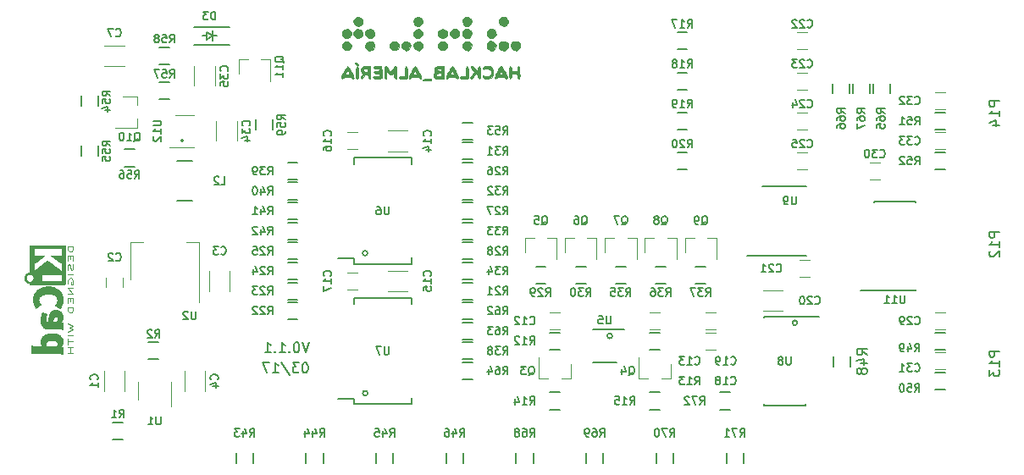
<source format=gbo>
G04 #@! TF.GenerationSoftware,KiCad,Pcbnew,no-vcs-found-5e5259b~58~ubuntu14.04.1*
G04 #@! TF.CreationDate,2017-03-12T23:03:18+01:00*
G04 #@! TF.ProjectId,Wifi_PB,576966695F50422E6B696361645F7063,V0.1*
G04 #@! TF.FileFunction,Legend,Bot*
G04 #@! TF.FilePolarity,Positive*
%FSLAX46Y46*%
G04 Gerber Fmt 4.6, Leading zero omitted, Abs format (unit mm)*
G04 Created by KiCad (PCBNEW no-vcs-found-5e5259b~58~ubuntu14.04.1) date Sun Mar 12 23:03:18 2017*
%MOMM*%
%LPD*%
G01*
G04 APERTURE LIST*
%ADD10C,0.100000*%
%ADD11C,0.200000*%
%ADD12C,0.120000*%
%ADD13C,0.152400*%
%ADD14C,0.150000*%
%ADD15C,0.010000*%
%ADD16C,0.125000*%
G04 APERTURE END LIST*
D10*
D11*
X83090000Y-72182380D02*
X82994761Y-72182380D01*
X82899523Y-72230000D01*
X82851904Y-72277619D01*
X82804285Y-72372857D01*
X82756666Y-72563333D01*
X82756666Y-72801428D01*
X82804285Y-72991904D01*
X82851904Y-73087142D01*
X82899523Y-73134761D01*
X82994761Y-73182380D01*
X83090000Y-73182380D01*
X83185238Y-73134761D01*
X83232857Y-73087142D01*
X83280476Y-72991904D01*
X83328095Y-72801428D01*
X83328095Y-72563333D01*
X83280476Y-72372857D01*
X83232857Y-72277619D01*
X83185238Y-72230000D01*
X83090000Y-72182380D01*
X82423333Y-72182380D02*
X81804285Y-72182380D01*
X82137619Y-72563333D01*
X81994761Y-72563333D01*
X81899523Y-72610952D01*
X81851904Y-72658571D01*
X81804285Y-72753809D01*
X81804285Y-72991904D01*
X81851904Y-73087142D01*
X81899523Y-73134761D01*
X81994761Y-73182380D01*
X82280476Y-73182380D01*
X82375714Y-73134761D01*
X82423333Y-73087142D01*
X80661428Y-72134761D02*
X81518571Y-73420476D01*
X79804285Y-73182380D02*
X80375714Y-73182380D01*
X80090000Y-73182380D02*
X80090000Y-72182380D01*
X80185238Y-72325238D01*
X80280476Y-72420476D01*
X80375714Y-72468095D01*
X79470952Y-72182380D02*
X78804285Y-72182380D01*
X79232857Y-73182380D01*
X83428095Y-70142380D02*
X83094761Y-71142380D01*
X82761428Y-70142380D01*
X82237619Y-70142380D02*
X82142380Y-70142380D01*
X82047142Y-70190000D01*
X81999523Y-70237619D01*
X81951904Y-70332857D01*
X81904285Y-70523333D01*
X81904285Y-70761428D01*
X81951904Y-70951904D01*
X81999523Y-71047142D01*
X82047142Y-71094761D01*
X82142380Y-71142380D01*
X82237619Y-71142380D01*
X82332857Y-71094761D01*
X82380476Y-71047142D01*
X82428095Y-70951904D01*
X82475714Y-70761428D01*
X82475714Y-70523333D01*
X82428095Y-70332857D01*
X82380476Y-70237619D01*
X82332857Y-70190000D01*
X82237619Y-70142380D01*
X81475714Y-71047142D02*
X81428095Y-71094761D01*
X81475714Y-71142380D01*
X81523333Y-71094761D01*
X81475714Y-71047142D01*
X81475714Y-71142380D01*
X80475714Y-71142380D02*
X81047142Y-71142380D01*
X80761428Y-71142380D02*
X80761428Y-70142380D01*
X80856666Y-70285238D01*
X80951904Y-70380476D01*
X81047142Y-70428095D01*
X80047142Y-71047142D02*
X79999523Y-71094761D01*
X80047142Y-71142380D01*
X80094761Y-71094761D01*
X80047142Y-71047142D01*
X80047142Y-71142380D01*
X79047142Y-71142380D02*
X79618571Y-71142380D01*
X79332857Y-71142380D02*
X79332857Y-70142380D01*
X79428095Y-70285238D01*
X79523333Y-70380476D01*
X79618571Y-70428095D01*
D12*
X71900000Y-50610000D02*
X69450000Y-50610000D01*
X70100000Y-47390000D02*
X71900000Y-47390000D01*
D13*
X70900000Y-49950000D02*
G75*
G03X70900000Y-49950000I-150000J0D01*
G01*
D14*
X87925000Y-61750000D02*
X86325000Y-61750000D01*
X87925000Y-51675000D02*
X93675000Y-51675000D01*
X87925000Y-62325000D02*
X93675000Y-62325000D01*
X87925000Y-51675000D02*
X87925000Y-52325000D01*
X93675000Y-51675000D02*
X93675000Y-52325000D01*
X93675000Y-62325000D02*
X93675000Y-61675000D01*
X87925000Y-62325000D02*
X87925000Y-61750000D01*
D13*
X89300000Y-61225000D02*
G75*
G03X89300000Y-61225000I-250000J0D01*
G01*
D14*
X87925000Y-76325000D02*
X87925000Y-75750000D01*
X93675000Y-76325000D02*
X93675000Y-75675000D01*
X93675000Y-65675000D02*
X93675000Y-66325000D01*
X87925000Y-65675000D02*
X87925000Y-66325000D01*
X87925000Y-76325000D02*
X93675000Y-76325000D01*
X87925000Y-65675000D02*
X93675000Y-65675000D01*
X87925000Y-75750000D02*
X86325000Y-75750000D01*
D13*
X89300000Y-75225000D02*
G75*
G03X89300000Y-75225000I-250000J0D01*
G01*
D14*
X114950000Y-68850000D02*
X111775000Y-68850000D01*
X114225000Y-72150000D02*
X111775000Y-72150000D01*
D13*
X113750000Y-69500000D02*
G75*
G03X113750000Y-69500000I-250000J0D01*
G01*
D14*
X133075000Y-67575000D02*
X134450000Y-67575000D01*
X133075000Y-76450000D02*
X128925000Y-76450000D01*
X133075000Y-67550000D02*
X128925000Y-67550000D01*
X133075000Y-76450000D02*
X133075000Y-76335000D01*
X128925000Y-76450000D02*
X128925000Y-76335000D01*
X128925000Y-67550000D02*
X128925000Y-67665000D01*
X133075000Y-67550000D02*
X133075000Y-67575000D01*
D13*
X132250000Y-68190000D02*
G75*
G03X132250000Y-68190000I-250000J0D01*
G01*
D15*
G36*
X57113831Y-71225167D02*
X57259031Y-71225171D01*
X57394030Y-71225188D01*
X57519214Y-71225217D01*
X57634966Y-71225262D01*
X57741670Y-71225326D01*
X57839709Y-71225409D01*
X57929468Y-71225514D01*
X58011331Y-71225644D01*
X58085680Y-71225800D01*
X58152900Y-71225986D01*
X58213375Y-71226202D01*
X58267488Y-71226451D01*
X58315624Y-71226736D01*
X58358165Y-71227059D01*
X58395496Y-71227421D01*
X58428001Y-71227825D01*
X58456064Y-71228274D01*
X58480068Y-71228769D01*
X58500396Y-71229312D01*
X58517434Y-71229906D01*
X58531564Y-71230554D01*
X58543171Y-71231256D01*
X58552638Y-71232016D01*
X58560349Y-71232835D01*
X58565071Y-71233470D01*
X58628980Y-71246096D01*
X58684013Y-71263853D01*
X58730638Y-71286893D01*
X58734066Y-71288998D01*
X58750457Y-71299047D01*
X58763068Y-71306437D01*
X58769501Y-71309770D01*
X58769785Y-71309833D01*
X58770178Y-71304684D01*
X58770550Y-71289808D01*
X58770896Y-71266060D01*
X58771211Y-71234297D01*
X58771488Y-71195375D01*
X58771722Y-71150149D01*
X58771908Y-71099475D01*
X58772040Y-71044211D01*
X58772112Y-70985211D01*
X58772125Y-70947354D01*
X58772125Y-70584875D01*
X58612313Y-70584875D01*
X58637980Y-70556752D01*
X58684345Y-70498431D01*
X58724388Y-70432402D01*
X58757643Y-70359770D01*
X58783646Y-70281642D01*
X58801934Y-70199123D01*
X58808805Y-70149844D01*
X58810998Y-70123780D01*
X58812560Y-70092877D01*
X58813455Y-70059974D01*
X58813650Y-70027908D01*
X58813108Y-69999517D01*
X58811795Y-69977640D01*
X58811000Y-69971042D01*
X58804242Y-69928055D01*
X58798277Y-69893472D01*
X58792663Y-69865185D01*
X58786961Y-69841087D01*
X58780730Y-69819070D01*
X58776407Y-69805539D01*
X58745236Y-69727624D01*
X58704764Y-69652677D01*
X58656124Y-69582377D01*
X58600448Y-69518403D01*
X58552714Y-69473847D01*
X58474648Y-69414419D01*
X58390499Y-69363351D01*
X58300164Y-69320611D01*
X58203544Y-69286166D01*
X58100538Y-69259984D01*
X57991044Y-69242034D01*
X57874963Y-69232282D01*
X57790521Y-69230317D01*
X57735776Y-69231671D01*
X57735776Y-69931721D01*
X57785312Y-69932036D01*
X57833465Y-69933115D01*
X57878014Y-69934942D01*
X57916736Y-69937499D01*
X57947407Y-69940772D01*
X57950672Y-69941247D01*
X58018147Y-69953684D01*
X58076442Y-69969373D01*
X58126575Y-69988736D01*
X58169564Y-70012193D01*
X58206427Y-70040167D01*
X58219504Y-70052533D01*
X58245215Y-70080664D01*
X58263881Y-70107302D01*
X58277696Y-70136118D01*
X58287759Y-70166833D01*
X58292309Y-70192665D01*
X58294115Y-70225476D01*
X58293310Y-70262060D01*
X58290025Y-70299210D01*
X58284393Y-70333720D01*
X58280167Y-70351037D01*
X58267335Y-70387934D01*
X58249254Y-70428599D01*
X58227901Y-70469067D01*
X58205251Y-70505372D01*
X58198572Y-70514760D01*
X58174189Y-70547833D01*
X57216910Y-70547833D01*
X57192974Y-70514291D01*
X57157834Y-70457220D01*
X57132836Y-70398323D01*
X57117562Y-70336422D01*
X57112303Y-70288542D01*
X57112728Y-70235265D01*
X57120923Y-70188202D01*
X57137466Y-70145803D01*
X57162936Y-70106518D01*
X57192227Y-70074229D01*
X57230155Y-70042600D01*
X57274987Y-70015137D01*
X57327328Y-69991623D01*
X57387780Y-69971839D01*
X57456945Y-69955568D01*
X57535426Y-69942593D01*
X57568271Y-69938428D01*
X57601106Y-69935523D01*
X57641451Y-69933448D01*
X57687082Y-69932186D01*
X57735776Y-69931721D01*
X57735776Y-69231671D01*
X57656732Y-69233626D01*
X57530455Y-69243533D01*
X57411791Y-69259991D01*
X57300839Y-69282953D01*
X57197698Y-69312372D01*
X57102468Y-69348200D01*
X57015248Y-69390390D01*
X56936138Y-69438895D01*
X56865237Y-69493668D01*
X56802645Y-69554661D01*
X56748461Y-69621827D01*
X56702785Y-69695120D01*
X56670758Y-69762114D01*
X56646305Y-69832666D01*
X56629095Y-69908650D01*
X56619073Y-69988267D01*
X56616187Y-70069716D01*
X56620383Y-70151199D01*
X56631605Y-70230915D01*
X56649800Y-70307064D01*
X56674913Y-70377846D01*
X56690251Y-70411067D01*
X56711831Y-70450348D01*
X56735925Y-70488156D01*
X56760115Y-70520784D01*
X56767717Y-70529795D01*
X56784089Y-70548441D01*
X56340097Y-70546342D01*
X56255625Y-70545904D01*
X56181183Y-70545431D01*
X56116221Y-70544913D01*
X56060184Y-70544338D01*
X56012521Y-70543697D01*
X55972679Y-70542979D01*
X55940106Y-70542174D01*
X55914250Y-70541271D01*
X55894557Y-70540260D01*
X55880477Y-70539130D01*
X55871455Y-70537872D01*
X55869646Y-70537466D01*
X55832768Y-70525240D01*
X55795343Y-70508034D01*
X55762257Y-70488181D01*
X55754506Y-70482519D01*
X55740237Y-70472180D01*
X55728982Y-70465158D01*
X55724079Y-70463167D01*
X55722961Y-70468431D01*
X55721972Y-70484120D01*
X55721114Y-70510075D01*
X55720389Y-70546138D01*
X55719800Y-70592149D01*
X55719348Y-70647951D01*
X55719036Y-70713386D01*
X55718867Y-70788294D01*
X55718834Y-70844167D01*
X55718834Y-71225167D01*
X57113831Y-71225167D01*
X57113831Y-71225167D01*
G37*
X57113831Y-71225167D02*
X57259031Y-71225171D01*
X57394030Y-71225188D01*
X57519214Y-71225217D01*
X57634966Y-71225262D01*
X57741670Y-71225326D01*
X57839709Y-71225409D01*
X57929468Y-71225514D01*
X58011331Y-71225644D01*
X58085680Y-71225800D01*
X58152900Y-71225986D01*
X58213375Y-71226202D01*
X58267488Y-71226451D01*
X58315624Y-71226736D01*
X58358165Y-71227059D01*
X58395496Y-71227421D01*
X58428001Y-71227825D01*
X58456064Y-71228274D01*
X58480068Y-71228769D01*
X58500396Y-71229312D01*
X58517434Y-71229906D01*
X58531564Y-71230554D01*
X58543171Y-71231256D01*
X58552638Y-71232016D01*
X58560349Y-71232835D01*
X58565071Y-71233470D01*
X58628980Y-71246096D01*
X58684013Y-71263853D01*
X58730638Y-71286893D01*
X58734066Y-71288998D01*
X58750457Y-71299047D01*
X58763068Y-71306437D01*
X58769501Y-71309770D01*
X58769785Y-71309833D01*
X58770178Y-71304684D01*
X58770550Y-71289808D01*
X58770896Y-71266060D01*
X58771211Y-71234297D01*
X58771488Y-71195375D01*
X58771722Y-71150149D01*
X58771908Y-71099475D01*
X58772040Y-71044211D01*
X58772112Y-70985211D01*
X58772125Y-70947354D01*
X58772125Y-70584875D01*
X58612313Y-70584875D01*
X58637980Y-70556752D01*
X58684345Y-70498431D01*
X58724388Y-70432402D01*
X58757643Y-70359770D01*
X58783646Y-70281642D01*
X58801934Y-70199123D01*
X58808805Y-70149844D01*
X58810998Y-70123780D01*
X58812560Y-70092877D01*
X58813455Y-70059974D01*
X58813650Y-70027908D01*
X58813108Y-69999517D01*
X58811795Y-69977640D01*
X58811000Y-69971042D01*
X58804242Y-69928055D01*
X58798277Y-69893472D01*
X58792663Y-69865185D01*
X58786961Y-69841087D01*
X58780730Y-69819070D01*
X58776407Y-69805539D01*
X58745236Y-69727624D01*
X58704764Y-69652677D01*
X58656124Y-69582377D01*
X58600448Y-69518403D01*
X58552714Y-69473847D01*
X58474648Y-69414419D01*
X58390499Y-69363351D01*
X58300164Y-69320611D01*
X58203544Y-69286166D01*
X58100538Y-69259984D01*
X57991044Y-69242034D01*
X57874963Y-69232282D01*
X57790521Y-69230317D01*
X57735776Y-69231671D01*
X57735776Y-69931721D01*
X57785312Y-69932036D01*
X57833465Y-69933115D01*
X57878014Y-69934942D01*
X57916736Y-69937499D01*
X57947407Y-69940772D01*
X57950672Y-69941247D01*
X58018147Y-69953684D01*
X58076442Y-69969373D01*
X58126575Y-69988736D01*
X58169564Y-70012193D01*
X58206427Y-70040167D01*
X58219504Y-70052533D01*
X58245215Y-70080664D01*
X58263881Y-70107302D01*
X58277696Y-70136118D01*
X58287759Y-70166833D01*
X58292309Y-70192665D01*
X58294115Y-70225476D01*
X58293310Y-70262060D01*
X58290025Y-70299210D01*
X58284393Y-70333720D01*
X58280167Y-70351037D01*
X58267335Y-70387934D01*
X58249254Y-70428599D01*
X58227901Y-70469067D01*
X58205251Y-70505372D01*
X58198572Y-70514760D01*
X58174189Y-70547833D01*
X57216910Y-70547833D01*
X57192974Y-70514291D01*
X57157834Y-70457220D01*
X57132836Y-70398323D01*
X57117562Y-70336422D01*
X57112303Y-70288542D01*
X57112728Y-70235265D01*
X57120923Y-70188202D01*
X57137466Y-70145803D01*
X57162936Y-70106518D01*
X57192227Y-70074229D01*
X57230155Y-70042600D01*
X57274987Y-70015137D01*
X57327328Y-69991623D01*
X57387780Y-69971839D01*
X57456945Y-69955568D01*
X57535426Y-69942593D01*
X57568271Y-69938428D01*
X57601106Y-69935523D01*
X57641451Y-69933448D01*
X57687082Y-69932186D01*
X57735776Y-69931721D01*
X57735776Y-69231671D01*
X57656732Y-69233626D01*
X57530455Y-69243533D01*
X57411791Y-69259991D01*
X57300839Y-69282953D01*
X57197698Y-69312372D01*
X57102468Y-69348200D01*
X57015248Y-69390390D01*
X56936138Y-69438895D01*
X56865237Y-69493668D01*
X56802645Y-69554661D01*
X56748461Y-69621827D01*
X56702785Y-69695120D01*
X56670758Y-69762114D01*
X56646305Y-69832666D01*
X56629095Y-69908650D01*
X56619073Y-69988267D01*
X56616187Y-70069716D01*
X56620383Y-70151199D01*
X56631605Y-70230915D01*
X56649800Y-70307064D01*
X56674913Y-70377846D01*
X56690251Y-70411067D01*
X56711831Y-70450348D01*
X56735925Y-70488156D01*
X56760115Y-70520784D01*
X56767717Y-70529795D01*
X56784089Y-70548441D01*
X56340097Y-70546342D01*
X56255625Y-70545904D01*
X56181183Y-70545431D01*
X56116221Y-70544913D01*
X56060184Y-70544338D01*
X56012521Y-70543697D01*
X55972679Y-70542979D01*
X55940106Y-70542174D01*
X55914250Y-70541271D01*
X55894557Y-70540260D01*
X55880477Y-70539130D01*
X55871455Y-70537872D01*
X55869646Y-70537466D01*
X55832768Y-70525240D01*
X55795343Y-70508034D01*
X55762257Y-70488181D01*
X55754506Y-70482519D01*
X55740237Y-70472180D01*
X55728982Y-70465158D01*
X55724079Y-70463167D01*
X55722961Y-70468431D01*
X55721972Y-70484120D01*
X55721114Y-70510075D01*
X55720389Y-70546138D01*
X55719800Y-70592149D01*
X55719348Y-70647951D01*
X55719036Y-70713386D01*
X55718867Y-70788294D01*
X55718834Y-70844167D01*
X55718834Y-71225167D01*
X57113831Y-71225167D01*
G36*
X56617499Y-67987664D02*
X56621688Y-68064115D01*
X56629030Y-68134856D01*
X56631579Y-68152732D01*
X56649887Y-68246090D01*
X56675210Y-68331797D01*
X56707488Y-68409768D01*
X56746664Y-68479917D01*
X56792678Y-68542157D01*
X56845471Y-68596401D01*
X56904985Y-68642563D01*
X56971160Y-68680556D01*
X57000454Y-68693858D01*
X57034434Y-68706872D01*
X57074728Y-68720248D01*
X57117189Y-68732745D01*
X57157670Y-68743121D01*
X57183193Y-68748569D01*
X57200861Y-68751897D01*
X57217190Y-68754885D01*
X57232824Y-68757553D01*
X57248409Y-68759924D01*
X57264590Y-68762020D01*
X57282012Y-68763862D01*
X57301321Y-68765473D01*
X57323162Y-68766873D01*
X57348181Y-68768086D01*
X57377023Y-68769133D01*
X57410333Y-68770035D01*
X57448757Y-68770814D01*
X57492940Y-68771493D01*
X57543528Y-68772094D01*
X57601165Y-68772637D01*
X57666498Y-68773145D01*
X57740171Y-68773640D01*
X57822830Y-68774143D01*
X57915121Y-68774677D01*
X57962500Y-68774948D01*
X58058993Y-68775510D01*
X58145475Y-68776041D01*
X58222517Y-68776553D01*
X58290691Y-68777056D01*
X58350568Y-68777561D01*
X58402720Y-68778078D01*
X58447719Y-68778617D01*
X58486137Y-68779189D01*
X58518546Y-68779806D01*
X58545516Y-68780476D01*
X58567620Y-68781211D01*
X58585429Y-68782022D01*
X58599515Y-68782918D01*
X58610451Y-68783911D01*
X58618806Y-68785011D01*
X58625154Y-68786229D01*
X58629010Y-68787246D01*
X58662636Y-68799430D01*
X58696674Y-68815386D01*
X58727209Y-68833120D01*
X58745915Y-68846770D01*
X58758451Y-68856940D01*
X58767346Y-68863589D01*
X58769980Y-68865083D01*
X58770340Y-68859934D01*
X58770682Y-68845058D01*
X58770999Y-68821310D01*
X58771287Y-68789547D01*
X58771541Y-68750625D01*
X58771756Y-68705399D01*
X58771926Y-68654725D01*
X58772047Y-68599461D01*
X58772113Y-68540461D01*
X58772125Y-68502604D01*
X58772125Y-68140125D01*
X58612313Y-68140125D01*
X58639110Y-68110804D01*
X58684067Y-68054558D01*
X58723694Y-67990657D01*
X58757046Y-67921081D01*
X58783178Y-67847808D01*
X58801144Y-67772817D01*
X58801456Y-67771078D01*
X58804247Y-67750610D01*
X58806816Y-67723086D01*
X58809062Y-67690903D01*
X58810882Y-67656459D01*
X58812174Y-67622153D01*
X58812835Y-67590381D01*
X58812763Y-67563542D01*
X58811855Y-67544034D01*
X58811341Y-67539521D01*
X58800882Y-67474633D01*
X58789326Y-67418216D01*
X58776079Y-67368167D01*
X58760549Y-67322384D01*
X58742139Y-67278767D01*
X58731319Y-67256417D01*
X58701418Y-67201707D01*
X58670045Y-67154207D01*
X58634826Y-67110582D01*
X58605438Y-67079378D01*
X58544828Y-67025883D01*
X58478026Y-66980861D01*
X58405330Y-66944427D01*
X58327038Y-66916693D01*
X58243449Y-66897775D01*
X58154863Y-66887787D01*
X58118405Y-66886683D01*
X58118405Y-67527802D01*
X58165110Y-67534538D01*
X58205148Y-67548755D01*
X58236516Y-67568357D01*
X58266286Y-67596342D01*
X58292785Y-67630508D01*
X58314344Y-67668655D01*
X58329291Y-67708583D01*
X58330750Y-67714146D01*
X58334669Y-67738078D01*
X58336875Y-67769045D01*
X58337378Y-67803640D01*
X58336187Y-67838455D01*
X58333312Y-67870084D01*
X58330248Y-67888771D01*
X58315261Y-67937341D01*
X58291746Y-67984365D01*
X58261275Y-68027529D01*
X58225422Y-68064517D01*
X58195388Y-68087173D01*
X58170594Y-68103083D01*
X57847370Y-68103083D01*
X57841435Y-68063180D01*
X57838076Y-68030875D01*
X57836200Y-67991527D01*
X57835781Y-67948564D01*
X57836792Y-67905417D01*
X57839205Y-67865516D01*
X57842993Y-67832292D01*
X57843287Y-67830442D01*
X57856303Y-67769597D01*
X57874583Y-67713432D01*
X57897480Y-67663416D01*
X57924349Y-67621022D01*
X57946730Y-67595099D01*
X57984371Y-67564677D01*
X58026533Y-67543141D01*
X58071712Y-67530759D01*
X58118405Y-67527802D01*
X58118405Y-66886683D01*
X58100084Y-66886128D01*
X58014623Y-66890739D01*
X57934049Y-66904726D01*
X57858446Y-66928032D01*
X57787898Y-66960603D01*
X57722490Y-67002382D01*
X57662305Y-67053315D01*
X57607427Y-67113345D01*
X57557941Y-67182416D01*
X57513931Y-67260474D01*
X57504872Y-67279101D01*
X57476798Y-67344739D01*
X57453199Y-67413967D01*
X57433930Y-67487699D01*
X57418844Y-67566854D01*
X57407797Y-67652345D01*
X57400642Y-67745091D01*
X57397236Y-67846006D01*
X57397431Y-67956008D01*
X57397433Y-67956080D01*
X57400019Y-68108375D01*
X57368828Y-68108375D01*
X57325766Y-68105033D01*
X57279760Y-68095756D01*
X57235752Y-68081670D01*
X57217804Y-68074008D01*
X57175371Y-68049390D01*
X57140961Y-68018853D01*
X57114345Y-67981981D01*
X57095294Y-67938355D01*
X57083581Y-67887556D01*
X57078975Y-67829167D01*
X57078884Y-67819840D01*
X57083577Y-67732324D01*
X57097760Y-67641883D01*
X57121143Y-67549638D01*
X57153438Y-67456711D01*
X57194356Y-67364224D01*
X57198482Y-67355899D01*
X57207905Y-67336096D01*
X57214627Y-67320062D01*
X57217804Y-67309934D01*
X57217619Y-67307556D01*
X57209068Y-67303387D01*
X57192320Y-67296004D01*
X57168553Y-67285884D01*
X57138944Y-67273501D01*
X57104672Y-67259331D01*
X57066914Y-67243849D01*
X57026847Y-67227530D01*
X56985650Y-67210849D01*
X56944500Y-67194281D01*
X56904576Y-67178302D01*
X56867054Y-67163387D01*
X56833112Y-67150010D01*
X56803928Y-67138647D01*
X56780681Y-67129774D01*
X56764547Y-67123865D01*
X56756704Y-67121395D01*
X56756165Y-67121377D01*
X56752725Y-67128361D01*
X56750834Y-67141642D01*
X56750709Y-67146320D01*
X56749649Y-67161662D01*
X56746405Y-67184095D01*
X56740875Y-67214087D01*
X56732961Y-67252103D01*
X56722563Y-67298609D01*
X56709580Y-67354072D01*
X56693914Y-67418958D01*
X56682233Y-67466455D01*
X56671621Y-67509953D01*
X56661463Y-67552732D01*
X56652157Y-67593029D01*
X56644099Y-67629085D01*
X56637688Y-67659141D01*
X56633320Y-67681435D01*
X56632195Y-67688033D01*
X56623812Y-67755687D01*
X56618565Y-67830286D01*
X56616460Y-67908666D01*
X56617499Y-67987664D01*
X56617499Y-67987664D01*
G37*
X56617499Y-67987664D02*
X56621688Y-68064115D01*
X56629030Y-68134856D01*
X56631579Y-68152732D01*
X56649887Y-68246090D01*
X56675210Y-68331797D01*
X56707488Y-68409768D01*
X56746664Y-68479917D01*
X56792678Y-68542157D01*
X56845471Y-68596401D01*
X56904985Y-68642563D01*
X56971160Y-68680556D01*
X57000454Y-68693858D01*
X57034434Y-68706872D01*
X57074728Y-68720248D01*
X57117189Y-68732745D01*
X57157670Y-68743121D01*
X57183193Y-68748569D01*
X57200861Y-68751897D01*
X57217190Y-68754885D01*
X57232824Y-68757553D01*
X57248409Y-68759924D01*
X57264590Y-68762020D01*
X57282012Y-68763862D01*
X57301321Y-68765473D01*
X57323162Y-68766873D01*
X57348181Y-68768086D01*
X57377023Y-68769133D01*
X57410333Y-68770035D01*
X57448757Y-68770814D01*
X57492940Y-68771493D01*
X57543528Y-68772094D01*
X57601165Y-68772637D01*
X57666498Y-68773145D01*
X57740171Y-68773640D01*
X57822830Y-68774143D01*
X57915121Y-68774677D01*
X57962500Y-68774948D01*
X58058993Y-68775510D01*
X58145475Y-68776041D01*
X58222517Y-68776553D01*
X58290691Y-68777056D01*
X58350568Y-68777561D01*
X58402720Y-68778078D01*
X58447719Y-68778617D01*
X58486137Y-68779189D01*
X58518546Y-68779806D01*
X58545516Y-68780476D01*
X58567620Y-68781211D01*
X58585429Y-68782022D01*
X58599515Y-68782918D01*
X58610451Y-68783911D01*
X58618806Y-68785011D01*
X58625154Y-68786229D01*
X58629010Y-68787246D01*
X58662636Y-68799430D01*
X58696674Y-68815386D01*
X58727209Y-68833120D01*
X58745915Y-68846770D01*
X58758451Y-68856940D01*
X58767346Y-68863589D01*
X58769980Y-68865083D01*
X58770340Y-68859934D01*
X58770682Y-68845058D01*
X58770999Y-68821310D01*
X58771287Y-68789547D01*
X58771541Y-68750625D01*
X58771756Y-68705399D01*
X58771926Y-68654725D01*
X58772047Y-68599461D01*
X58772113Y-68540461D01*
X58772125Y-68502604D01*
X58772125Y-68140125D01*
X58612313Y-68140125D01*
X58639110Y-68110804D01*
X58684067Y-68054558D01*
X58723694Y-67990657D01*
X58757046Y-67921081D01*
X58783178Y-67847808D01*
X58801144Y-67772817D01*
X58801456Y-67771078D01*
X58804247Y-67750610D01*
X58806816Y-67723086D01*
X58809062Y-67690903D01*
X58810882Y-67656459D01*
X58812174Y-67622153D01*
X58812835Y-67590381D01*
X58812763Y-67563542D01*
X58811855Y-67544034D01*
X58811341Y-67539521D01*
X58800882Y-67474633D01*
X58789326Y-67418216D01*
X58776079Y-67368167D01*
X58760549Y-67322384D01*
X58742139Y-67278767D01*
X58731319Y-67256417D01*
X58701418Y-67201707D01*
X58670045Y-67154207D01*
X58634826Y-67110582D01*
X58605438Y-67079378D01*
X58544828Y-67025883D01*
X58478026Y-66980861D01*
X58405330Y-66944427D01*
X58327038Y-66916693D01*
X58243449Y-66897775D01*
X58154863Y-66887787D01*
X58118405Y-66886683D01*
X58118405Y-67527802D01*
X58165110Y-67534538D01*
X58205148Y-67548755D01*
X58236516Y-67568357D01*
X58266286Y-67596342D01*
X58292785Y-67630508D01*
X58314344Y-67668655D01*
X58329291Y-67708583D01*
X58330750Y-67714146D01*
X58334669Y-67738078D01*
X58336875Y-67769045D01*
X58337378Y-67803640D01*
X58336187Y-67838455D01*
X58333312Y-67870084D01*
X58330248Y-67888771D01*
X58315261Y-67937341D01*
X58291746Y-67984365D01*
X58261275Y-68027529D01*
X58225422Y-68064517D01*
X58195388Y-68087173D01*
X58170594Y-68103083D01*
X57847370Y-68103083D01*
X57841435Y-68063180D01*
X57838076Y-68030875D01*
X57836200Y-67991527D01*
X57835781Y-67948564D01*
X57836792Y-67905417D01*
X57839205Y-67865516D01*
X57842993Y-67832292D01*
X57843287Y-67830442D01*
X57856303Y-67769597D01*
X57874583Y-67713432D01*
X57897480Y-67663416D01*
X57924349Y-67621022D01*
X57946730Y-67595099D01*
X57984371Y-67564677D01*
X58026533Y-67543141D01*
X58071712Y-67530759D01*
X58118405Y-67527802D01*
X58118405Y-66886683D01*
X58100084Y-66886128D01*
X58014623Y-66890739D01*
X57934049Y-66904726D01*
X57858446Y-66928032D01*
X57787898Y-66960603D01*
X57722490Y-67002382D01*
X57662305Y-67053315D01*
X57607427Y-67113345D01*
X57557941Y-67182416D01*
X57513931Y-67260474D01*
X57504872Y-67279101D01*
X57476798Y-67344739D01*
X57453199Y-67413967D01*
X57433930Y-67487699D01*
X57418844Y-67566854D01*
X57407797Y-67652345D01*
X57400642Y-67745091D01*
X57397236Y-67846006D01*
X57397431Y-67956008D01*
X57397433Y-67956080D01*
X57400019Y-68108375D01*
X57368828Y-68108375D01*
X57325766Y-68105033D01*
X57279760Y-68095756D01*
X57235752Y-68081670D01*
X57217804Y-68074008D01*
X57175371Y-68049390D01*
X57140961Y-68018853D01*
X57114345Y-67981981D01*
X57095294Y-67938355D01*
X57083581Y-67887556D01*
X57078975Y-67829167D01*
X57078884Y-67819840D01*
X57083577Y-67732324D01*
X57097760Y-67641883D01*
X57121143Y-67549638D01*
X57153438Y-67456711D01*
X57194356Y-67364224D01*
X57198482Y-67355899D01*
X57207905Y-67336096D01*
X57214627Y-67320062D01*
X57217804Y-67309934D01*
X57217619Y-67307556D01*
X57209068Y-67303387D01*
X57192320Y-67296004D01*
X57168553Y-67285884D01*
X57138944Y-67273501D01*
X57104672Y-67259331D01*
X57066914Y-67243849D01*
X57026847Y-67227530D01*
X56985650Y-67210849D01*
X56944500Y-67194281D01*
X56904576Y-67178302D01*
X56867054Y-67163387D01*
X56833112Y-67150010D01*
X56803928Y-67138647D01*
X56780681Y-67129774D01*
X56764547Y-67123865D01*
X56756704Y-67121395D01*
X56756165Y-67121377D01*
X56752725Y-67128361D01*
X56750834Y-67141642D01*
X56750709Y-67146320D01*
X56749649Y-67161662D01*
X56746405Y-67184095D01*
X56740875Y-67214087D01*
X56732961Y-67252103D01*
X56722563Y-67298609D01*
X56709580Y-67354072D01*
X56693914Y-67418958D01*
X56682233Y-67466455D01*
X56671621Y-67509953D01*
X56661463Y-67552732D01*
X56652157Y-67593029D01*
X56644099Y-67629085D01*
X56637688Y-67659141D01*
X56633320Y-67681435D01*
X56632195Y-67688033D01*
X56623812Y-67755687D01*
X56618565Y-67830286D01*
X56616460Y-67908666D01*
X56617499Y-67987664D01*
G36*
X55860010Y-65995090D02*
X55877933Y-66108753D01*
X55906130Y-66222741D01*
X55944689Y-66336629D01*
X55946363Y-66340958D01*
X55954969Y-66361699D01*
X55967399Y-66389744D01*
X55982670Y-66422968D01*
X55999797Y-66459249D01*
X56017796Y-66496462D01*
X56028542Y-66518229D01*
X56045566Y-66552981D01*
X56061341Y-66586232D01*
X56075116Y-66616314D01*
X56086137Y-66641557D01*
X56093652Y-66660293D01*
X56096529Y-66669042D01*
X56102336Y-66686951D01*
X56108272Y-66696421D01*
X56111139Y-66697553D01*
X56116659Y-66694535D01*
X56129881Y-66686139D01*
X56149845Y-66673025D01*
X56175593Y-66655851D01*
X56206167Y-66635275D01*
X56240607Y-66611954D01*
X56277955Y-66586548D01*
X56317252Y-66559714D01*
X56357539Y-66532110D01*
X56397858Y-66504395D01*
X56437249Y-66477228D01*
X56474754Y-66451265D01*
X56509414Y-66427165D01*
X56540270Y-66405587D01*
X56566363Y-66387189D01*
X56586736Y-66372628D01*
X56600428Y-66362564D01*
X56606481Y-66357653D01*
X56606685Y-66357371D01*
X56603694Y-66352260D01*
X56594447Y-66341448D01*
X56580371Y-66326511D01*
X56562894Y-66309025D01*
X56562546Y-66308686D01*
X56511498Y-66252595D01*
X56470080Y-66192966D01*
X56438113Y-66129331D01*
X56415418Y-66061219D01*
X56401818Y-65988162D01*
X56397133Y-65909689D01*
X56397766Y-65875395D01*
X56404996Y-65798941D01*
X56420533Y-65728849D01*
X56444647Y-65664593D01*
X56477608Y-65605650D01*
X56519688Y-65551492D01*
X56571155Y-65501596D01*
X56603682Y-65475690D01*
X56669850Y-65432238D01*
X56745022Y-65393750D01*
X56828777Y-65360378D01*
X56920694Y-65332272D01*
X57020351Y-65309584D01*
X57107896Y-65295079D01*
X57141467Y-65291473D01*
X57183508Y-65288672D01*
X57231935Y-65286675D01*
X57284665Y-65285484D01*
X57339615Y-65285099D01*
X57394702Y-65285518D01*
X57447843Y-65286742D01*
X57496955Y-65288772D01*
X57539954Y-65291606D01*
X57573563Y-65295086D01*
X57677489Y-65312283D01*
X57772780Y-65335376D01*
X57859649Y-65364453D01*
X57938310Y-65399607D01*
X58008979Y-65440927D01*
X58071868Y-65488504D01*
X58105995Y-65520130D01*
X58158686Y-65579605D01*
X58201410Y-65642561D01*
X58234108Y-65708760D01*
X58256722Y-65777963D01*
X58269191Y-65849933D01*
X58271459Y-65924430D01*
X58263464Y-66001216D01*
X58245150Y-66080053D01*
X58244673Y-66081667D01*
X58217438Y-66154985D01*
X58179867Y-66226468D01*
X58132079Y-66295920D01*
X58074191Y-66363145D01*
X58073370Y-66364006D01*
X58020458Y-66419425D01*
X58058948Y-66443267D01*
X58087845Y-66461116D01*
X58121446Y-66481784D01*
X58158784Y-66504683D01*
X58198891Y-66529225D01*
X58240801Y-66554822D01*
X58283545Y-66580886D01*
X58326156Y-66606829D01*
X58367666Y-66632063D01*
X58407109Y-66656000D01*
X58443516Y-66678052D01*
X58475921Y-66697631D01*
X58503355Y-66714148D01*
X58524852Y-66727017D01*
X58539443Y-66735648D01*
X58546162Y-66739455D01*
X58546470Y-66739584D01*
X58550532Y-66735558D01*
X58555732Y-66724316D01*
X58558352Y-66716667D01*
X58563259Y-66704198D01*
X58572270Y-66684507D01*
X58584392Y-66659644D01*
X58598629Y-66631658D01*
X58610986Y-66608187D01*
X58645857Y-66541837D01*
X58675501Y-66482741D01*
X58700571Y-66429354D01*
X58721720Y-66380130D01*
X58739603Y-66333525D01*
X58754873Y-66287993D01*
X58768183Y-66241990D01*
X58771920Y-66227758D01*
X58790255Y-66144555D01*
X58804269Y-66055940D01*
X58813625Y-65965337D01*
X58817987Y-65876167D01*
X58817017Y-65791855D01*
X58816246Y-65777396D01*
X58804505Y-65658300D01*
X58783963Y-65545059D01*
X58754539Y-65437537D01*
X58716157Y-65335599D01*
X58668738Y-65239110D01*
X58612203Y-65147935D01*
X58546474Y-65061939D01*
X58471472Y-64980986D01*
X58387119Y-64904940D01*
X58293337Y-64833668D01*
X58252991Y-64806351D01*
X58152486Y-64746428D01*
X58046253Y-64694714D01*
X57933980Y-64651101D01*
X57815352Y-64615480D01*
X57690053Y-64587743D01*
X57560334Y-64568087D01*
X57529415Y-64565208D01*
X57490204Y-64562825D01*
X57444981Y-64560969D01*
X57396029Y-64559675D01*
X57345627Y-64558977D01*
X57296056Y-64558908D01*
X57249599Y-64559501D01*
X57208535Y-64560791D01*
X57179334Y-64562478D01*
X57047700Y-64576528D01*
X56923124Y-64598276D01*
X56805238Y-64627880D01*
X56693675Y-64665498D01*
X56588067Y-64711286D01*
X56488046Y-64765402D01*
X56393245Y-64828005D01*
X56303295Y-64899250D01*
X56226663Y-64970414D01*
X56146646Y-65057311D01*
X56076030Y-65148808D01*
X56014902Y-65244477D01*
X55963349Y-65343892D01*
X55921459Y-65446624D01*
X55889319Y-65552246D01*
X55867017Y-65660331D01*
X55854640Y-65770452D01*
X55852275Y-65882180D01*
X55860010Y-65995090D01*
X55860010Y-65995090D01*
G37*
X55860010Y-65995090D02*
X55877933Y-66108753D01*
X55906130Y-66222741D01*
X55944689Y-66336629D01*
X55946363Y-66340958D01*
X55954969Y-66361699D01*
X55967399Y-66389744D01*
X55982670Y-66422968D01*
X55999797Y-66459249D01*
X56017796Y-66496462D01*
X56028542Y-66518229D01*
X56045566Y-66552981D01*
X56061341Y-66586232D01*
X56075116Y-66616314D01*
X56086137Y-66641557D01*
X56093652Y-66660293D01*
X56096529Y-66669042D01*
X56102336Y-66686951D01*
X56108272Y-66696421D01*
X56111139Y-66697553D01*
X56116659Y-66694535D01*
X56129881Y-66686139D01*
X56149845Y-66673025D01*
X56175593Y-66655851D01*
X56206167Y-66635275D01*
X56240607Y-66611954D01*
X56277955Y-66586548D01*
X56317252Y-66559714D01*
X56357539Y-66532110D01*
X56397858Y-66504395D01*
X56437249Y-66477228D01*
X56474754Y-66451265D01*
X56509414Y-66427165D01*
X56540270Y-66405587D01*
X56566363Y-66387189D01*
X56586736Y-66372628D01*
X56600428Y-66362564D01*
X56606481Y-66357653D01*
X56606685Y-66357371D01*
X56603694Y-66352260D01*
X56594447Y-66341448D01*
X56580371Y-66326511D01*
X56562894Y-66309025D01*
X56562546Y-66308686D01*
X56511498Y-66252595D01*
X56470080Y-66192966D01*
X56438113Y-66129331D01*
X56415418Y-66061219D01*
X56401818Y-65988162D01*
X56397133Y-65909689D01*
X56397766Y-65875395D01*
X56404996Y-65798941D01*
X56420533Y-65728849D01*
X56444647Y-65664593D01*
X56477608Y-65605650D01*
X56519688Y-65551492D01*
X56571155Y-65501596D01*
X56603682Y-65475690D01*
X56669850Y-65432238D01*
X56745022Y-65393750D01*
X56828777Y-65360378D01*
X56920694Y-65332272D01*
X57020351Y-65309584D01*
X57107896Y-65295079D01*
X57141467Y-65291473D01*
X57183508Y-65288672D01*
X57231935Y-65286675D01*
X57284665Y-65285484D01*
X57339615Y-65285099D01*
X57394702Y-65285518D01*
X57447843Y-65286742D01*
X57496955Y-65288772D01*
X57539954Y-65291606D01*
X57573563Y-65295086D01*
X57677489Y-65312283D01*
X57772780Y-65335376D01*
X57859649Y-65364453D01*
X57938310Y-65399607D01*
X58008979Y-65440927D01*
X58071868Y-65488504D01*
X58105995Y-65520130D01*
X58158686Y-65579605D01*
X58201410Y-65642561D01*
X58234108Y-65708760D01*
X58256722Y-65777963D01*
X58269191Y-65849933D01*
X58271459Y-65924430D01*
X58263464Y-66001216D01*
X58245150Y-66080053D01*
X58244673Y-66081667D01*
X58217438Y-66154985D01*
X58179867Y-66226468D01*
X58132079Y-66295920D01*
X58074191Y-66363145D01*
X58073370Y-66364006D01*
X58020458Y-66419425D01*
X58058948Y-66443267D01*
X58087845Y-66461116D01*
X58121446Y-66481784D01*
X58158784Y-66504683D01*
X58198891Y-66529225D01*
X58240801Y-66554822D01*
X58283545Y-66580886D01*
X58326156Y-66606829D01*
X58367666Y-66632063D01*
X58407109Y-66656000D01*
X58443516Y-66678052D01*
X58475921Y-66697631D01*
X58503355Y-66714148D01*
X58524852Y-66727017D01*
X58539443Y-66735648D01*
X58546162Y-66739455D01*
X58546470Y-66739584D01*
X58550532Y-66735558D01*
X58555732Y-66724316D01*
X58558352Y-66716667D01*
X58563259Y-66704198D01*
X58572270Y-66684507D01*
X58584392Y-66659644D01*
X58598629Y-66631658D01*
X58610986Y-66608187D01*
X58645857Y-66541837D01*
X58675501Y-66482741D01*
X58700571Y-66429354D01*
X58721720Y-66380130D01*
X58739603Y-66333525D01*
X58754873Y-66287993D01*
X58768183Y-66241990D01*
X58771920Y-66227758D01*
X58790255Y-66144555D01*
X58804269Y-66055940D01*
X58813625Y-65965337D01*
X58817987Y-65876167D01*
X58817017Y-65791855D01*
X58816246Y-65777396D01*
X58804505Y-65658300D01*
X58783963Y-65545059D01*
X58754539Y-65437537D01*
X58716157Y-65335599D01*
X58668738Y-65239110D01*
X58612203Y-65147935D01*
X58546474Y-65061939D01*
X58471472Y-64980986D01*
X58387119Y-64904940D01*
X58293337Y-64833668D01*
X58252991Y-64806351D01*
X58152486Y-64746428D01*
X58046253Y-64694714D01*
X57933980Y-64651101D01*
X57815352Y-64615480D01*
X57690053Y-64587743D01*
X57560334Y-64568087D01*
X57529415Y-64565208D01*
X57490204Y-64562825D01*
X57444981Y-64560969D01*
X57396029Y-64559675D01*
X57345627Y-64558977D01*
X57296056Y-64558908D01*
X57249599Y-64559501D01*
X57208535Y-64560791D01*
X57179334Y-64562478D01*
X57047700Y-64576528D01*
X56923124Y-64598276D01*
X56805238Y-64627880D01*
X56693675Y-64665498D01*
X56588067Y-64711286D01*
X56488046Y-64765402D01*
X56393245Y-64828005D01*
X56303295Y-64899250D01*
X56226663Y-64970414D01*
X56146646Y-65057311D01*
X56076030Y-65148808D01*
X56014902Y-65244477D01*
X55963349Y-65343892D01*
X55921459Y-65446624D01*
X55889319Y-65552246D01*
X55867017Y-65660331D01*
X55854640Y-65770452D01*
X55852275Y-65882180D01*
X55860010Y-65995090D01*
G36*
X54991881Y-63738123D02*
X54992486Y-63764873D01*
X54993671Y-63785587D01*
X54995671Y-63802537D01*
X54998718Y-63817996D01*
X55003047Y-63834238D01*
X55006220Y-63844856D01*
X55030253Y-63910528D01*
X55060629Y-63969308D01*
X55098804Y-64023626D01*
X55141783Y-64071466D01*
X55198065Y-64121119D01*
X55259072Y-64161533D01*
X55324274Y-64192448D01*
X55393140Y-64213601D01*
X55450741Y-64223346D01*
X55483231Y-64226937D01*
X55486734Y-64251454D01*
X55494862Y-64280690D01*
X55510261Y-64302888D01*
X55522087Y-64312559D01*
X55523680Y-64313455D01*
X55525965Y-64314293D01*
X55529280Y-64315075D01*
X55533966Y-64315805D01*
X55540365Y-64316482D01*
X55548816Y-64317111D01*
X55559661Y-64317691D01*
X55573239Y-64318225D01*
X55589891Y-64318716D01*
X55609958Y-64319164D01*
X55633780Y-64319572D01*
X55661697Y-64319942D01*
X55694051Y-64320275D01*
X55731182Y-64320574D01*
X55773430Y-64320840D01*
X55821136Y-64321075D01*
X55874640Y-64321281D01*
X55934283Y-64321460D01*
X56000405Y-64321614D01*
X56073348Y-64321745D01*
X56153450Y-64321854D01*
X56241054Y-64321944D01*
X56336499Y-64322017D01*
X56440126Y-64322073D01*
X56552276Y-64322116D01*
X56673289Y-64322146D01*
X56803505Y-64322167D01*
X56943265Y-64322179D01*
X57092911Y-64322186D01*
X57252781Y-64322187D01*
X57261354Y-64322187D01*
X57421685Y-64322186D01*
X57571773Y-64322181D01*
X57711961Y-64322171D01*
X57842590Y-64322153D01*
X57964001Y-64322126D01*
X58076536Y-64322087D01*
X58180536Y-64322035D01*
X58276342Y-64321967D01*
X58364297Y-64321883D01*
X58444741Y-64321779D01*
X58518015Y-64321653D01*
X58584462Y-64321505D01*
X58644423Y-64321331D01*
X58698239Y-64321131D01*
X58746251Y-64320901D01*
X58788801Y-64320640D01*
X58826230Y-64320346D01*
X58858880Y-64320018D01*
X58887093Y-64319652D01*
X58911208Y-64319248D01*
X58931569Y-64318803D01*
X58948516Y-64318315D01*
X58962391Y-64317783D01*
X58973535Y-64317204D01*
X58982290Y-64316576D01*
X58988997Y-64315898D01*
X58993997Y-64315167D01*
X58997632Y-64314382D01*
X59000243Y-64313540D01*
X59002172Y-64312640D01*
X59002918Y-64312210D01*
X59016948Y-64301008D01*
X59027892Y-64287851D01*
X59028054Y-64287581D01*
X59028824Y-64285725D01*
X59029548Y-64282632D01*
X59030226Y-64277982D01*
X59030861Y-64271453D01*
X59031452Y-64262724D01*
X59032002Y-64251473D01*
X59032513Y-64237379D01*
X59032985Y-64220121D01*
X59033421Y-64199378D01*
X59033820Y-64174828D01*
X59034186Y-64146149D01*
X59034519Y-64113021D01*
X59034821Y-64075122D01*
X59035094Y-64032131D01*
X59035338Y-63983726D01*
X59035555Y-63929587D01*
X59035746Y-63869391D01*
X59035914Y-63802818D01*
X59036059Y-63729546D01*
X59036182Y-63649254D01*
X59036286Y-63561621D01*
X59036372Y-63466324D01*
X59036441Y-63363044D01*
X59036494Y-63251458D01*
X59036533Y-63131246D01*
X59036560Y-63002085D01*
X59036575Y-62863655D01*
X59036581Y-62715635D01*
X59036578Y-62557702D01*
X59036569Y-62389536D01*
X59036568Y-62374038D01*
X59036553Y-62204923D01*
X59036532Y-62046071D01*
X59036505Y-61897159D01*
X59036470Y-61757869D01*
X59036425Y-61627877D01*
X59036368Y-61506863D01*
X59036299Y-61394507D01*
X59036216Y-61290487D01*
X59036117Y-61194482D01*
X59036002Y-61106170D01*
X59035867Y-61025232D01*
X59035713Y-60951346D01*
X59035537Y-60884191D01*
X59035338Y-60823445D01*
X59035115Y-60768789D01*
X59034866Y-60719900D01*
X59034589Y-60676458D01*
X59034284Y-60638142D01*
X59033948Y-60604630D01*
X59033581Y-60575603D01*
X59033180Y-60550738D01*
X59032745Y-60529714D01*
X59032273Y-60512211D01*
X59031764Y-60497908D01*
X59031215Y-60486483D01*
X59030626Y-60477616D01*
X59029995Y-60470985D01*
X59029320Y-60466269D01*
X59028600Y-60463148D01*
X59027834Y-60461300D01*
X59027799Y-60461243D01*
X59016583Y-60448085D01*
X59004634Y-60438754D01*
X59002696Y-60437953D01*
X58999457Y-60437204D01*
X58994580Y-60436503D01*
X58987729Y-60435851D01*
X58978567Y-60435244D01*
X58966757Y-60434681D01*
X58951963Y-60434162D01*
X58933849Y-60433683D01*
X58912077Y-60433244D01*
X58886312Y-60432842D01*
X58856217Y-60432476D01*
X58821454Y-60432145D01*
X58781688Y-60431846D01*
X58736582Y-60431579D01*
X58685800Y-60431341D01*
X58629004Y-60431131D01*
X58565858Y-60430946D01*
X58496027Y-60430787D01*
X58419172Y-60430649D01*
X58334958Y-60430534D01*
X58243048Y-60430437D01*
X58143106Y-60430358D01*
X58034794Y-60430296D01*
X57917777Y-60430248D01*
X57791717Y-60430213D01*
X57656279Y-60430189D01*
X57511125Y-60430174D01*
X57355919Y-60430167D01*
X57100916Y-60430167D01*
X56950720Y-60430170D01*
X56810426Y-60430178D01*
X56679692Y-60430193D01*
X56558177Y-60430216D01*
X56445542Y-60430250D01*
X56341444Y-60430297D01*
X56245542Y-60430359D01*
X56157497Y-60430437D01*
X56076966Y-60430535D01*
X56003610Y-60430654D01*
X55937086Y-60430795D01*
X55898750Y-60430901D01*
X55898750Y-60652295D01*
X55929116Y-60677028D01*
X55967776Y-60703599D01*
X56012617Y-60726295D01*
X56059392Y-60743048D01*
X56070881Y-60746063D01*
X56075660Y-60747077D01*
X56081557Y-60748015D01*
X56088996Y-60748880D01*
X56098402Y-60749675D01*
X56110200Y-60750405D01*
X56124812Y-60751074D01*
X56142664Y-60751686D01*
X56164181Y-60752243D01*
X56189786Y-60752751D01*
X56219904Y-60753213D01*
X56254959Y-60753634D01*
X56295376Y-60754015D01*
X56341578Y-60754363D01*
X56393992Y-60754680D01*
X56453040Y-60754971D01*
X56519147Y-60755239D01*
X56592737Y-60755488D01*
X56674235Y-60755722D01*
X56764066Y-60755945D01*
X56862653Y-60756161D01*
X56970421Y-60756374D01*
X57087795Y-60756587D01*
X57215198Y-60756804D01*
X57256063Y-60756872D01*
X57387713Y-60757064D01*
X57513812Y-60757197D01*
X57634013Y-60757272D01*
X57747972Y-60757290D01*
X57855345Y-60757252D01*
X57955788Y-60757159D01*
X58048955Y-60757012D01*
X58134502Y-60756812D01*
X58212084Y-60756559D01*
X58281357Y-60756254D01*
X58341977Y-60755899D01*
X58393599Y-60755494D01*
X58435877Y-60755041D01*
X58468469Y-60754539D01*
X58491028Y-60753990D01*
X58499604Y-60753639D01*
X58536840Y-60751419D01*
X58565667Y-60749098D01*
X58588256Y-60746380D01*
X58606779Y-60742969D01*
X58623410Y-60738569D01*
X58633127Y-60735417D01*
X58677123Y-60717562D01*
X58714883Y-60695653D01*
X58740093Y-60676465D01*
X58752787Y-60666157D01*
X58761857Y-60659344D01*
X58764688Y-60657708D01*
X58765015Y-60662871D01*
X58765327Y-60677841D01*
X58765620Y-60701846D01*
X58765890Y-60734108D01*
X58766134Y-60773853D01*
X58766347Y-60820307D01*
X58766527Y-60872694D01*
X58766668Y-60930239D01*
X58766769Y-60992168D01*
X58766824Y-61057704D01*
X58766834Y-61099875D01*
X58766805Y-61181187D01*
X58766714Y-61252479D01*
X58766552Y-61314314D01*
X58766311Y-61367254D01*
X58765981Y-61411862D01*
X58765556Y-61448702D01*
X58765025Y-61478335D01*
X58764380Y-61501326D01*
X58763614Y-61518237D01*
X58762717Y-61529630D01*
X58761681Y-61536069D01*
X58760498Y-61538116D01*
X58760219Y-61538034D01*
X58752355Y-61532861D01*
X58739321Y-61523914D01*
X58729792Y-61517249D01*
X58702312Y-61501156D01*
X58666858Y-61485424D01*
X58626017Y-61471039D01*
X58582379Y-61458985D01*
X58568396Y-61455814D01*
X58558715Y-61453799D01*
X58549185Y-61452033D01*
X58539058Y-61450495D01*
X58527586Y-61449164D01*
X58514022Y-61448022D01*
X58497619Y-61447047D01*
X58477629Y-61446219D01*
X58453305Y-61445519D01*
X58423900Y-61444926D01*
X58388665Y-61444419D01*
X58346855Y-61443980D01*
X58297720Y-61443587D01*
X58240515Y-61443221D01*
X58174491Y-61442861D01*
X58098901Y-61442487D01*
X58069107Y-61442344D01*
X57984041Y-61441999D01*
X57907334Y-61441812D01*
X57839245Y-61441779D01*
X57780033Y-61441900D01*
X57729957Y-61442173D01*
X57689275Y-61442596D01*
X57658247Y-61443167D01*
X57637132Y-61443885D01*
X57626189Y-61444747D01*
X57624607Y-61445318D01*
X57629055Y-61449143D01*
X57641336Y-61458672D01*
X57660729Y-61473377D01*
X57686514Y-61492729D01*
X57717972Y-61516197D01*
X57754381Y-61543254D01*
X57795023Y-61573370D01*
X57839177Y-61606015D01*
X57886122Y-61640661D01*
X57935140Y-61676778D01*
X57985510Y-61713836D01*
X58036512Y-61751308D01*
X58087425Y-61788663D01*
X58137531Y-61825372D01*
X58186108Y-61860906D01*
X58232437Y-61894736D01*
X58275798Y-61926332D01*
X58315471Y-61955166D01*
X58350735Y-61980708D01*
X58380871Y-62002429D01*
X58405159Y-62019800D01*
X58422878Y-62032291D01*
X58428279Y-62036017D01*
X58475486Y-62066778D01*
X58521705Y-62094157D01*
X58564740Y-62116924D01*
X58602392Y-62133852D01*
X58605438Y-62135045D01*
X58621143Y-62140502D01*
X58636463Y-62144091D01*
X58654279Y-62146177D01*
X58677468Y-62147126D01*
X58702012Y-62147312D01*
X58766837Y-62147312D01*
X58766835Y-62632959D01*
X58766834Y-63118605D01*
X58763877Y-63115170D01*
X58763877Y-63287667D01*
X58764342Y-63292825D01*
X58764784Y-63307767D01*
X58765198Y-63331693D01*
X58765578Y-63363804D01*
X58765919Y-63403299D01*
X58766214Y-63449379D01*
X58766459Y-63501245D01*
X58766647Y-63558097D01*
X58766772Y-63619135D01*
X58766830Y-63683559D01*
X58766834Y-63703027D01*
X58766834Y-64118388D01*
X58741698Y-64099090D01*
X58704803Y-64075445D01*
X58660818Y-64055107D01*
X58632750Y-64045284D01*
X58628626Y-64044238D01*
X58622989Y-64043277D01*
X58615383Y-64042396D01*
X58605353Y-64041593D01*
X58592444Y-64040860D01*
X58576199Y-64040195D01*
X58556165Y-64039593D01*
X58531884Y-64039048D01*
X58502903Y-64038556D01*
X58468765Y-64038113D01*
X58429015Y-64037714D01*
X58383198Y-64037354D01*
X58330858Y-64037029D01*
X58271541Y-64036734D01*
X58204790Y-64036465D01*
X58130150Y-64036216D01*
X58047166Y-64035984D01*
X57955383Y-64035763D01*
X57854345Y-64035549D01*
X57743596Y-64035338D01*
X57633094Y-64035142D01*
X56660750Y-64033469D01*
X56660750Y-63660255D01*
X56660784Y-63585948D01*
X56660894Y-63521613D01*
X56661089Y-63466642D01*
X56661382Y-63420422D01*
X56661784Y-63382346D01*
X56662304Y-63351801D01*
X56662954Y-63328178D01*
X56663745Y-63310867D01*
X56664688Y-63299258D01*
X56665794Y-63292740D01*
X56667074Y-63290703D01*
X56667365Y-63290787D01*
X56676286Y-63297058D01*
X56684563Y-63303890D01*
X56698397Y-63313522D01*
X56719141Y-63324942D01*
X56743634Y-63336671D01*
X56768720Y-63347231D01*
X56791238Y-63355144D01*
X56798334Y-63357117D01*
X56807701Y-63358131D01*
X56826969Y-63359078D01*
X56855456Y-63359957D01*
X56892481Y-63360768D01*
X56937362Y-63361511D01*
X56989417Y-63362187D01*
X57047965Y-63362795D01*
X57112324Y-63363336D01*
X57181814Y-63363809D01*
X57255751Y-63364215D01*
X57333456Y-63364553D01*
X57414245Y-63364824D01*
X57497439Y-63365027D01*
X57582354Y-63365163D01*
X57668311Y-63365231D01*
X57754626Y-63365231D01*
X57840619Y-63365164D01*
X57925608Y-63365030D01*
X58008911Y-63364828D01*
X58089848Y-63364559D01*
X58167735Y-63364222D01*
X58241893Y-63363818D01*
X58311639Y-63363346D01*
X58376292Y-63362807D01*
X58435170Y-63362201D01*
X58487592Y-63361527D01*
X58532876Y-63360786D01*
X58570341Y-63359978D01*
X58599304Y-63359102D01*
X58619086Y-63358159D01*
X58629003Y-63357148D01*
X58629250Y-63357090D01*
X58660504Y-63346932D01*
X58693464Y-63332401D01*
X58723665Y-63315641D01*
X58741388Y-63303245D01*
X58753482Y-63294056D01*
X58761951Y-63288461D01*
X58763877Y-63287667D01*
X58763877Y-63115170D01*
X58735157Y-63081801D01*
X58718450Y-63063910D01*
X58694864Y-63040808D01*
X58665862Y-63013796D01*
X58632907Y-62984177D01*
X58597462Y-62953255D01*
X58560988Y-62922331D01*
X58524948Y-62892708D01*
X58504896Y-62876696D01*
X58494945Y-62869120D01*
X58476958Y-62855728D01*
X58451471Y-62836913D01*
X58419020Y-62813065D01*
X58380141Y-62784576D01*
X58335370Y-62751837D01*
X58285244Y-62715240D01*
X58230299Y-62675176D01*
X58171070Y-62632035D01*
X58108095Y-62586210D01*
X58041909Y-62538091D01*
X57973048Y-62488071D01*
X57902049Y-62436539D01*
X57854462Y-62402024D01*
X57251654Y-61964919D01*
X57230046Y-61982446D01*
X57223260Y-61987923D01*
X57208747Y-61999613D01*
X57187028Y-62017101D01*
X57158621Y-62039965D01*
X57124047Y-62067789D01*
X57083826Y-62100154D01*
X57038479Y-62136642D01*
X56988524Y-62176833D01*
X56934482Y-62220311D01*
X56876874Y-62266656D01*
X56816218Y-62315449D01*
X56753035Y-62366274D01*
X56689854Y-62417094D01*
X56624049Y-62470050D01*
X56559847Y-62521764D01*
X56497808Y-62571785D01*
X56438492Y-62619658D01*
X56382457Y-62664930D01*
X56330265Y-62707148D01*
X56282474Y-62745859D01*
X56239643Y-62780610D01*
X56202333Y-62810947D01*
X56171103Y-62836418D01*
X56146512Y-62856568D01*
X56129120Y-62870946D01*
X56120199Y-62878477D01*
X56089994Y-62905620D01*
X56058032Y-62936031D01*
X56025862Y-62968087D01*
X55995035Y-63000166D01*
X55967098Y-63030643D01*
X55943603Y-63057898D01*
X55926098Y-63080306D01*
X55922359Y-63085674D01*
X55898750Y-63120866D01*
X55898750Y-62161092D01*
X55915057Y-62166777D01*
X55928657Y-62169316D01*
X55948419Y-62170442D01*
X55969297Y-62169946D01*
X56007145Y-62163976D01*
X56048437Y-62150683D01*
X56093788Y-62129769D01*
X56143810Y-62100938D01*
X56199118Y-62063891D01*
X56221542Y-62047677D01*
X56233779Y-62038439D01*
X56252902Y-62023704D01*
X56278195Y-62004037D01*
X56308944Y-61980005D01*
X56344434Y-61952175D01*
X56383950Y-61921112D01*
X56426777Y-61887382D01*
X56472201Y-61851552D01*
X56519507Y-61814189D01*
X56567980Y-61775858D01*
X56616906Y-61737125D01*
X56665569Y-61698557D01*
X56713255Y-61660721D01*
X56759250Y-61624181D01*
X56802837Y-61589506D01*
X56843303Y-61557260D01*
X56879933Y-61528011D01*
X56912012Y-61502323D01*
X56938825Y-61480765D01*
X56959658Y-61463901D01*
X56973796Y-61452298D01*
X56980523Y-61446523D01*
X56980975Y-61446038D01*
X56976509Y-61445023D01*
X56962436Y-61444119D01*
X56939735Y-61443325D01*
X56909383Y-61442641D01*
X56872356Y-61442066D01*
X56829631Y-61441600D01*
X56782187Y-61441241D01*
X56730999Y-61440990D01*
X56677045Y-61440844D01*
X56621302Y-61440805D01*
X56564748Y-61440871D01*
X56508358Y-61441042D01*
X56453111Y-61441316D01*
X56399983Y-61441694D01*
X56349952Y-61442175D01*
X56303994Y-61442757D01*
X56263086Y-61443441D01*
X56228206Y-61444226D01*
X56200331Y-61445111D01*
X56180438Y-61446095D01*
X56174423Y-61446564D01*
X56106022Y-61455912D01*
X56044173Y-61470390D01*
X55989790Y-61489702D01*
X55943786Y-61513554D01*
X55923886Y-61527341D01*
X55898750Y-61546638D01*
X55898750Y-60652295D01*
X55898750Y-60430901D01*
X55877054Y-60430962D01*
X55823174Y-60431156D01*
X55775104Y-60431380D01*
X55732503Y-60431634D01*
X55695030Y-60431922D01*
X55662345Y-60432245D01*
X55634106Y-60432606D01*
X55609973Y-60433006D01*
X55589604Y-60433448D01*
X55572659Y-60433933D01*
X55558797Y-60434464D01*
X55547676Y-60435042D01*
X55538956Y-60435671D01*
X55532296Y-60436351D01*
X55527356Y-60437084D01*
X55523793Y-60437874D01*
X55521267Y-60438722D01*
X55519437Y-60439629D01*
X55517962Y-60440599D01*
X55517897Y-60440646D01*
X55505354Y-60452907D01*
X55504935Y-60453532D01*
X55504935Y-63319291D01*
X55552779Y-63320866D01*
X55596998Y-63326933D01*
X55609702Y-63329833D01*
X55666944Y-63349791D01*
X55720146Y-63378819D01*
X55768225Y-63415842D01*
X55810099Y-63459784D01*
X55844685Y-63509569D01*
X55870899Y-63564121D01*
X55882795Y-63601089D01*
X55888874Y-63633811D01*
X55892281Y-63672977D01*
X55892963Y-63714776D01*
X55890864Y-63755397D01*
X55885932Y-63791029D01*
X55885524Y-63793021D01*
X55871306Y-63839679D01*
X55848766Y-63887042D01*
X55819585Y-63932355D01*
X55785444Y-63972866D01*
X55762593Y-63994305D01*
X55715815Y-64027679D01*
X55662885Y-64054375D01*
X55636813Y-64064103D01*
X55618996Y-64069696D01*
X55603204Y-64073592D01*
X55586816Y-64076097D01*
X55567209Y-64077517D01*
X55541764Y-64078157D01*
X55515104Y-64078315D01*
X55483231Y-64078217D01*
X55459338Y-64077579D01*
X55440828Y-64076103D01*
X55425100Y-64073488D01*
X55409556Y-64069432D01*
X55393396Y-64064243D01*
X55340647Y-64041226D01*
X55291124Y-64009369D01*
X55246098Y-63970093D01*
X55206841Y-63924817D01*
X55174624Y-63874963D01*
X55150718Y-63821950D01*
X55138758Y-63779792D01*
X55133051Y-63736295D01*
X55132424Y-63687972D01*
X55136647Y-63639151D01*
X55145492Y-63594161D01*
X55149238Y-63581354D01*
X55172856Y-63524633D01*
X55205227Y-63472767D01*
X55245297Y-63426752D01*
X55292010Y-63387584D01*
X55344310Y-63356259D01*
X55401143Y-63333772D01*
X55415973Y-63329639D01*
X55457866Y-63322214D01*
X55504935Y-63319291D01*
X55504935Y-60453532D01*
X55495023Y-60468339D01*
X55494590Y-60469227D01*
X55493684Y-60471745D01*
X55492844Y-60475598D01*
X55492067Y-60481169D01*
X55491350Y-60488843D01*
X55490692Y-60499002D01*
X55490089Y-60512032D01*
X55489539Y-60528316D01*
X55489041Y-60548238D01*
X55488591Y-60572182D01*
X55488187Y-60600531D01*
X55487826Y-60633671D01*
X55487507Y-60671984D01*
X55487226Y-60715854D01*
X55486982Y-60765667D01*
X55486772Y-60821804D01*
X55486593Y-60884651D01*
X55486443Y-60954592D01*
X55486320Y-61032010D01*
X55486221Y-61117289D01*
X55486144Y-61210813D01*
X55486086Y-61312966D01*
X55486046Y-61424133D01*
X55486019Y-61544696D01*
X55486005Y-61675040D01*
X55486000Y-61815549D01*
X55486000Y-61828723D01*
X55485996Y-61970192D01*
X55485982Y-62101455D01*
X55485956Y-62222891D01*
X55485916Y-62334878D01*
X55485858Y-62437793D01*
X55485782Y-62532016D01*
X55485684Y-62617924D01*
X55485562Y-62695894D01*
X55485414Y-62766306D01*
X55485237Y-62829536D01*
X55485029Y-62885964D01*
X55484788Y-62935967D01*
X55484511Y-62979923D01*
X55484196Y-63018210D01*
X55483841Y-63051207D01*
X55483443Y-63079291D01*
X55483000Y-63102841D01*
X55482510Y-63122233D01*
X55481970Y-63137848D01*
X55481377Y-63150062D01*
X55480731Y-63159253D01*
X55480027Y-63165800D01*
X55479264Y-63170081D01*
X55478440Y-63172473D01*
X55477630Y-63173330D01*
X55466553Y-63175604D01*
X55451850Y-63176542D01*
X55433250Y-63178429D01*
X55407733Y-63183560D01*
X55378164Y-63191137D01*
X55347408Y-63200365D01*
X55318331Y-63210445D01*
X55294226Y-63220382D01*
X55235145Y-63252886D01*
X55179608Y-63293612D01*
X55129121Y-63341035D01*
X55085186Y-63393630D01*
X55049309Y-63449872D01*
X55031307Y-63486989D01*
X55017323Y-63521345D01*
X55006959Y-63551221D01*
X54999711Y-63579357D01*
X54995076Y-63608490D01*
X54992553Y-63641358D01*
X54991636Y-63680702D01*
X54991621Y-63703062D01*
X54991881Y-63738123D01*
X54991881Y-63738123D01*
G37*
X54991881Y-63738123D02*
X54992486Y-63764873D01*
X54993671Y-63785587D01*
X54995671Y-63802537D01*
X54998718Y-63817996D01*
X55003047Y-63834238D01*
X55006220Y-63844856D01*
X55030253Y-63910528D01*
X55060629Y-63969308D01*
X55098804Y-64023626D01*
X55141783Y-64071466D01*
X55198065Y-64121119D01*
X55259072Y-64161533D01*
X55324274Y-64192448D01*
X55393140Y-64213601D01*
X55450741Y-64223346D01*
X55483231Y-64226937D01*
X55486734Y-64251454D01*
X55494862Y-64280690D01*
X55510261Y-64302888D01*
X55522087Y-64312559D01*
X55523680Y-64313455D01*
X55525965Y-64314293D01*
X55529280Y-64315075D01*
X55533966Y-64315805D01*
X55540365Y-64316482D01*
X55548816Y-64317111D01*
X55559661Y-64317691D01*
X55573239Y-64318225D01*
X55589891Y-64318716D01*
X55609958Y-64319164D01*
X55633780Y-64319572D01*
X55661697Y-64319942D01*
X55694051Y-64320275D01*
X55731182Y-64320574D01*
X55773430Y-64320840D01*
X55821136Y-64321075D01*
X55874640Y-64321281D01*
X55934283Y-64321460D01*
X56000405Y-64321614D01*
X56073348Y-64321745D01*
X56153450Y-64321854D01*
X56241054Y-64321944D01*
X56336499Y-64322017D01*
X56440126Y-64322073D01*
X56552276Y-64322116D01*
X56673289Y-64322146D01*
X56803505Y-64322167D01*
X56943265Y-64322179D01*
X57092911Y-64322186D01*
X57252781Y-64322187D01*
X57261354Y-64322187D01*
X57421685Y-64322186D01*
X57571773Y-64322181D01*
X57711961Y-64322171D01*
X57842590Y-64322153D01*
X57964001Y-64322126D01*
X58076536Y-64322087D01*
X58180536Y-64322035D01*
X58276342Y-64321967D01*
X58364297Y-64321883D01*
X58444741Y-64321779D01*
X58518015Y-64321653D01*
X58584462Y-64321505D01*
X58644423Y-64321331D01*
X58698239Y-64321131D01*
X58746251Y-64320901D01*
X58788801Y-64320640D01*
X58826230Y-64320346D01*
X58858880Y-64320018D01*
X58887093Y-64319652D01*
X58911208Y-64319248D01*
X58931569Y-64318803D01*
X58948516Y-64318315D01*
X58962391Y-64317783D01*
X58973535Y-64317204D01*
X58982290Y-64316576D01*
X58988997Y-64315898D01*
X58993997Y-64315167D01*
X58997632Y-64314382D01*
X59000243Y-64313540D01*
X59002172Y-64312640D01*
X59002918Y-64312210D01*
X59016948Y-64301008D01*
X59027892Y-64287851D01*
X59028054Y-64287581D01*
X59028824Y-64285725D01*
X59029548Y-64282632D01*
X59030226Y-64277982D01*
X59030861Y-64271453D01*
X59031452Y-64262724D01*
X59032002Y-64251473D01*
X59032513Y-64237379D01*
X59032985Y-64220121D01*
X59033421Y-64199378D01*
X59033820Y-64174828D01*
X59034186Y-64146149D01*
X59034519Y-64113021D01*
X59034821Y-64075122D01*
X59035094Y-64032131D01*
X59035338Y-63983726D01*
X59035555Y-63929587D01*
X59035746Y-63869391D01*
X59035914Y-63802818D01*
X59036059Y-63729546D01*
X59036182Y-63649254D01*
X59036286Y-63561621D01*
X59036372Y-63466324D01*
X59036441Y-63363044D01*
X59036494Y-63251458D01*
X59036533Y-63131246D01*
X59036560Y-63002085D01*
X59036575Y-62863655D01*
X59036581Y-62715635D01*
X59036578Y-62557702D01*
X59036569Y-62389536D01*
X59036568Y-62374038D01*
X59036553Y-62204923D01*
X59036532Y-62046071D01*
X59036505Y-61897159D01*
X59036470Y-61757869D01*
X59036425Y-61627877D01*
X59036368Y-61506863D01*
X59036299Y-61394507D01*
X59036216Y-61290487D01*
X59036117Y-61194482D01*
X59036002Y-61106170D01*
X59035867Y-61025232D01*
X59035713Y-60951346D01*
X59035537Y-60884191D01*
X59035338Y-60823445D01*
X59035115Y-60768789D01*
X59034866Y-60719900D01*
X59034589Y-60676458D01*
X59034284Y-60638142D01*
X59033948Y-60604630D01*
X59033581Y-60575603D01*
X59033180Y-60550738D01*
X59032745Y-60529714D01*
X59032273Y-60512211D01*
X59031764Y-60497908D01*
X59031215Y-60486483D01*
X59030626Y-60477616D01*
X59029995Y-60470985D01*
X59029320Y-60466269D01*
X59028600Y-60463148D01*
X59027834Y-60461300D01*
X59027799Y-60461243D01*
X59016583Y-60448085D01*
X59004634Y-60438754D01*
X59002696Y-60437953D01*
X58999457Y-60437204D01*
X58994580Y-60436503D01*
X58987729Y-60435851D01*
X58978567Y-60435244D01*
X58966757Y-60434681D01*
X58951963Y-60434162D01*
X58933849Y-60433683D01*
X58912077Y-60433244D01*
X58886312Y-60432842D01*
X58856217Y-60432476D01*
X58821454Y-60432145D01*
X58781688Y-60431846D01*
X58736582Y-60431579D01*
X58685800Y-60431341D01*
X58629004Y-60431131D01*
X58565858Y-60430946D01*
X58496027Y-60430787D01*
X58419172Y-60430649D01*
X58334958Y-60430534D01*
X58243048Y-60430437D01*
X58143106Y-60430358D01*
X58034794Y-60430296D01*
X57917777Y-60430248D01*
X57791717Y-60430213D01*
X57656279Y-60430189D01*
X57511125Y-60430174D01*
X57355919Y-60430167D01*
X57100916Y-60430167D01*
X56950720Y-60430170D01*
X56810426Y-60430178D01*
X56679692Y-60430193D01*
X56558177Y-60430216D01*
X56445542Y-60430250D01*
X56341444Y-60430297D01*
X56245542Y-60430359D01*
X56157497Y-60430437D01*
X56076966Y-60430535D01*
X56003610Y-60430654D01*
X55937086Y-60430795D01*
X55898750Y-60430901D01*
X55898750Y-60652295D01*
X55929116Y-60677028D01*
X55967776Y-60703599D01*
X56012617Y-60726295D01*
X56059392Y-60743048D01*
X56070881Y-60746063D01*
X56075660Y-60747077D01*
X56081557Y-60748015D01*
X56088996Y-60748880D01*
X56098402Y-60749675D01*
X56110200Y-60750405D01*
X56124812Y-60751074D01*
X56142664Y-60751686D01*
X56164181Y-60752243D01*
X56189786Y-60752751D01*
X56219904Y-60753213D01*
X56254959Y-60753634D01*
X56295376Y-60754015D01*
X56341578Y-60754363D01*
X56393992Y-60754680D01*
X56453040Y-60754971D01*
X56519147Y-60755239D01*
X56592737Y-60755488D01*
X56674235Y-60755722D01*
X56764066Y-60755945D01*
X56862653Y-60756161D01*
X56970421Y-60756374D01*
X57087795Y-60756587D01*
X57215198Y-60756804D01*
X57256063Y-60756872D01*
X57387713Y-60757064D01*
X57513812Y-60757197D01*
X57634013Y-60757272D01*
X57747972Y-60757290D01*
X57855345Y-60757252D01*
X57955788Y-60757159D01*
X58048955Y-60757012D01*
X58134502Y-60756812D01*
X58212084Y-60756559D01*
X58281357Y-60756254D01*
X58341977Y-60755899D01*
X58393599Y-60755494D01*
X58435877Y-60755041D01*
X58468469Y-60754539D01*
X58491028Y-60753990D01*
X58499604Y-60753639D01*
X58536840Y-60751419D01*
X58565667Y-60749098D01*
X58588256Y-60746380D01*
X58606779Y-60742969D01*
X58623410Y-60738569D01*
X58633127Y-60735417D01*
X58677123Y-60717562D01*
X58714883Y-60695653D01*
X58740093Y-60676465D01*
X58752787Y-60666157D01*
X58761857Y-60659344D01*
X58764688Y-60657708D01*
X58765015Y-60662871D01*
X58765327Y-60677841D01*
X58765620Y-60701846D01*
X58765890Y-60734108D01*
X58766134Y-60773853D01*
X58766347Y-60820307D01*
X58766527Y-60872694D01*
X58766668Y-60930239D01*
X58766769Y-60992168D01*
X58766824Y-61057704D01*
X58766834Y-61099875D01*
X58766805Y-61181187D01*
X58766714Y-61252479D01*
X58766552Y-61314314D01*
X58766311Y-61367254D01*
X58765981Y-61411862D01*
X58765556Y-61448702D01*
X58765025Y-61478335D01*
X58764380Y-61501326D01*
X58763614Y-61518237D01*
X58762717Y-61529630D01*
X58761681Y-61536069D01*
X58760498Y-61538116D01*
X58760219Y-61538034D01*
X58752355Y-61532861D01*
X58739321Y-61523914D01*
X58729792Y-61517249D01*
X58702312Y-61501156D01*
X58666858Y-61485424D01*
X58626017Y-61471039D01*
X58582379Y-61458985D01*
X58568396Y-61455814D01*
X58558715Y-61453799D01*
X58549185Y-61452033D01*
X58539058Y-61450495D01*
X58527586Y-61449164D01*
X58514022Y-61448022D01*
X58497619Y-61447047D01*
X58477629Y-61446219D01*
X58453305Y-61445519D01*
X58423900Y-61444926D01*
X58388665Y-61444419D01*
X58346855Y-61443980D01*
X58297720Y-61443587D01*
X58240515Y-61443221D01*
X58174491Y-61442861D01*
X58098901Y-61442487D01*
X58069107Y-61442344D01*
X57984041Y-61441999D01*
X57907334Y-61441812D01*
X57839245Y-61441779D01*
X57780033Y-61441900D01*
X57729957Y-61442173D01*
X57689275Y-61442596D01*
X57658247Y-61443167D01*
X57637132Y-61443885D01*
X57626189Y-61444747D01*
X57624607Y-61445318D01*
X57629055Y-61449143D01*
X57641336Y-61458672D01*
X57660729Y-61473377D01*
X57686514Y-61492729D01*
X57717972Y-61516197D01*
X57754381Y-61543254D01*
X57795023Y-61573370D01*
X57839177Y-61606015D01*
X57886122Y-61640661D01*
X57935140Y-61676778D01*
X57985510Y-61713836D01*
X58036512Y-61751308D01*
X58087425Y-61788663D01*
X58137531Y-61825372D01*
X58186108Y-61860906D01*
X58232437Y-61894736D01*
X58275798Y-61926332D01*
X58315471Y-61955166D01*
X58350735Y-61980708D01*
X58380871Y-62002429D01*
X58405159Y-62019800D01*
X58422878Y-62032291D01*
X58428279Y-62036017D01*
X58475486Y-62066778D01*
X58521705Y-62094157D01*
X58564740Y-62116924D01*
X58602392Y-62133852D01*
X58605438Y-62135045D01*
X58621143Y-62140502D01*
X58636463Y-62144091D01*
X58654279Y-62146177D01*
X58677468Y-62147126D01*
X58702012Y-62147312D01*
X58766837Y-62147312D01*
X58766835Y-62632959D01*
X58766834Y-63118605D01*
X58763877Y-63115170D01*
X58763877Y-63287667D01*
X58764342Y-63292825D01*
X58764784Y-63307767D01*
X58765198Y-63331693D01*
X58765578Y-63363804D01*
X58765919Y-63403299D01*
X58766214Y-63449379D01*
X58766459Y-63501245D01*
X58766647Y-63558097D01*
X58766772Y-63619135D01*
X58766830Y-63683559D01*
X58766834Y-63703027D01*
X58766834Y-64118388D01*
X58741698Y-64099090D01*
X58704803Y-64075445D01*
X58660818Y-64055107D01*
X58632750Y-64045284D01*
X58628626Y-64044238D01*
X58622989Y-64043277D01*
X58615383Y-64042396D01*
X58605353Y-64041593D01*
X58592444Y-64040860D01*
X58576199Y-64040195D01*
X58556165Y-64039593D01*
X58531884Y-64039048D01*
X58502903Y-64038556D01*
X58468765Y-64038113D01*
X58429015Y-64037714D01*
X58383198Y-64037354D01*
X58330858Y-64037029D01*
X58271541Y-64036734D01*
X58204790Y-64036465D01*
X58130150Y-64036216D01*
X58047166Y-64035984D01*
X57955383Y-64035763D01*
X57854345Y-64035549D01*
X57743596Y-64035338D01*
X57633094Y-64035142D01*
X56660750Y-64033469D01*
X56660750Y-63660255D01*
X56660784Y-63585948D01*
X56660894Y-63521613D01*
X56661089Y-63466642D01*
X56661382Y-63420422D01*
X56661784Y-63382346D01*
X56662304Y-63351801D01*
X56662954Y-63328178D01*
X56663745Y-63310867D01*
X56664688Y-63299258D01*
X56665794Y-63292740D01*
X56667074Y-63290703D01*
X56667365Y-63290787D01*
X56676286Y-63297058D01*
X56684563Y-63303890D01*
X56698397Y-63313522D01*
X56719141Y-63324942D01*
X56743634Y-63336671D01*
X56768720Y-63347231D01*
X56791238Y-63355144D01*
X56798334Y-63357117D01*
X56807701Y-63358131D01*
X56826969Y-63359078D01*
X56855456Y-63359957D01*
X56892481Y-63360768D01*
X56937362Y-63361511D01*
X56989417Y-63362187D01*
X57047965Y-63362795D01*
X57112324Y-63363336D01*
X57181814Y-63363809D01*
X57255751Y-63364215D01*
X57333456Y-63364553D01*
X57414245Y-63364824D01*
X57497439Y-63365027D01*
X57582354Y-63365163D01*
X57668311Y-63365231D01*
X57754626Y-63365231D01*
X57840619Y-63365164D01*
X57925608Y-63365030D01*
X58008911Y-63364828D01*
X58089848Y-63364559D01*
X58167735Y-63364222D01*
X58241893Y-63363818D01*
X58311639Y-63363346D01*
X58376292Y-63362807D01*
X58435170Y-63362201D01*
X58487592Y-63361527D01*
X58532876Y-63360786D01*
X58570341Y-63359978D01*
X58599304Y-63359102D01*
X58619086Y-63358159D01*
X58629003Y-63357148D01*
X58629250Y-63357090D01*
X58660504Y-63346932D01*
X58693464Y-63332401D01*
X58723665Y-63315641D01*
X58741388Y-63303245D01*
X58753482Y-63294056D01*
X58761951Y-63288461D01*
X58763877Y-63287667D01*
X58763877Y-63115170D01*
X58735157Y-63081801D01*
X58718450Y-63063910D01*
X58694864Y-63040808D01*
X58665862Y-63013796D01*
X58632907Y-62984177D01*
X58597462Y-62953255D01*
X58560988Y-62922331D01*
X58524948Y-62892708D01*
X58504896Y-62876696D01*
X58494945Y-62869120D01*
X58476958Y-62855728D01*
X58451471Y-62836913D01*
X58419020Y-62813065D01*
X58380141Y-62784576D01*
X58335370Y-62751837D01*
X58285244Y-62715240D01*
X58230299Y-62675176D01*
X58171070Y-62632035D01*
X58108095Y-62586210D01*
X58041909Y-62538091D01*
X57973048Y-62488071D01*
X57902049Y-62436539D01*
X57854462Y-62402024D01*
X57251654Y-61964919D01*
X57230046Y-61982446D01*
X57223260Y-61987923D01*
X57208747Y-61999613D01*
X57187028Y-62017101D01*
X57158621Y-62039965D01*
X57124047Y-62067789D01*
X57083826Y-62100154D01*
X57038479Y-62136642D01*
X56988524Y-62176833D01*
X56934482Y-62220311D01*
X56876874Y-62266656D01*
X56816218Y-62315449D01*
X56753035Y-62366274D01*
X56689854Y-62417094D01*
X56624049Y-62470050D01*
X56559847Y-62521764D01*
X56497808Y-62571785D01*
X56438492Y-62619658D01*
X56382457Y-62664930D01*
X56330265Y-62707148D01*
X56282474Y-62745859D01*
X56239643Y-62780610D01*
X56202333Y-62810947D01*
X56171103Y-62836418D01*
X56146512Y-62856568D01*
X56129120Y-62870946D01*
X56120199Y-62878477D01*
X56089994Y-62905620D01*
X56058032Y-62936031D01*
X56025862Y-62968087D01*
X55995035Y-63000166D01*
X55967098Y-63030643D01*
X55943603Y-63057898D01*
X55926098Y-63080306D01*
X55922359Y-63085674D01*
X55898750Y-63120866D01*
X55898750Y-62161092D01*
X55915057Y-62166777D01*
X55928657Y-62169316D01*
X55948419Y-62170442D01*
X55969297Y-62169946D01*
X56007145Y-62163976D01*
X56048437Y-62150683D01*
X56093788Y-62129769D01*
X56143810Y-62100938D01*
X56199118Y-62063891D01*
X56221542Y-62047677D01*
X56233779Y-62038439D01*
X56252902Y-62023704D01*
X56278195Y-62004037D01*
X56308944Y-61980005D01*
X56344434Y-61952175D01*
X56383950Y-61921112D01*
X56426777Y-61887382D01*
X56472201Y-61851552D01*
X56519507Y-61814189D01*
X56567980Y-61775858D01*
X56616906Y-61737125D01*
X56665569Y-61698557D01*
X56713255Y-61660721D01*
X56759250Y-61624181D01*
X56802837Y-61589506D01*
X56843303Y-61557260D01*
X56879933Y-61528011D01*
X56912012Y-61502323D01*
X56938825Y-61480765D01*
X56959658Y-61463901D01*
X56973796Y-61452298D01*
X56980523Y-61446523D01*
X56980975Y-61446038D01*
X56976509Y-61445023D01*
X56962436Y-61444119D01*
X56939735Y-61443325D01*
X56909383Y-61442641D01*
X56872356Y-61442066D01*
X56829631Y-61441600D01*
X56782187Y-61441241D01*
X56730999Y-61440990D01*
X56677045Y-61440844D01*
X56621302Y-61440805D01*
X56564748Y-61440871D01*
X56508358Y-61441042D01*
X56453111Y-61441316D01*
X56399983Y-61441694D01*
X56349952Y-61442175D01*
X56303994Y-61442757D01*
X56263086Y-61443441D01*
X56228206Y-61444226D01*
X56200331Y-61445111D01*
X56180438Y-61446095D01*
X56174423Y-61446564D01*
X56106022Y-61455912D01*
X56044173Y-61470390D01*
X55989790Y-61489702D01*
X55943786Y-61513554D01*
X55923886Y-61527341D01*
X55898750Y-61546638D01*
X55898750Y-60652295D01*
X55898750Y-60430901D01*
X55877054Y-60430962D01*
X55823174Y-60431156D01*
X55775104Y-60431380D01*
X55732503Y-60431634D01*
X55695030Y-60431922D01*
X55662345Y-60432245D01*
X55634106Y-60432606D01*
X55609973Y-60433006D01*
X55589604Y-60433448D01*
X55572659Y-60433933D01*
X55558797Y-60434464D01*
X55547676Y-60435042D01*
X55538956Y-60435671D01*
X55532296Y-60436351D01*
X55527356Y-60437084D01*
X55523793Y-60437874D01*
X55521267Y-60438722D01*
X55519437Y-60439629D01*
X55517962Y-60440599D01*
X55517897Y-60440646D01*
X55505354Y-60452907D01*
X55504935Y-60453532D01*
X55504935Y-63319291D01*
X55552779Y-63320866D01*
X55596998Y-63326933D01*
X55609702Y-63329833D01*
X55666944Y-63349791D01*
X55720146Y-63378819D01*
X55768225Y-63415842D01*
X55810099Y-63459784D01*
X55844685Y-63509569D01*
X55870899Y-63564121D01*
X55882795Y-63601089D01*
X55888874Y-63633811D01*
X55892281Y-63672977D01*
X55892963Y-63714776D01*
X55890864Y-63755397D01*
X55885932Y-63791029D01*
X55885524Y-63793021D01*
X55871306Y-63839679D01*
X55848766Y-63887042D01*
X55819585Y-63932355D01*
X55785444Y-63972866D01*
X55762593Y-63994305D01*
X55715815Y-64027679D01*
X55662885Y-64054375D01*
X55636813Y-64064103D01*
X55618996Y-64069696D01*
X55603204Y-64073592D01*
X55586816Y-64076097D01*
X55567209Y-64077517D01*
X55541764Y-64078157D01*
X55515104Y-64078315D01*
X55483231Y-64078217D01*
X55459338Y-64077579D01*
X55440828Y-64076103D01*
X55425100Y-64073488D01*
X55409556Y-64069432D01*
X55393396Y-64064243D01*
X55340647Y-64041226D01*
X55291124Y-64009369D01*
X55246098Y-63970093D01*
X55206841Y-63924817D01*
X55174624Y-63874963D01*
X55150718Y-63821950D01*
X55138758Y-63779792D01*
X55133051Y-63736295D01*
X55132424Y-63687972D01*
X55136647Y-63639151D01*
X55145492Y-63594161D01*
X55149238Y-63581354D01*
X55172856Y-63524633D01*
X55205227Y-63472767D01*
X55245297Y-63426752D01*
X55292010Y-63387584D01*
X55344310Y-63356259D01*
X55401143Y-63333772D01*
X55415973Y-63329639D01*
X55457866Y-63322214D01*
X55504935Y-63319291D01*
X55504935Y-60453532D01*
X55495023Y-60468339D01*
X55494590Y-60469227D01*
X55493684Y-60471745D01*
X55492844Y-60475598D01*
X55492067Y-60481169D01*
X55491350Y-60488843D01*
X55490692Y-60499002D01*
X55490089Y-60512032D01*
X55489539Y-60528316D01*
X55489041Y-60548238D01*
X55488591Y-60572182D01*
X55488187Y-60600531D01*
X55487826Y-60633671D01*
X55487507Y-60671984D01*
X55487226Y-60715854D01*
X55486982Y-60765667D01*
X55486772Y-60821804D01*
X55486593Y-60884651D01*
X55486443Y-60954592D01*
X55486320Y-61032010D01*
X55486221Y-61117289D01*
X55486144Y-61210813D01*
X55486086Y-61312966D01*
X55486046Y-61424133D01*
X55486019Y-61544696D01*
X55486005Y-61675040D01*
X55486000Y-61815549D01*
X55486000Y-61828723D01*
X55485996Y-61970192D01*
X55485982Y-62101455D01*
X55485956Y-62222891D01*
X55485916Y-62334878D01*
X55485858Y-62437793D01*
X55485782Y-62532016D01*
X55485684Y-62617924D01*
X55485562Y-62695894D01*
X55485414Y-62766306D01*
X55485237Y-62829536D01*
X55485029Y-62885964D01*
X55484788Y-62935967D01*
X55484511Y-62979923D01*
X55484196Y-63018210D01*
X55483841Y-63051207D01*
X55483443Y-63079291D01*
X55483000Y-63102841D01*
X55482510Y-63122233D01*
X55481970Y-63137848D01*
X55481377Y-63150062D01*
X55480731Y-63159253D01*
X55480027Y-63165800D01*
X55479264Y-63170081D01*
X55478440Y-63172473D01*
X55477630Y-63173330D01*
X55466553Y-63175604D01*
X55451850Y-63176542D01*
X55433250Y-63178429D01*
X55407733Y-63183560D01*
X55378164Y-63191137D01*
X55347408Y-63200365D01*
X55318331Y-63210445D01*
X55294226Y-63220382D01*
X55235145Y-63252886D01*
X55179608Y-63293612D01*
X55129121Y-63341035D01*
X55085186Y-63393630D01*
X55049309Y-63449872D01*
X55031307Y-63486989D01*
X55017323Y-63521345D01*
X55006959Y-63551221D01*
X54999711Y-63579357D01*
X54995076Y-63608490D01*
X54992553Y-63641358D01*
X54991636Y-63680702D01*
X54991621Y-63703062D01*
X54991881Y-63738123D01*
G36*
X88181996Y-37621610D02*
X88177562Y-37623424D01*
X88010007Y-37750847D01*
X87893325Y-37944132D01*
X87863500Y-38092674D01*
X87900274Y-38197311D01*
X87989354Y-38336289D01*
X87995109Y-38343686D01*
X88173287Y-38478901D01*
X88388234Y-38513584D01*
X88596881Y-38445969D01*
X88686527Y-38372026D01*
X88798623Y-38177257D01*
X88807995Y-37974700D01*
X88732831Y-37791106D01*
X88591318Y-37653226D01*
X88401644Y-37587811D01*
X88181996Y-37621610D01*
X88181996Y-37621610D01*
G37*
X88181996Y-37621610D02*
X88177562Y-37623424D01*
X88010007Y-37750847D01*
X87893325Y-37944132D01*
X87863500Y-38092674D01*
X87900274Y-38197311D01*
X87989354Y-38336289D01*
X87995109Y-38343686D01*
X88173287Y-38478901D01*
X88388234Y-38513584D01*
X88596881Y-38445969D01*
X88686527Y-38372026D01*
X88798623Y-38177257D01*
X88807995Y-37974700D01*
X88732831Y-37791106D01*
X88591318Y-37653226D01*
X88401644Y-37587811D01*
X88181996Y-37621610D01*
G36*
X94062003Y-37680808D02*
X93926172Y-37840946D01*
X93874834Y-38066345D01*
X93928718Y-38274559D01*
X94067529Y-38425028D01*
X94257000Y-38503853D01*
X94462867Y-38497137D01*
X94650865Y-38390982D01*
X94658000Y-38384000D01*
X94756129Y-38213469D01*
X94782278Y-38005371D01*
X94735129Y-37813916D01*
X94673875Y-37732039D01*
X94466115Y-37613694D01*
X94252071Y-37600837D01*
X94062003Y-37680808D01*
X94062003Y-37680808D01*
G37*
X94062003Y-37680808D02*
X93926172Y-37840946D01*
X93874834Y-38066345D01*
X93928718Y-38274559D01*
X94067529Y-38425028D01*
X94257000Y-38503853D01*
X94462867Y-38497137D01*
X94650865Y-38390982D01*
X94658000Y-38384000D01*
X94756129Y-38213469D01*
X94782278Y-38005371D01*
X94735129Y-37813916D01*
X94673875Y-37732039D01*
X94466115Y-37613694D01*
X94252071Y-37600837D01*
X94062003Y-37680808D01*
G36*
X98951503Y-37680808D02*
X98815672Y-37840946D01*
X98764334Y-38066345D01*
X98818218Y-38274559D01*
X98957029Y-38425028D01*
X99146500Y-38503853D01*
X99352367Y-38497137D01*
X99540365Y-38390982D01*
X99547500Y-38384000D01*
X99645629Y-38213469D01*
X99671778Y-38005371D01*
X99624629Y-37813916D01*
X99563375Y-37732039D01*
X99355615Y-37613694D01*
X99141571Y-37600837D01*
X98951503Y-37680808D01*
X98951503Y-37680808D01*
G37*
X98951503Y-37680808D02*
X98815672Y-37840946D01*
X98764334Y-38066345D01*
X98818218Y-38274559D01*
X98957029Y-38425028D01*
X99146500Y-38503853D01*
X99352367Y-38497137D01*
X99540365Y-38390982D01*
X99547500Y-38384000D01*
X99645629Y-38213469D01*
X99671778Y-38005371D01*
X99624629Y-37813916D01*
X99563375Y-37732039D01*
X99355615Y-37613694D01*
X99141571Y-37600837D01*
X98951503Y-37680808D01*
G36*
X102572314Y-37690108D02*
X102439389Y-37867133D01*
X102402523Y-38084345D01*
X102464381Y-38295867D01*
X102532000Y-38384000D01*
X102721088Y-38491904D01*
X102943765Y-38504267D01*
X103151584Y-38422497D01*
X103219432Y-38364032D01*
X103337682Y-38158165D01*
X103336681Y-37937911D01*
X103217173Y-37730470D01*
X103201637Y-37714363D01*
X102999554Y-37583436D01*
X102784242Y-37578387D01*
X102572314Y-37690108D01*
X102572314Y-37690108D01*
G37*
X102572314Y-37690108D02*
X102439389Y-37867133D01*
X102402523Y-38084345D01*
X102464381Y-38295867D01*
X102532000Y-38384000D01*
X102721088Y-38491904D01*
X102943765Y-38504267D01*
X103151584Y-38422497D01*
X103219432Y-38364032D01*
X103337682Y-38158165D01*
X103336681Y-37937911D01*
X103217173Y-37730470D01*
X103201637Y-37714363D01*
X102999554Y-37583436D01*
X102784242Y-37578387D01*
X102572314Y-37690108D01*
G36*
X87028271Y-38847792D02*
X86995423Y-38860472D01*
X86818662Y-38974853D01*
X86734775Y-39146607D01*
X86720500Y-39309943D01*
X86773877Y-39503232D01*
X86911153Y-39639988D01*
X87098044Y-39710179D01*
X87300268Y-39703770D01*
X87483543Y-39610729D01*
X87541392Y-39550186D01*
X87647919Y-39382141D01*
X87662187Y-39231524D01*
X87600748Y-39056898D01*
X87463166Y-38892607D01*
X87260955Y-38819210D01*
X87028271Y-38847792D01*
X87028271Y-38847792D01*
G37*
X87028271Y-38847792D02*
X86995423Y-38860472D01*
X86818662Y-38974853D01*
X86734775Y-39146607D01*
X86720500Y-39309943D01*
X86773877Y-39503232D01*
X86911153Y-39639988D01*
X87098044Y-39710179D01*
X87300268Y-39703770D01*
X87483543Y-39610729D01*
X87541392Y-39550186D01*
X87647919Y-39382141D01*
X87662187Y-39231524D01*
X87600748Y-39056898D01*
X87463166Y-38892607D01*
X87260955Y-38819210D01*
X87028271Y-38847792D01*
G36*
X88098367Y-38876704D02*
X87949751Y-39029016D01*
X87935753Y-39056898D01*
X87872111Y-39245255D01*
X87893981Y-39394964D01*
X87995109Y-39550186D01*
X88172134Y-39683111D01*
X88389346Y-39719977D01*
X88600868Y-39658119D01*
X88689000Y-39590500D01*
X88805029Y-39397265D01*
X88813845Y-39186458D01*
X88722935Y-38995030D01*
X88541078Y-38860472D01*
X88306862Y-38816828D01*
X88098367Y-38876704D01*
X88098367Y-38876704D01*
G37*
X88098367Y-38876704D02*
X87949751Y-39029016D01*
X87935753Y-39056898D01*
X87872111Y-39245255D01*
X87893981Y-39394964D01*
X87995109Y-39550186D01*
X88172134Y-39683111D01*
X88389346Y-39719977D01*
X88600868Y-39658119D01*
X88689000Y-39590500D01*
X88805029Y-39397265D01*
X88813845Y-39186458D01*
X88722935Y-38995030D01*
X88541078Y-38860472D01*
X88306862Y-38816828D01*
X88098367Y-38876704D01*
G36*
X89303461Y-38860645D02*
X89149411Y-38998395D01*
X89070375Y-39187304D01*
X89080030Y-39394092D01*
X89192051Y-39585480D01*
X89197000Y-39590500D01*
X89377215Y-39693714D01*
X89592775Y-39713570D01*
X89790800Y-39650133D01*
X89864492Y-39589680D01*
X89967844Y-39394898D01*
X89969106Y-39185389D01*
X89883251Y-38995045D01*
X89725252Y-38857756D01*
X89518848Y-38807333D01*
X89303461Y-38860645D01*
X89303461Y-38860645D01*
G37*
X89303461Y-38860645D02*
X89149411Y-38998395D01*
X89070375Y-39187304D01*
X89080030Y-39394092D01*
X89192051Y-39585480D01*
X89197000Y-39590500D01*
X89377215Y-39693714D01*
X89592775Y-39713570D01*
X89790800Y-39650133D01*
X89864492Y-39589680D01*
X89967844Y-39394898D01*
X89969106Y-39185389D01*
X89883251Y-38995045D01*
X89725252Y-38857756D01*
X89518848Y-38807333D01*
X89303461Y-38860645D01*
G36*
X94122823Y-38861479D02*
X93967216Y-39001323D01*
X93884304Y-39192974D01*
X93889061Y-39402541D01*
X93990509Y-39589680D01*
X94161127Y-39693325D01*
X94374819Y-39713709D01*
X94578708Y-39650764D01*
X94658000Y-39590500D01*
X94773217Y-39400062D01*
X94785667Y-39193252D01*
X94709028Y-39003349D01*
X94556975Y-38863633D01*
X94343186Y-38807383D01*
X94336153Y-38807333D01*
X94122823Y-38861479D01*
X94122823Y-38861479D01*
G37*
X94122823Y-38861479D02*
X93967216Y-39001323D01*
X93884304Y-39192974D01*
X93889061Y-39402541D01*
X93990509Y-39589680D01*
X94161127Y-39693325D01*
X94374819Y-39713709D01*
X94578708Y-39650764D01*
X94658000Y-39590500D01*
X94773217Y-39400062D01*
X94785667Y-39193252D01*
X94709028Y-39003349D01*
X94556975Y-38863633D01*
X94343186Y-38807383D01*
X94336153Y-38807333D01*
X94122823Y-38861479D01*
G36*
X96634419Y-38837560D02*
X96425514Y-38970433D01*
X96325573Y-39155464D01*
X96340652Y-39370391D01*
X96440609Y-39550186D01*
X96618787Y-39685401D01*
X96833734Y-39720084D01*
X97042381Y-39652469D01*
X97132027Y-39578526D01*
X97246284Y-39369305D01*
X97244185Y-39125246D01*
X97220247Y-39048882D01*
X97114804Y-38927125D01*
X96937236Y-38843408D01*
X96741030Y-38817024D01*
X96634419Y-38837560D01*
X96634419Y-38837560D01*
G37*
X96634419Y-38837560D02*
X96425514Y-38970433D01*
X96325573Y-39155464D01*
X96340652Y-39370391D01*
X96440609Y-39550186D01*
X96618787Y-39685401D01*
X96833734Y-39720084D01*
X97042381Y-39652469D01*
X97132027Y-39578526D01*
X97246284Y-39369305D01*
X97244185Y-39125246D01*
X97220247Y-39048882D01*
X97114804Y-38927125D01*
X96937236Y-38843408D01*
X96741030Y-38817024D01*
X96634419Y-38837560D01*
G36*
X97892359Y-38828270D02*
X97699428Y-38942963D01*
X97663668Y-38980826D01*
X97540681Y-39173780D01*
X97534566Y-39351630D01*
X97644381Y-39546705D01*
X97647109Y-39550186D01*
X97824134Y-39683111D01*
X98041346Y-39719977D01*
X98252868Y-39658119D01*
X98341000Y-39590500D01*
X98436820Y-39431298D01*
X98468000Y-39280034D01*
X98416319Y-39053881D01*
X98282212Y-38895413D01*
X98097090Y-38816315D01*
X97892359Y-38828270D01*
X97892359Y-38828270D01*
G37*
X97892359Y-38828270D02*
X97699428Y-38942963D01*
X97663668Y-38980826D01*
X97540681Y-39173780D01*
X97534566Y-39351630D01*
X97644381Y-39546705D01*
X97647109Y-39550186D01*
X97824134Y-39683111D01*
X98041346Y-39719977D01*
X98252868Y-39658119D01*
X98341000Y-39590500D01*
X98436820Y-39431298D01*
X98468000Y-39280034D01*
X98416319Y-39053881D01*
X98282212Y-38895413D01*
X98097090Y-38816315D01*
X97892359Y-38828270D01*
G36*
X98952046Y-38904249D02*
X98814757Y-39062248D01*
X98764334Y-39268652D01*
X98817646Y-39484039D01*
X98955396Y-39638089D01*
X99144305Y-39717125D01*
X99351093Y-39707470D01*
X99542481Y-39595449D01*
X99547500Y-39590500D01*
X99650715Y-39410285D01*
X99670571Y-39194725D01*
X99607134Y-38996700D01*
X99546681Y-38923008D01*
X99351899Y-38819656D01*
X99142390Y-38818394D01*
X98952046Y-38904249D01*
X98952046Y-38904249D01*
G37*
X98952046Y-38904249D02*
X98814757Y-39062248D01*
X98764334Y-39268652D01*
X98817646Y-39484039D01*
X98955396Y-39638089D01*
X99144305Y-39717125D01*
X99351093Y-39707470D01*
X99542481Y-39595449D01*
X99547500Y-39590500D01*
X99650715Y-39410285D01*
X99670571Y-39194725D01*
X99607134Y-38996700D01*
X99546681Y-38923008D01*
X99351899Y-38819656D01*
X99142390Y-38818394D01*
X98952046Y-38904249D01*
G36*
X101400850Y-38869525D02*
X101262711Y-39017670D01*
X101199613Y-39236266D01*
X101198500Y-39273000D01*
X101249178Y-39503276D01*
X101382617Y-39666954D01*
X101570930Y-39745254D01*
X101786228Y-39719396D01*
X101831581Y-39699316D01*
X102028324Y-39544261D01*
X102122465Y-39342363D01*
X102102466Y-39119942D01*
X102094522Y-39099451D01*
X101960864Y-38906792D01*
X101780390Y-38808185D01*
X101583564Y-38797729D01*
X101400850Y-38869525D01*
X101400850Y-38869525D01*
G37*
X101400850Y-38869525D02*
X101262711Y-39017670D01*
X101199613Y-39236266D01*
X101198500Y-39273000D01*
X101249178Y-39503276D01*
X101382617Y-39666954D01*
X101570930Y-39745254D01*
X101786228Y-39719396D01*
X101831581Y-39699316D01*
X102028324Y-39544261D01*
X102122465Y-39342363D01*
X102102466Y-39119942D01*
X102094522Y-39099451D01*
X101960864Y-38906792D01*
X101780390Y-38808185D01*
X101583564Y-38797729D01*
X101400850Y-38869525D01*
G36*
X86976466Y-40078308D02*
X86816867Y-40194462D01*
X86728391Y-40372100D01*
X86720500Y-40451924D01*
X86774225Y-40690484D01*
X86917763Y-40858975D01*
X87124665Y-40938432D01*
X87362200Y-40912052D01*
X87519820Y-40801879D01*
X87635771Y-40621204D01*
X87673000Y-40453325D01*
X87636227Y-40348688D01*
X87547147Y-40209710D01*
X87541392Y-40202313D01*
X87372789Y-40071876D01*
X87173127Y-40033993D01*
X86976466Y-40078308D01*
X86976466Y-40078308D01*
G37*
X86976466Y-40078308D02*
X86816867Y-40194462D01*
X86728391Y-40372100D01*
X86720500Y-40451924D01*
X86774225Y-40690484D01*
X86917763Y-40858975D01*
X87124665Y-40938432D01*
X87362200Y-40912052D01*
X87519820Y-40801879D01*
X87635771Y-40621204D01*
X87673000Y-40453325D01*
X87636227Y-40348688D01*
X87547147Y-40209710D01*
X87541392Y-40202313D01*
X87372789Y-40071876D01*
X87173127Y-40033993D01*
X86976466Y-40078308D01*
G36*
X89276293Y-40101735D02*
X89197000Y-40162000D01*
X89084616Y-40346350D01*
X89071217Y-40545469D01*
X89139377Y-40731512D01*
X89271671Y-40876635D01*
X89450672Y-40952996D01*
X89658954Y-40932749D01*
X89675455Y-40926486D01*
X89862324Y-40792828D01*
X89964748Y-40598336D01*
X89973304Y-40381078D01*
X89878569Y-40179123D01*
X89864492Y-40162819D01*
X89693874Y-40059174D01*
X89480182Y-40038790D01*
X89276293Y-40101735D01*
X89276293Y-40101735D01*
G37*
X89276293Y-40101735D02*
X89197000Y-40162000D01*
X89084616Y-40346350D01*
X89071217Y-40545469D01*
X89139377Y-40731512D01*
X89271671Y-40876635D01*
X89450672Y-40952996D01*
X89658954Y-40932749D01*
X89675455Y-40926486D01*
X89862324Y-40792828D01*
X89964748Y-40598336D01*
X89973304Y-40381078D01*
X89878569Y-40179123D01*
X89864492Y-40162819D01*
X89693874Y-40059174D01*
X89480182Y-40038790D01*
X89276293Y-40101735D01*
G36*
X91758407Y-40075255D02*
X91605099Y-40192024D01*
X91506979Y-40359835D01*
X91488603Y-40561579D01*
X91545160Y-40730995D01*
X91675829Y-40857595D01*
X91871233Y-40928365D01*
X92074811Y-40925102D01*
X92112569Y-40913582D01*
X92318790Y-40783435D01*
X92418143Y-40599257D01*
X92404284Y-40384625D01*
X92303892Y-40202313D01*
X92132359Y-40063289D01*
X91942345Y-40026640D01*
X91758407Y-40075255D01*
X91758407Y-40075255D01*
G37*
X91758407Y-40075255D02*
X91605099Y-40192024D01*
X91506979Y-40359835D01*
X91488603Y-40561579D01*
X91545160Y-40730995D01*
X91675829Y-40857595D01*
X91871233Y-40928365D01*
X92074811Y-40925102D01*
X92112569Y-40913582D01*
X92318790Y-40783435D01*
X92418143Y-40599257D01*
X92404284Y-40384625D01*
X92303892Y-40202313D01*
X92132359Y-40063289D01*
X91942345Y-40026640D01*
X91758407Y-40075255D01*
G36*
X92998805Y-40047495D02*
X92814647Y-40142231D01*
X92757609Y-40202313D01*
X92645272Y-40400249D01*
X92650852Y-40577805D01*
X92768875Y-40756577D01*
X92976142Y-40917628D01*
X93191900Y-40952675D01*
X93304474Y-40922964D01*
X93473573Y-40791465D01*
X93566334Y-40577963D01*
X93578500Y-40451924D01*
X93525239Y-40254024D01*
X93388162Y-40113748D01*
X93201330Y-40041453D01*
X92998805Y-40047495D01*
X92998805Y-40047495D01*
G37*
X92998805Y-40047495D02*
X92814647Y-40142231D01*
X92757609Y-40202313D01*
X92645272Y-40400249D01*
X92650852Y-40577805D01*
X92768875Y-40756577D01*
X92976142Y-40917628D01*
X93191900Y-40952675D01*
X93304474Y-40922964D01*
X93473573Y-40791465D01*
X93566334Y-40577963D01*
X93578500Y-40451924D01*
X93525239Y-40254024D01*
X93388162Y-40113748D01*
X93201330Y-40041453D01*
X92998805Y-40047495D01*
G36*
X94070850Y-40110972D02*
X93931134Y-40263025D01*
X93874884Y-40476814D01*
X93874834Y-40483847D01*
X93927993Y-40686378D01*
X94064048Y-40849548D01*
X94247860Y-40946207D01*
X94444295Y-40949203D01*
X94467500Y-40941815D01*
X94658019Y-40815695D01*
X94766544Y-40627163D01*
X94783968Y-40413497D01*
X94701184Y-40211979D01*
X94658000Y-40162000D01*
X94467563Y-40046783D01*
X94260753Y-40034333D01*
X94070850Y-40110972D01*
X94070850Y-40110972D01*
G37*
X94070850Y-40110972D02*
X93931134Y-40263025D01*
X93874884Y-40476814D01*
X93874834Y-40483847D01*
X93927993Y-40686378D01*
X94064048Y-40849548D01*
X94247860Y-40946207D01*
X94444295Y-40949203D01*
X94467500Y-40941815D01*
X94658019Y-40815695D01*
X94766544Y-40627163D01*
X94783968Y-40413497D01*
X94701184Y-40211979D01*
X94658000Y-40162000D01*
X94467563Y-40046783D01*
X94260753Y-40034333D01*
X94070850Y-40110972D01*
G36*
X96577010Y-40087342D02*
X96418182Y-40222242D01*
X96329173Y-40406506D01*
X96328251Y-40606940D01*
X96395570Y-40746878D01*
X96580446Y-40894408D01*
X96810854Y-40934625D01*
X96984866Y-40892747D01*
X97166690Y-40762376D01*
X97254051Y-40586231D01*
X97253986Y-40394873D01*
X97173530Y-40218862D01*
X97019720Y-40088759D01*
X96799592Y-40035126D01*
X96787386Y-40035000D01*
X96577010Y-40087342D01*
X96577010Y-40087342D01*
G37*
X96577010Y-40087342D02*
X96418182Y-40222242D01*
X96329173Y-40406506D01*
X96328251Y-40606940D01*
X96395570Y-40746878D01*
X96580446Y-40894408D01*
X96810854Y-40934625D01*
X96984866Y-40892747D01*
X97166690Y-40762376D01*
X97254051Y-40586231D01*
X97253986Y-40394873D01*
X97173530Y-40218862D01*
X97019720Y-40088759D01*
X96799592Y-40035126D01*
X96787386Y-40035000D01*
X96577010Y-40087342D01*
G36*
X98960350Y-40110972D02*
X98820634Y-40263025D01*
X98764384Y-40476814D01*
X98764334Y-40483847D01*
X98817493Y-40686378D01*
X98953548Y-40849548D01*
X99137360Y-40946207D01*
X99333795Y-40949203D01*
X99357000Y-40941815D01*
X99547519Y-40815695D01*
X99656044Y-40627163D01*
X99673468Y-40413497D01*
X99590684Y-40211979D01*
X99547500Y-40162000D01*
X99357063Y-40046783D01*
X99150253Y-40034333D01*
X98960350Y-40110972D01*
X98960350Y-40110972D01*
G37*
X98960350Y-40110972D02*
X98820634Y-40263025D01*
X98764384Y-40476814D01*
X98764334Y-40483847D01*
X98817493Y-40686378D01*
X98953548Y-40849548D01*
X99137360Y-40946207D01*
X99333795Y-40949203D01*
X99357000Y-40941815D01*
X99547519Y-40815695D01*
X99656044Y-40627163D01*
X99673468Y-40413497D01*
X99590684Y-40211979D01*
X99547500Y-40162000D01*
X99357063Y-40046783D01*
X99150253Y-40034333D01*
X98960350Y-40110972D01*
G36*
X101415948Y-40067778D02*
X101270652Y-40213061D01*
X101200770Y-40432143D01*
X101198500Y-40484732D01*
X101227193Y-40684487D01*
X101331435Y-40827233D01*
X101365814Y-40855891D01*
X101555280Y-40964565D01*
X101739071Y-40965231D01*
X101873881Y-40913231D01*
X102014178Y-40789989D01*
X102118725Y-40603816D01*
X102151000Y-40448303D01*
X102112150Y-40343496D01*
X102017132Y-40204392D01*
X102002300Y-40186707D01*
X101811974Y-40043404D01*
X101606456Y-40007493D01*
X101415948Y-40067778D01*
X101415948Y-40067778D01*
G37*
X101415948Y-40067778D02*
X101270652Y-40213061D01*
X101200770Y-40432143D01*
X101198500Y-40484732D01*
X101227193Y-40684487D01*
X101331435Y-40827233D01*
X101365814Y-40855891D01*
X101555280Y-40964565D01*
X101739071Y-40965231D01*
X101873881Y-40913231D01*
X102014178Y-40789989D01*
X102118725Y-40603816D01*
X102151000Y-40448303D01*
X102112150Y-40343496D01*
X102017132Y-40204392D01*
X102002300Y-40186707D01*
X101811974Y-40043404D01*
X101606456Y-40007493D01*
X101415948Y-40067778D01*
G36*
X102655582Y-40076487D02*
X102499518Y-40177175D01*
X102446254Y-40255382D01*
X102405685Y-40472136D01*
X102435155Y-40679880D01*
X102516125Y-40813960D01*
X102711410Y-40926791D01*
X102925900Y-40956573D01*
X103071750Y-40915709D01*
X103262998Y-40752011D01*
X103351594Y-40552535D01*
X103338898Y-40347122D01*
X103226267Y-40165613D01*
X103032082Y-40044060D01*
X102850931Y-40025685D01*
X102655582Y-40076487D01*
X102655582Y-40076487D01*
G37*
X102655582Y-40076487D02*
X102499518Y-40177175D01*
X102446254Y-40255382D01*
X102405685Y-40472136D01*
X102435155Y-40679880D01*
X102516125Y-40813960D01*
X102711410Y-40926791D01*
X102925900Y-40956573D01*
X103071750Y-40915709D01*
X103262998Y-40752011D01*
X103351594Y-40552535D01*
X103338898Y-40347122D01*
X103226267Y-40165613D01*
X103032082Y-40044060D01*
X102850931Y-40025685D01*
X102655582Y-40076487D01*
G36*
X103861757Y-40065235D02*
X103705260Y-40179669D01*
X103673660Y-40228004D01*
X103611912Y-40451853D01*
X103651127Y-40660508D01*
X103769106Y-40830227D01*
X103943648Y-40937270D01*
X104152551Y-40957894D01*
X104308946Y-40907373D01*
X104470683Y-40758183D01*
X104550481Y-40541715D01*
X104539160Y-40325671D01*
X104440667Y-40161702D01*
X104268746Y-40060684D01*
X104062680Y-40027051D01*
X103861757Y-40065235D01*
X103861757Y-40065235D01*
G37*
X103861757Y-40065235D02*
X103705260Y-40179669D01*
X103673660Y-40228004D01*
X103611912Y-40451853D01*
X103651127Y-40660508D01*
X103769106Y-40830227D01*
X103943648Y-40937270D01*
X104152551Y-40957894D01*
X104308946Y-40907373D01*
X104470683Y-40758183D01*
X104550481Y-40541715D01*
X104539160Y-40325671D01*
X104440667Y-40161702D01*
X104268746Y-40060684D01*
X104062680Y-40027051D01*
X103861757Y-40065235D01*
G36*
X88003173Y-42198199D02*
X88023435Y-42250983D01*
X88108660Y-42325717D01*
X88259615Y-42428412D01*
X88355091Y-42436189D01*
X88398006Y-42392986D01*
X88388679Y-42308870D01*
X88301359Y-42221065D01*
X88180056Y-42161146D01*
X88072241Y-42159266D01*
X88003173Y-42198199D01*
X88003173Y-42198199D01*
G37*
X88003173Y-42198199D02*
X88023435Y-42250983D01*
X88108660Y-42325717D01*
X88259615Y-42428412D01*
X88355091Y-42436189D01*
X88398006Y-42392986D01*
X88388679Y-42308870D01*
X88301359Y-42221065D01*
X88180056Y-42161146D01*
X88072241Y-42159266D01*
X88003173Y-42198199D01*
G36*
X87219613Y-42596388D02*
X87116545Y-42739366D01*
X86991731Y-42947529D01*
X86911764Y-43096463D01*
X86779758Y-43361120D01*
X86704547Y-43537942D01*
X86679137Y-43648907D01*
X86696532Y-43715997D01*
X86709664Y-43731463D01*
X86789043Y-43776353D01*
X86865659Y-43714062D01*
X86874651Y-43702125D01*
X86983880Y-43634176D01*
X87161650Y-43594711D01*
X87364635Y-43584565D01*
X87549507Y-43604576D01*
X87672941Y-43655582D01*
X87695964Y-43686250D01*
X87773348Y-43773562D01*
X87864210Y-43750097D01*
X87903619Y-43687338D01*
X87891628Y-43590113D01*
X87827462Y-43420539D01*
X87774427Y-43308237D01*
X87482500Y-43308237D01*
X87427210Y-43328449D01*
X87294032Y-43336998D01*
X87292000Y-43337000D01*
X87158132Y-43328652D01*
X87101511Y-43308544D01*
X87101500Y-43308237D01*
X87128452Y-43216702D01*
X87189704Y-43091724D01*
X87255857Y-42987668D01*
X87292000Y-42956000D01*
X87341506Y-43005833D01*
X87409097Y-43119090D01*
X87465373Y-43241408D01*
X87482500Y-43308237D01*
X87774427Y-43308237D01*
X87727504Y-43208880D01*
X87608137Y-42985403D01*
X87485741Y-42780370D01*
X87376700Y-42624048D01*
X87297396Y-42546701D01*
X87284332Y-42543250D01*
X87219613Y-42596388D01*
X87219613Y-42596388D01*
G37*
X87219613Y-42596388D02*
X87116545Y-42739366D01*
X86991731Y-42947529D01*
X86911764Y-43096463D01*
X86779758Y-43361120D01*
X86704547Y-43537942D01*
X86679137Y-43648907D01*
X86696532Y-43715997D01*
X86709664Y-43731463D01*
X86789043Y-43776353D01*
X86865659Y-43714062D01*
X86874651Y-43702125D01*
X86983880Y-43634176D01*
X87161650Y-43594711D01*
X87364635Y-43584565D01*
X87549507Y-43604576D01*
X87672941Y-43655582D01*
X87695964Y-43686250D01*
X87773348Y-43773562D01*
X87864210Y-43750097D01*
X87903619Y-43687338D01*
X87891628Y-43590113D01*
X87827462Y-43420539D01*
X87774427Y-43308237D01*
X87482500Y-43308237D01*
X87427210Y-43328449D01*
X87294032Y-43336998D01*
X87292000Y-43337000D01*
X87158132Y-43328652D01*
X87101511Y-43308544D01*
X87101500Y-43308237D01*
X87128452Y-43216702D01*
X87189704Y-43091724D01*
X87255857Y-42987668D01*
X87292000Y-42956000D01*
X87341506Y-43005833D01*
X87409097Y-43119090D01*
X87465373Y-43241408D01*
X87482500Y-43308237D01*
X87774427Y-43308237D01*
X87727504Y-43208880D01*
X87608137Y-42985403D01*
X87485741Y-42780370D01*
X87376700Y-42624048D01*
X87297396Y-42546701D01*
X87284332Y-42543250D01*
X87219613Y-42596388D01*
G36*
X88198657Y-42566555D02*
X88167414Y-42650181D01*
X88147004Y-42814691D01*
X88133661Y-43080649D01*
X88131076Y-43162375D01*
X88125331Y-43451044D01*
X88130482Y-43635008D01*
X88149424Y-43736307D01*
X88185054Y-43776982D01*
X88212444Y-43781500D01*
X88319184Y-43734881D01*
X88344482Y-43696817D01*
X88357355Y-43597180D01*
X88363071Y-43406457D01*
X88360829Y-43160405D01*
X88358364Y-43077692D01*
X88344354Y-42807298D01*
X88322290Y-42642444D01*
X88287609Y-42561717D01*
X88244500Y-42543250D01*
X88198657Y-42566555D01*
X88198657Y-42566555D01*
G37*
X88198657Y-42566555D02*
X88167414Y-42650181D01*
X88147004Y-42814691D01*
X88133661Y-43080649D01*
X88131076Y-43162375D01*
X88125331Y-43451044D01*
X88130482Y-43635008D01*
X88149424Y-43736307D01*
X88185054Y-43776982D01*
X88212444Y-43781500D01*
X88319184Y-43734881D01*
X88344482Y-43696817D01*
X88357355Y-43597180D01*
X88363071Y-43406457D01*
X88360829Y-43160405D01*
X88358364Y-43077692D01*
X88344354Y-42807298D01*
X88322290Y-42642444D01*
X88287609Y-42561717D01*
X88244500Y-42543250D01*
X88198657Y-42566555D01*
G36*
X88861836Y-42555460D02*
X88746367Y-42639524D01*
X88721168Y-42664059D01*
X88593067Y-42827317D01*
X88576261Y-42972214D01*
X88667727Y-43135704D01*
X88681181Y-43152612D01*
X88756577Y-43257775D01*
X88759559Y-43338137D01*
X88687934Y-43451774D01*
X88668917Y-43477583D01*
X88586782Y-43611026D01*
X88587785Y-43696330D01*
X88617758Y-43734310D01*
X88683353Y-43763414D01*
X88767145Y-43713607D01*
X88890181Y-43575125D01*
X89061006Y-43401039D01*
X89197357Y-43339133D01*
X89291786Y-43389945D01*
X89335852Y-43542854D01*
X89386481Y-43714247D01*
X89469237Y-43770215D01*
X89520960Y-43769691D01*
X89552809Y-43729589D01*
X89568273Y-43627828D01*
X89570841Y-43442329D01*
X89564487Y-43167485D01*
X89558309Y-42956000D01*
X89324000Y-42956000D01*
X89306088Y-43093012D01*
X89233390Y-43142745D01*
X89177387Y-43146500D01*
X89004994Y-43108904D01*
X88913070Y-43060432D01*
X88824816Y-42949087D01*
X88848511Y-42848242D01*
X88969705Y-42780725D01*
X89099758Y-42765500D01*
X89249952Y-42775879D01*
X89311908Y-42828750D01*
X89324000Y-42956000D01*
X89558309Y-42956000D01*
X89546250Y-42543250D01*
X89213293Y-42524071D01*
X89000476Y-42521813D01*
X88861836Y-42555460D01*
X88861836Y-42555460D01*
G37*
X88861836Y-42555460D02*
X88746367Y-42639524D01*
X88721168Y-42664059D01*
X88593067Y-42827317D01*
X88576261Y-42972214D01*
X88667727Y-43135704D01*
X88681181Y-43152612D01*
X88756577Y-43257775D01*
X88759559Y-43338137D01*
X88687934Y-43451774D01*
X88668917Y-43477583D01*
X88586782Y-43611026D01*
X88587785Y-43696330D01*
X88617758Y-43734310D01*
X88683353Y-43763414D01*
X88767145Y-43713607D01*
X88890181Y-43575125D01*
X89061006Y-43401039D01*
X89197357Y-43339133D01*
X89291786Y-43389945D01*
X89335852Y-43542854D01*
X89386481Y-43714247D01*
X89469237Y-43770215D01*
X89520960Y-43769691D01*
X89552809Y-43729589D01*
X89568273Y-43627828D01*
X89570841Y-43442329D01*
X89564487Y-43167485D01*
X89558309Y-42956000D01*
X89324000Y-42956000D01*
X89306088Y-43093012D01*
X89233390Y-43142745D01*
X89177387Y-43146500D01*
X89004994Y-43108904D01*
X88913070Y-43060432D01*
X88824816Y-42949087D01*
X88848511Y-42848242D01*
X88969705Y-42780725D01*
X89099758Y-42765500D01*
X89249952Y-42775879D01*
X89311908Y-42828750D01*
X89324000Y-42956000D01*
X89558309Y-42956000D01*
X89546250Y-42543250D01*
X89213293Y-42524071D01*
X89000476Y-42521813D01*
X88861836Y-42555460D01*
G36*
X90044983Y-42549608D02*
X89916304Y-42572330D01*
X89866773Y-42616882D01*
X89863750Y-42638500D01*
X89906813Y-42704136D01*
X90048128Y-42742087D01*
X90165375Y-42753104D01*
X90352744Y-42774379D01*
X90443283Y-42815897D01*
X90466999Y-42891508D01*
X90467000Y-42892328D01*
X90440452Y-42972325D01*
X90340608Y-43014847D01*
X90197125Y-43031723D01*
X90008491Y-43062697D01*
X89930924Y-43123496D01*
X89927250Y-43146500D01*
X89976340Y-43216628D01*
X90132701Y-43255318D01*
X90197125Y-43261276D01*
X90372866Y-43285762D01*
X90452330Y-43335820D01*
X90467000Y-43400832D01*
X90446242Y-43473519D01*
X90364383Y-43514598D01*
X90192052Y-43536335D01*
X90133625Y-43540056D01*
X89924182Y-43563157D01*
X89820665Y-43606133D01*
X89800250Y-43654500D01*
X89856932Y-43710576D01*
X90001159Y-43751114D01*
X90194202Y-43774151D01*
X90397336Y-43777723D01*
X90571833Y-43759869D01*
X90678964Y-43718625D01*
X90692861Y-43699738D01*
X90706257Y-43598660D01*
X90712361Y-43406736D01*
X90710303Y-43159955D01*
X90707864Y-43077692D01*
X90689250Y-42543250D01*
X90276500Y-42543250D01*
X90044983Y-42549608D01*
X90044983Y-42549608D01*
G37*
X90044983Y-42549608D02*
X89916304Y-42572330D01*
X89866773Y-42616882D01*
X89863750Y-42638500D01*
X89906813Y-42704136D01*
X90048128Y-42742087D01*
X90165375Y-42753104D01*
X90352744Y-42774379D01*
X90443283Y-42815897D01*
X90466999Y-42891508D01*
X90467000Y-42892328D01*
X90440452Y-42972325D01*
X90340608Y-43014847D01*
X90197125Y-43031723D01*
X90008491Y-43062697D01*
X89930924Y-43123496D01*
X89927250Y-43146500D01*
X89976340Y-43216628D01*
X90132701Y-43255318D01*
X90197125Y-43261276D01*
X90372866Y-43285762D01*
X90452330Y-43335820D01*
X90467000Y-43400832D01*
X90446242Y-43473519D01*
X90364383Y-43514598D01*
X90192052Y-43536335D01*
X90133625Y-43540056D01*
X89924182Y-43563157D01*
X89820665Y-43606133D01*
X89800250Y-43654500D01*
X89856932Y-43710576D01*
X90001159Y-43751114D01*
X90194202Y-43774151D01*
X90397336Y-43777723D01*
X90571833Y-43759869D01*
X90678964Y-43718625D01*
X90692861Y-43699738D01*
X90706257Y-43598660D01*
X90712361Y-43406736D01*
X90710303Y-43159955D01*
X90707864Y-43077692D01*
X90689250Y-42543250D01*
X90276500Y-42543250D01*
X90044983Y-42549608D01*
G36*
X92028254Y-42537525D02*
X91914345Y-42655188D01*
X91807319Y-42797250D01*
X91690897Y-42953891D01*
X91606223Y-43057682D01*
X91578250Y-43083000D01*
X91531364Y-43035922D01*
X91435504Y-42914508D01*
X91349182Y-42797250D01*
X91205016Y-42611046D01*
X91102464Y-42522187D01*
X91034877Y-42536880D01*
X90995604Y-42661331D01*
X90977997Y-42901747D01*
X90975000Y-43146500D01*
X90978148Y-43442613D01*
X90989680Y-43632724D01*
X91012729Y-43737722D01*
X91050428Y-43778494D01*
X91070250Y-43781500D01*
X91124778Y-43752769D01*
X91154945Y-43650791D01*
X91166537Y-43451889D01*
X91167209Y-43384625D01*
X91168917Y-42987750D01*
X91341834Y-43194697D01*
X91488394Y-43346306D01*
X91601759Y-43389009D01*
X91710642Y-43324790D01*
X91793192Y-43225875D01*
X91923477Y-43051250D01*
X91925489Y-43315931D01*
X91944103Y-43579979D01*
X91997595Y-43731585D01*
X92089817Y-43781463D01*
X92093044Y-43781500D01*
X92134927Y-43754963D01*
X92161826Y-43662504D01*
X92176427Y-43484848D01*
X92181415Y-43202722D01*
X92181500Y-43146500D01*
X92175247Y-42819899D01*
X92152055Y-42613674D01*
X92105274Y-42521618D01*
X92028254Y-42537525D01*
X92028254Y-42537525D01*
G37*
X92028254Y-42537525D02*
X91914345Y-42655188D01*
X91807319Y-42797250D01*
X91690897Y-42953891D01*
X91606223Y-43057682D01*
X91578250Y-43083000D01*
X91531364Y-43035922D01*
X91435504Y-42914508D01*
X91349182Y-42797250D01*
X91205016Y-42611046D01*
X91102464Y-42522187D01*
X91034877Y-42536880D01*
X90995604Y-42661331D01*
X90977997Y-42901747D01*
X90975000Y-43146500D01*
X90978148Y-43442613D01*
X90989680Y-43632724D01*
X91012729Y-43737722D01*
X91050428Y-43778494D01*
X91070250Y-43781500D01*
X91124778Y-43752769D01*
X91154945Y-43650791D01*
X91166537Y-43451889D01*
X91167209Y-43384625D01*
X91168917Y-42987750D01*
X91341834Y-43194697D01*
X91488394Y-43346306D01*
X91601759Y-43389009D01*
X91710642Y-43324790D01*
X91793192Y-43225875D01*
X91923477Y-43051250D01*
X91925489Y-43315931D01*
X91944103Y-43579979D01*
X91997595Y-43731585D01*
X92089817Y-43781463D01*
X92093044Y-43781500D01*
X92134927Y-43754963D01*
X92161826Y-43662504D01*
X92176427Y-43484848D01*
X92181415Y-43202722D01*
X92181500Y-43146500D01*
X92175247Y-42819899D01*
X92152055Y-42613674D01*
X92105274Y-42521618D01*
X92028254Y-42537525D01*
G36*
X93082823Y-42570731D02*
X93049500Y-42667720D01*
X93028956Y-42856028D01*
X93020265Y-43032002D01*
X93001780Y-43520754D01*
X92702765Y-43540002D01*
X92504558Y-43566596D01*
X92414148Y-43617740D01*
X92403750Y-43654500D01*
X92460141Y-43712345D01*
X92602567Y-43753371D01*
X92790908Y-43775380D01*
X92985044Y-43776178D01*
X93144854Y-43753569D01*
X93230220Y-43705358D01*
X93232811Y-43699868D01*
X93246231Y-43598726D01*
X93252351Y-43406748D01*
X93250302Y-43159935D01*
X93247864Y-43077692D01*
X93233854Y-42807298D01*
X93211790Y-42642444D01*
X93177109Y-42561717D01*
X93134000Y-42543250D01*
X93082823Y-42570731D01*
X93082823Y-42570731D01*
G37*
X93082823Y-42570731D02*
X93049500Y-42667720D01*
X93028956Y-42856028D01*
X93020265Y-43032002D01*
X93001780Y-43520754D01*
X92702765Y-43540002D01*
X92504558Y-43566596D01*
X92414148Y-43617740D01*
X92403750Y-43654500D01*
X92460141Y-43712345D01*
X92602567Y-43753371D01*
X92790908Y-43775380D01*
X92985044Y-43776178D01*
X93144854Y-43753569D01*
X93230220Y-43705358D01*
X93232811Y-43699868D01*
X93246231Y-43598726D01*
X93252351Y-43406748D01*
X93250302Y-43159935D01*
X93247864Y-43077692D01*
X93233854Y-42807298D01*
X93211790Y-42642444D01*
X93177109Y-42561717D01*
X93134000Y-42543250D01*
X93082823Y-42570731D01*
G36*
X93976475Y-42567061D02*
X93880956Y-42697728D01*
X93769235Y-42889371D01*
X93655405Y-43112984D01*
X93553560Y-43339560D01*
X93477793Y-43540093D01*
X93442198Y-43685576D01*
X93451105Y-43741904D01*
X93530176Y-43771433D01*
X93605651Y-43702125D01*
X93714880Y-43634176D01*
X93892650Y-43594711D01*
X94095635Y-43584565D01*
X94280507Y-43604576D01*
X94403941Y-43655582D01*
X94426964Y-43686250D01*
X94502183Y-43768135D01*
X94596353Y-43770604D01*
X94653704Y-43697524D01*
X94655822Y-43670375D01*
X94625465Y-43559481D01*
X94548098Y-43379267D01*
X94513082Y-43308237D01*
X94213500Y-43308237D01*
X94158210Y-43328449D01*
X94025032Y-43336998D01*
X94023000Y-43337000D01*
X93889132Y-43328652D01*
X93832511Y-43308544D01*
X93832500Y-43308237D01*
X93859452Y-43216702D01*
X93920704Y-43091724D01*
X93986857Y-42987668D01*
X94023000Y-42956000D01*
X94072506Y-43005833D01*
X94140097Y-43119090D01*
X94196373Y-43241408D01*
X94213500Y-43308237D01*
X94513082Y-43308237D01*
X94440400Y-43160805D01*
X94319053Y-42935168D01*
X94200737Y-42733428D01*
X94102132Y-42586658D01*
X94041698Y-42526378D01*
X93976475Y-42567061D01*
X93976475Y-42567061D01*
G37*
X93976475Y-42567061D02*
X93880956Y-42697728D01*
X93769235Y-42889371D01*
X93655405Y-43112984D01*
X93553560Y-43339560D01*
X93477793Y-43540093D01*
X93442198Y-43685576D01*
X93451105Y-43741904D01*
X93530176Y-43771433D01*
X93605651Y-43702125D01*
X93714880Y-43634176D01*
X93892650Y-43594711D01*
X94095635Y-43584565D01*
X94280507Y-43604576D01*
X94403941Y-43655582D01*
X94426964Y-43686250D01*
X94502183Y-43768135D01*
X94596353Y-43770604D01*
X94653704Y-43697524D01*
X94655822Y-43670375D01*
X94625465Y-43559481D01*
X94548098Y-43379267D01*
X94513082Y-43308237D01*
X94213500Y-43308237D01*
X94158210Y-43328449D01*
X94025032Y-43336998D01*
X94023000Y-43337000D01*
X93889132Y-43328652D01*
X93832511Y-43308544D01*
X93832500Y-43308237D01*
X93859452Y-43216702D01*
X93920704Y-43091724D01*
X93986857Y-42987668D01*
X94023000Y-42956000D01*
X94072506Y-43005833D01*
X94140097Y-43119090D01*
X94196373Y-43241408D01*
X94213500Y-43308237D01*
X94513082Y-43308237D01*
X94440400Y-43160805D01*
X94319053Y-42935168D01*
X94200737Y-42733428D01*
X94102132Y-42586658D01*
X94041698Y-42526378D01*
X93976475Y-42567061D01*
G36*
X96279225Y-42538538D02*
X96091837Y-42622950D01*
X96008199Y-42778157D01*
X96009154Y-42920490D01*
X96001619Y-43094209D01*
X95950741Y-43196331D01*
X95871848Y-43353977D01*
X95890351Y-43532453D01*
X96000273Y-43678810D01*
X96005630Y-43682649D01*
X96188218Y-43751206D01*
X96476267Y-43780585D01*
X96547679Y-43781500D01*
X96948599Y-43781500D01*
X96936483Y-43368750D01*
X96690000Y-43368750D01*
X96675857Y-43471585D01*
X96609491Y-43516900D01*
X96454999Y-43527472D01*
X96439748Y-43527500D01*
X96268912Y-43510421D01*
X96157148Y-43468027D01*
X96144297Y-43454366D01*
X96149736Y-43365263D01*
X96246294Y-43280265D01*
X96399492Y-43222308D01*
X96511637Y-43210000D01*
X96642103Y-43229969D01*
X96687234Y-43312672D01*
X96690000Y-43368750D01*
X96936483Y-43368750D01*
X96930425Y-43162375D01*
X96922621Y-42896523D01*
X96690000Y-42896523D01*
X96668975Y-42985683D01*
X96582001Y-43012907D01*
X96484146Y-43007648D01*
X96313849Y-42957687D01*
X96257239Y-42876625D01*
X96268238Y-42800961D01*
X96359225Y-42769529D01*
X96463094Y-42765500D01*
X96617652Y-42778681D01*
X96681192Y-42831483D01*
X96690000Y-42896523D01*
X96922621Y-42896523D01*
X96912250Y-42543250D01*
X96571933Y-42523815D01*
X96279225Y-42538538D01*
X96279225Y-42538538D01*
G37*
X96279225Y-42538538D02*
X96091837Y-42622950D01*
X96008199Y-42778157D01*
X96009154Y-42920490D01*
X96001619Y-43094209D01*
X95950741Y-43196331D01*
X95871848Y-43353977D01*
X95890351Y-43532453D01*
X96000273Y-43678810D01*
X96005630Y-43682649D01*
X96188218Y-43751206D01*
X96476267Y-43780585D01*
X96547679Y-43781500D01*
X96948599Y-43781500D01*
X96936483Y-43368750D01*
X96690000Y-43368750D01*
X96675857Y-43471585D01*
X96609491Y-43516900D01*
X96454999Y-43527472D01*
X96439748Y-43527500D01*
X96268912Y-43510421D01*
X96157148Y-43468027D01*
X96144297Y-43454366D01*
X96149736Y-43365263D01*
X96246294Y-43280265D01*
X96399492Y-43222308D01*
X96511637Y-43210000D01*
X96642103Y-43229969D01*
X96687234Y-43312672D01*
X96690000Y-43368750D01*
X96936483Y-43368750D01*
X96930425Y-43162375D01*
X96922621Y-42896523D01*
X96690000Y-42896523D01*
X96668975Y-42985683D01*
X96582001Y-43012907D01*
X96484146Y-43007648D01*
X96313849Y-42957687D01*
X96257239Y-42876625D01*
X96268238Y-42800961D01*
X96359225Y-42769529D01*
X96463094Y-42765500D01*
X96617652Y-42778681D01*
X96681192Y-42831483D01*
X96690000Y-42896523D01*
X96922621Y-42896523D01*
X96912250Y-42543250D01*
X96571933Y-42523815D01*
X96279225Y-42538538D01*
G36*
X97693064Y-42564675D02*
X97599128Y-42704496D01*
X97484964Y-42901404D01*
X97366080Y-43125839D01*
X97257980Y-43348244D01*
X97176171Y-43539060D01*
X97136161Y-43668727D01*
X97134500Y-43687183D01*
X97176126Y-43767242D01*
X97263762Y-43771707D01*
X97341551Y-43700821D01*
X97347964Y-43686250D01*
X97417792Y-43624788D01*
X97580034Y-43595378D01*
X97727982Y-43591000D01*
X97992914Y-43612324D01*
X98140816Y-43675898D01*
X98150500Y-43686250D01*
X98265111Y-43775190D01*
X98356753Y-43740934D01*
X98371035Y-43720776D01*
X98361867Y-43637761D01*
X98302447Y-43476446D01*
X98239699Y-43337000D01*
X97957946Y-43337000D01*
X97764194Y-43337000D01*
X97632335Y-43325579D01*
X97597020Y-43272434D01*
X97614153Y-43194125D01*
X97678624Y-43014908D01*
X97734582Y-42955476D01*
X97796838Y-43010772D01*
X97851231Y-43113216D01*
X97957946Y-43337000D01*
X98239699Y-43337000D01*
X98207941Y-43266425D01*
X98093515Y-43037289D01*
X97974335Y-42818630D01*
X97865568Y-42640040D01*
X97782380Y-42531111D01*
X97751265Y-42511500D01*
X97693064Y-42564675D01*
X97693064Y-42564675D01*
G37*
X97693064Y-42564675D02*
X97599128Y-42704496D01*
X97484964Y-42901404D01*
X97366080Y-43125839D01*
X97257980Y-43348244D01*
X97176171Y-43539060D01*
X97136161Y-43668727D01*
X97134500Y-43687183D01*
X97176126Y-43767242D01*
X97263762Y-43771707D01*
X97341551Y-43700821D01*
X97347964Y-43686250D01*
X97417792Y-43624788D01*
X97580034Y-43595378D01*
X97727982Y-43591000D01*
X97992914Y-43612324D01*
X98140816Y-43675898D01*
X98150500Y-43686250D01*
X98265111Y-43775190D01*
X98356753Y-43740934D01*
X98371035Y-43720776D01*
X98361867Y-43637761D01*
X98302447Y-43476446D01*
X98239699Y-43337000D01*
X97957946Y-43337000D01*
X97764194Y-43337000D01*
X97632335Y-43325579D01*
X97597020Y-43272434D01*
X97614153Y-43194125D01*
X97678624Y-43014908D01*
X97734582Y-42955476D01*
X97796838Y-43010772D01*
X97851231Y-43113216D01*
X97957946Y-43337000D01*
X98239699Y-43337000D01*
X98207941Y-43266425D01*
X98093515Y-43037289D01*
X97974335Y-42818630D01*
X97865568Y-42640040D01*
X97782380Y-42531111D01*
X97751265Y-42511500D01*
X97693064Y-42564675D01*
G36*
X99178823Y-42570731D02*
X99145500Y-42667720D01*
X99124956Y-42856028D01*
X99116265Y-43032002D01*
X99097780Y-43520754D01*
X98798765Y-43540002D01*
X98600558Y-43566596D01*
X98510148Y-43617740D01*
X98499750Y-43654500D01*
X98556141Y-43712345D01*
X98698567Y-43753371D01*
X98886908Y-43775380D01*
X99081044Y-43776178D01*
X99240854Y-43753569D01*
X99326220Y-43705358D01*
X99328811Y-43699868D01*
X99342231Y-43598726D01*
X99348351Y-43406748D01*
X99346302Y-43159935D01*
X99343864Y-43077692D01*
X99329854Y-42807298D01*
X99307790Y-42642444D01*
X99273109Y-42561717D01*
X99230000Y-42543250D01*
X99178823Y-42570731D01*
X99178823Y-42570731D01*
G37*
X99178823Y-42570731D02*
X99145500Y-42667720D01*
X99124956Y-42856028D01*
X99116265Y-43032002D01*
X99097780Y-43520754D01*
X98798765Y-43540002D01*
X98600558Y-43566596D01*
X98510148Y-43617740D01*
X98499750Y-43654500D01*
X98556141Y-43712345D01*
X98698567Y-43753371D01*
X98886908Y-43775380D01*
X99081044Y-43776178D01*
X99240854Y-43753569D01*
X99326220Y-43705358D01*
X99328811Y-43699868D01*
X99342231Y-43598726D01*
X99348351Y-43406748D01*
X99346302Y-43159935D01*
X99343864Y-43077692D01*
X99329854Y-42807298D01*
X99307790Y-42642444D01*
X99273109Y-42561717D01*
X99230000Y-42543250D01*
X99178823Y-42570731D01*
G36*
X99619926Y-42554055D02*
X99624881Y-42662752D01*
X99701884Y-42809139D01*
X99780950Y-42904189D01*
X99950899Y-43081577D01*
X99749200Y-43332565D01*
X99632138Y-43496732D01*
X99559363Y-43634402D01*
X99547500Y-43682526D01*
X99579805Y-43771941D01*
X99666604Y-43761771D01*
X99792720Y-43658618D01*
X99900444Y-43529000D01*
X100015713Y-43382880D01*
X100101977Y-43290967D01*
X100127100Y-43275000D01*
X100210685Y-43327166D01*
X100285489Y-43459086D01*
X100319291Y-43586026D01*
X100368385Y-43715787D01*
X100446730Y-43770368D01*
X100519973Y-43731236D01*
X100534456Y-43702097D01*
X100548275Y-43599855D01*
X100554691Y-43406959D01*
X100552783Y-43159590D01*
X100550364Y-43077692D01*
X100536354Y-42807298D01*
X100514290Y-42642444D01*
X100479609Y-42561717D01*
X100436500Y-42543250D01*
X100357666Y-42604216D01*
X100309771Y-42783154D01*
X100309500Y-42785204D01*
X100277750Y-43027159D01*
X100026738Y-42769329D01*
X99875276Y-42627745D01*
X99748985Y-42534096D01*
X99693363Y-42511500D01*
X99619926Y-42554055D01*
X99619926Y-42554055D01*
G37*
X99619926Y-42554055D02*
X99624881Y-42662752D01*
X99701884Y-42809139D01*
X99780950Y-42904189D01*
X99950899Y-43081577D01*
X99749200Y-43332565D01*
X99632138Y-43496732D01*
X99559363Y-43634402D01*
X99547500Y-43682526D01*
X99579805Y-43771941D01*
X99666604Y-43761771D01*
X99792720Y-43658618D01*
X99900444Y-43529000D01*
X100015713Y-43382880D01*
X100101977Y-43290967D01*
X100127100Y-43275000D01*
X100210685Y-43327166D01*
X100285489Y-43459086D01*
X100319291Y-43586026D01*
X100368385Y-43715787D01*
X100446730Y-43770368D01*
X100519973Y-43731236D01*
X100534456Y-43702097D01*
X100548275Y-43599855D01*
X100554691Y-43406959D01*
X100552783Y-43159590D01*
X100550364Y-43077692D01*
X100536354Y-42807298D01*
X100514290Y-42642444D01*
X100479609Y-42561717D01*
X100436500Y-42543250D01*
X100357666Y-42604216D01*
X100309771Y-42783154D01*
X100309500Y-42785204D01*
X100277750Y-43027159D01*
X100026738Y-42769329D01*
X99875276Y-42627745D01*
X99748985Y-42534096D01*
X99693363Y-42511500D01*
X99619926Y-42554055D01*
G36*
X101049185Y-42540638D02*
X100894431Y-42609126D01*
X100819629Y-42713066D01*
X100817500Y-42735984D01*
X100858562Y-42813046D01*
X100986736Y-42809039D01*
X101103250Y-42770193D01*
X101286895Y-42751869D01*
X101467521Y-42814443D01*
X101594542Y-42935931D01*
X101618517Y-42994095D01*
X101630745Y-43238449D01*
X101542809Y-43419445D01*
X101371903Y-43522267D01*
X101135221Y-43532098D01*
X101024293Y-43506158D01*
X100849579Y-43473636D01*
X100769676Y-43503309D01*
X100794946Y-43584704D01*
X100872160Y-43659966D01*
X101078833Y-43756041D01*
X101326477Y-43773697D01*
X101556279Y-43712231D01*
X101625435Y-43668963D01*
X101783808Y-43475106D01*
X101858337Y-43230596D01*
X101849073Y-42974043D01*
X101756069Y-42744054D01*
X101624012Y-42606946D01*
X101450889Y-42533642D01*
X101246975Y-42513508D01*
X101049185Y-42540638D01*
X101049185Y-42540638D01*
G37*
X101049185Y-42540638D02*
X100894431Y-42609126D01*
X100819629Y-42713066D01*
X100817500Y-42735984D01*
X100858562Y-42813046D01*
X100986736Y-42809039D01*
X101103250Y-42770193D01*
X101286895Y-42751869D01*
X101467521Y-42814443D01*
X101594542Y-42935931D01*
X101618517Y-42994095D01*
X101630745Y-43238449D01*
X101542809Y-43419445D01*
X101371903Y-43522267D01*
X101135221Y-43532098D01*
X101024293Y-43506158D01*
X100849579Y-43473636D01*
X100769676Y-43503309D01*
X100794946Y-43584704D01*
X100872160Y-43659966D01*
X101078833Y-43756041D01*
X101326477Y-43773697D01*
X101556279Y-43712231D01*
X101625435Y-43668963D01*
X101783808Y-43475106D01*
X101858337Y-43230596D01*
X101849073Y-42974043D01*
X101756069Y-42744054D01*
X101624012Y-42606946D01*
X101450889Y-42533642D01*
X101246975Y-42513508D01*
X101049185Y-42540638D01*
G36*
X102545322Y-42565220D02*
X102447671Y-42706667D01*
X102334258Y-42906269D01*
X102219438Y-43134454D01*
X102117569Y-43361649D01*
X102043005Y-43558282D01*
X102010101Y-43694783D01*
X102017830Y-43737229D01*
X102107419Y-43759759D01*
X102202125Y-43697449D01*
X102334973Y-43630815D01*
X102524882Y-43594273D01*
X102729018Y-43588413D01*
X102904545Y-43613822D01*
X103008628Y-43671091D01*
X103017037Y-43686250D01*
X103100312Y-43770165D01*
X103210686Y-43765505D01*
X103262704Y-43717266D01*
X103252476Y-43634506D01*
X103190025Y-43474139D01*
X103091118Y-43265419D01*
X103060289Y-43206692D01*
X102774321Y-43206692D01*
X102753981Y-43304692D01*
X102636621Y-43336916D01*
X102627250Y-43337000D01*
X102507899Y-43316279D01*
X102468500Y-43276487D01*
X102492862Y-43178548D01*
X102543779Y-43050757D01*
X102619057Y-42885539D01*
X102700279Y-43031894D01*
X102774321Y-43206692D01*
X103060289Y-43206692D01*
X102971522Y-43037603D01*
X102847003Y-42819945D01*
X102733330Y-42641700D01*
X102646268Y-42532124D01*
X102612856Y-42511500D01*
X102545322Y-42565220D01*
X102545322Y-42565220D01*
G37*
X102545322Y-42565220D02*
X102447671Y-42706667D01*
X102334258Y-42906269D01*
X102219438Y-43134454D01*
X102117569Y-43361649D01*
X102043005Y-43558282D01*
X102010101Y-43694783D01*
X102017830Y-43737229D01*
X102107419Y-43759759D01*
X102202125Y-43697449D01*
X102334973Y-43630815D01*
X102524882Y-43594273D01*
X102729018Y-43588413D01*
X102904545Y-43613822D01*
X103008628Y-43671091D01*
X103017037Y-43686250D01*
X103100312Y-43770165D01*
X103210686Y-43765505D01*
X103262704Y-43717266D01*
X103252476Y-43634506D01*
X103190025Y-43474139D01*
X103091118Y-43265419D01*
X103060289Y-43206692D01*
X102774321Y-43206692D01*
X102753981Y-43304692D01*
X102636621Y-43336916D01*
X102627250Y-43337000D01*
X102507899Y-43316279D01*
X102468500Y-43276487D01*
X102492862Y-43178548D01*
X102543779Y-43050757D01*
X102619057Y-42885539D01*
X102700279Y-43031894D01*
X102774321Y-43206692D01*
X103060289Y-43206692D01*
X102971522Y-43037603D01*
X102847003Y-42819945D01*
X102733330Y-42641700D01*
X102646268Y-42532124D01*
X102612856Y-42511500D01*
X102545322Y-42565220D01*
G36*
X103502596Y-42564839D02*
X103473862Y-42643802D01*
X103458437Y-42801428D01*
X103452960Y-43059007D01*
X103452750Y-43146500D01*
X103456159Y-43434063D01*
X103468627Y-43616045D01*
X103493516Y-43713735D01*
X103534186Y-43748423D01*
X103548000Y-43749750D01*
X103623983Y-43692133D01*
X103662534Y-43516631D01*
X103662959Y-43511625D01*
X103681633Y-43363868D01*
X103730054Y-43294905D01*
X103845774Y-43274705D01*
X103960750Y-43273500D01*
X104133802Y-43279130D01*
X104217425Y-43315631D01*
X104249179Y-43412421D01*
X104258542Y-43506716D01*
X104295469Y-43670444D01*
X104359593Y-43763058D01*
X104429816Y-43765197D01*
X104471456Y-43702097D01*
X104485275Y-43599855D01*
X104491691Y-43406959D01*
X104489783Y-43159590D01*
X104487364Y-43077692D01*
X104473354Y-42807298D01*
X104451290Y-42642444D01*
X104416609Y-42561717D01*
X104373500Y-42543250D01*
X104297518Y-42600866D01*
X104258967Y-42776368D01*
X104258542Y-42781375D01*
X104239868Y-42929131D01*
X104191447Y-42998094D01*
X104075727Y-43018294D01*
X103960750Y-43019500D01*
X103787743Y-43013981D01*
X103704180Y-42977405D01*
X103672507Y-42879744D01*
X103662959Y-42781375D01*
X103625177Y-42603340D01*
X103550005Y-42543275D01*
X103548000Y-42543250D01*
X103502596Y-42564839D01*
X103502596Y-42564839D01*
G37*
X103502596Y-42564839D02*
X103473862Y-42643802D01*
X103458437Y-42801428D01*
X103452960Y-43059007D01*
X103452750Y-43146500D01*
X103456159Y-43434063D01*
X103468627Y-43616045D01*
X103493516Y-43713735D01*
X103534186Y-43748423D01*
X103548000Y-43749750D01*
X103623983Y-43692133D01*
X103662534Y-43516631D01*
X103662959Y-43511625D01*
X103681633Y-43363868D01*
X103730054Y-43294905D01*
X103845774Y-43274705D01*
X103960750Y-43273500D01*
X104133802Y-43279130D01*
X104217425Y-43315631D01*
X104249179Y-43412421D01*
X104258542Y-43506716D01*
X104295469Y-43670444D01*
X104359593Y-43763058D01*
X104429816Y-43765197D01*
X104471456Y-43702097D01*
X104485275Y-43599855D01*
X104491691Y-43406959D01*
X104489783Y-43159590D01*
X104487364Y-43077692D01*
X104473354Y-42807298D01*
X104451290Y-42642444D01*
X104416609Y-42561717D01*
X104373500Y-42543250D01*
X104297518Y-42600866D01*
X104258967Y-42776368D01*
X104258542Y-42781375D01*
X104239868Y-42929131D01*
X104191447Y-42998094D01*
X104075727Y-43018294D01*
X103960750Y-43019500D01*
X103787743Y-43013981D01*
X103704180Y-42977405D01*
X103672507Y-42879744D01*
X103662959Y-42781375D01*
X103625177Y-42603340D01*
X103550005Y-42543275D01*
X103548000Y-42543250D01*
X103502596Y-42564839D01*
G36*
X95250436Y-43794473D02*
X94993659Y-43817656D01*
X94839278Y-43858216D01*
X94800645Y-43892625D01*
X94822901Y-43936617D01*
X94936143Y-43961974D01*
X95156255Y-43971671D01*
X95224209Y-43972000D01*
X95465882Y-43966812D01*
X95604921Y-43947746D01*
X95665400Y-43909550D01*
X95674000Y-43873848D01*
X95652207Y-43821220D01*
X95569936Y-43794658D01*
X95401848Y-43789414D01*
X95250436Y-43794473D01*
X95250436Y-43794473D01*
G37*
X95250436Y-43794473D02*
X94993659Y-43817656D01*
X94839278Y-43858216D01*
X94800645Y-43892625D01*
X94822901Y-43936617D01*
X94936143Y-43961974D01*
X95156255Y-43971671D01*
X95224209Y-43972000D01*
X95465882Y-43966812D01*
X95604921Y-43947746D01*
X95665400Y-43909550D01*
X95674000Y-43873848D01*
X95652207Y-43821220D01*
X95569936Y-43794658D01*
X95401848Y-43789414D01*
X95250436Y-43794473D01*
D12*
X65025000Y-73000000D02*
X65025000Y-75000000D01*
X62975000Y-75000000D02*
X62975000Y-73000000D01*
X63150000Y-64650000D02*
X63150000Y-63650000D01*
X64850000Y-63650000D02*
X64850000Y-64650000D01*
X75525000Y-63000000D02*
X75525000Y-65000000D01*
X73475000Y-65000000D02*
X73475000Y-63000000D01*
X73025000Y-73000000D02*
X73025000Y-75000000D01*
X70975000Y-75000000D02*
X70975000Y-73000000D01*
X63000000Y-40475000D02*
X65000000Y-40475000D01*
X65000000Y-42525000D02*
X63000000Y-42525000D01*
X107500000Y-67150000D02*
X108500000Y-67150000D01*
X108500000Y-68850000D02*
X107500000Y-68850000D01*
X118500000Y-68850000D02*
X117500000Y-68850000D01*
X117500000Y-67150000D02*
X118500000Y-67150000D01*
X91300000Y-48975000D02*
X93300000Y-48975000D01*
X93300000Y-51025000D02*
X91300000Y-51025000D01*
X93300000Y-65025000D02*
X91300000Y-65025000D01*
X91300000Y-62975000D02*
X93300000Y-62975000D01*
X88300000Y-50850000D02*
X87300000Y-50850000D01*
X87300000Y-49150000D02*
X88300000Y-49150000D01*
X88300000Y-64850000D02*
X87300000Y-64850000D01*
X87300000Y-63150000D02*
X88300000Y-63150000D01*
X124100000Y-70850000D02*
X123100000Y-70850000D01*
X123100000Y-69150000D02*
X124100000Y-69150000D01*
X123100000Y-67150000D02*
X124100000Y-67150000D01*
X124100000Y-68850000D02*
X123100000Y-68850000D01*
X130800000Y-67005000D02*
X128800000Y-67005000D01*
X128800000Y-64955000D02*
X130800000Y-64955000D01*
X133451854Y-63599480D02*
X132451854Y-63599480D01*
X132451854Y-61899480D02*
X133451854Y-61899480D01*
X133250000Y-40850000D02*
X132250000Y-40850000D01*
X132250000Y-39150000D02*
X133250000Y-39150000D01*
X132250000Y-43150000D02*
X133250000Y-43150000D01*
X133250000Y-44850000D02*
X132250000Y-44850000D01*
X133250000Y-48850000D02*
X132250000Y-48850000D01*
X132250000Y-47150000D02*
X133250000Y-47150000D01*
X132250000Y-51150000D02*
X133250000Y-51150000D01*
X133250000Y-52850000D02*
X132250000Y-52850000D01*
X147000000Y-68850000D02*
X146000000Y-68850000D01*
X146000000Y-67150000D02*
X147000000Y-67150000D01*
X140500000Y-53850000D02*
X139500000Y-53850000D01*
X139500000Y-52150000D02*
X140500000Y-52150000D01*
X146000000Y-71150000D02*
X147000000Y-71150000D01*
X147000000Y-72850000D02*
X146000000Y-72850000D01*
X146000000Y-45150000D02*
X147000000Y-45150000D01*
X147000000Y-46850000D02*
X146000000Y-46850000D01*
X146000000Y-49150000D02*
X147000000Y-49150000D01*
X147000000Y-50850000D02*
X146000000Y-50850000D01*
X74165000Y-49990000D02*
X74165000Y-47990000D01*
X76215000Y-47990000D02*
X76215000Y-49990000D01*
X74025000Y-42500000D02*
X74025000Y-44500000D01*
X71975000Y-44500000D02*
X71975000Y-42500000D01*
D13*
X71790000Y-52000000D02*
X70210000Y-52000000D01*
X70210000Y-52000000D02*
X70210000Y-52000000D01*
X71790000Y-56000000D02*
X70210000Y-56000000D01*
D12*
X109580000Y-73760000D02*
X109580000Y-72300000D01*
X106420000Y-73760000D02*
X106420000Y-71600000D01*
X106420000Y-73760000D02*
X107350000Y-73760000D01*
X109580000Y-73760000D02*
X108650000Y-73760000D01*
X119580000Y-73760000D02*
X118650000Y-73760000D01*
X116420000Y-73760000D02*
X117350000Y-73760000D01*
X116420000Y-73760000D02*
X116420000Y-71600000D01*
X119580000Y-73760000D02*
X119580000Y-72300000D01*
X105020000Y-59690000D02*
X105950000Y-59690000D01*
X108180000Y-59690000D02*
X107250000Y-59690000D01*
X108180000Y-59690000D02*
X108180000Y-61850000D01*
X105020000Y-59690000D02*
X105020000Y-61150000D01*
X109020000Y-59690000D02*
X109950000Y-59690000D01*
X112180000Y-59690000D02*
X111250000Y-59690000D01*
X112180000Y-59690000D02*
X112180000Y-61850000D01*
X109020000Y-59690000D02*
X109020000Y-61150000D01*
X113020000Y-59690000D02*
X113020000Y-61150000D01*
X116180000Y-59690000D02*
X116180000Y-61850000D01*
X116180000Y-59690000D02*
X115250000Y-59690000D01*
X113020000Y-59690000D02*
X113950000Y-59690000D01*
X117020000Y-59690000D02*
X117950000Y-59690000D01*
X120180000Y-59690000D02*
X119250000Y-59690000D01*
X120180000Y-59690000D02*
X120180000Y-61850000D01*
X117020000Y-59690000D02*
X117020000Y-61150000D01*
X121020000Y-59690000D02*
X121020000Y-61150000D01*
X124180000Y-59690000D02*
X124180000Y-61850000D01*
X124180000Y-59690000D02*
X123250000Y-59690000D01*
X121020000Y-59690000D02*
X121950000Y-59690000D01*
X66260000Y-45520000D02*
X64800000Y-45520000D01*
X66260000Y-48680000D02*
X64100000Y-48680000D01*
X66260000Y-48680000D02*
X66260000Y-47750000D01*
X66260000Y-45520000D02*
X66260000Y-46450000D01*
X76420000Y-41840000D02*
X76420000Y-43300000D01*
X79580000Y-41840000D02*
X79580000Y-44000000D01*
X79580000Y-41840000D02*
X78650000Y-41840000D01*
X76420000Y-41840000D02*
X77350000Y-41840000D01*
D14*
X63840000Y-78150000D02*
X64840000Y-78150000D01*
X64840000Y-79850000D02*
X63840000Y-79850000D01*
X67400000Y-70150000D02*
X68400000Y-70150000D01*
X68400000Y-71850000D02*
X67400000Y-71850000D01*
X108500000Y-70850000D02*
X107500000Y-70850000D01*
X107500000Y-69150000D02*
X108500000Y-69150000D01*
X118500000Y-70850000D02*
X117500000Y-70850000D01*
X117500000Y-69150000D02*
X118500000Y-69150000D01*
X108500000Y-76850000D02*
X107500000Y-76850000D01*
X107500000Y-75150000D02*
X108500000Y-75150000D01*
X117500000Y-75150000D02*
X118500000Y-75150000D01*
X118500000Y-76850000D02*
X117500000Y-76850000D01*
X121250000Y-40850000D02*
X120250000Y-40850000D01*
X120250000Y-39150000D02*
X121250000Y-39150000D01*
X120250000Y-43150000D02*
X121250000Y-43150000D01*
X121250000Y-44850000D02*
X120250000Y-44850000D01*
X121250000Y-48850000D02*
X120250000Y-48850000D01*
X120250000Y-47150000D02*
X121250000Y-47150000D01*
X120250000Y-51150000D02*
X121250000Y-51150000D01*
X121250000Y-52850000D02*
X120250000Y-52850000D01*
X99800000Y-65850000D02*
X98800000Y-65850000D01*
X98800000Y-64150000D02*
X99800000Y-64150000D01*
X82300000Y-67850000D02*
X81300000Y-67850000D01*
X81300000Y-66150000D02*
X82300000Y-66150000D01*
X81300000Y-64150000D02*
X82300000Y-64150000D01*
X82300000Y-65850000D02*
X81300000Y-65850000D01*
X82300000Y-63850000D02*
X81300000Y-63850000D01*
X81300000Y-62150000D02*
X82300000Y-62150000D01*
X81300000Y-60150000D02*
X82300000Y-60150000D01*
X82300000Y-61850000D02*
X81300000Y-61850000D01*
X99800000Y-53850000D02*
X98800000Y-53850000D01*
X98800000Y-52150000D02*
X99800000Y-52150000D01*
X99800000Y-57850000D02*
X98800000Y-57850000D01*
X98800000Y-56150000D02*
X99800000Y-56150000D01*
X98800000Y-60150000D02*
X99800000Y-60150000D01*
X99800000Y-61850000D02*
X98800000Y-61850000D01*
X107100000Y-64300000D02*
X106100000Y-64300000D01*
X106100000Y-62600000D02*
X107100000Y-62600000D01*
X110100000Y-62600000D02*
X111100000Y-62600000D01*
X111100000Y-64300000D02*
X110100000Y-64300000D01*
X98800000Y-50150000D02*
X99800000Y-50150000D01*
X99800000Y-51850000D02*
X98800000Y-51850000D01*
X98800000Y-54150000D02*
X99800000Y-54150000D01*
X99800000Y-55850000D02*
X98800000Y-55850000D01*
X99800000Y-59850000D02*
X98800000Y-59850000D01*
X98800000Y-58150000D02*
X99800000Y-58150000D01*
X98800000Y-62150000D02*
X99800000Y-62150000D01*
X99800000Y-63850000D02*
X98800000Y-63850000D01*
X114100000Y-62600000D02*
X115100000Y-62600000D01*
X115100000Y-64300000D02*
X114100000Y-64300000D01*
X119100000Y-64300000D02*
X118100000Y-64300000D01*
X118100000Y-62600000D02*
X119100000Y-62600000D01*
X123100000Y-64300000D02*
X122100000Y-64300000D01*
X122100000Y-62600000D02*
X123100000Y-62600000D01*
X98800000Y-70150000D02*
X99800000Y-70150000D01*
X99800000Y-71850000D02*
X98800000Y-71850000D01*
X82300000Y-53850000D02*
X81300000Y-53850000D01*
X81300000Y-52150000D02*
X82300000Y-52150000D01*
X82300000Y-55850000D02*
X81300000Y-55850000D01*
X81300000Y-54150000D02*
X82300000Y-54150000D01*
X81300000Y-56150000D02*
X82300000Y-56150000D01*
X82300000Y-57850000D02*
X81300000Y-57850000D01*
X82300000Y-59850000D02*
X81300000Y-59850000D01*
X81300000Y-58150000D02*
X82300000Y-58150000D01*
X77850000Y-81200000D02*
X77850000Y-82200000D01*
X76150000Y-82200000D02*
X76150000Y-81200000D01*
X83150000Y-82200000D02*
X83150000Y-81200000D01*
X84850000Y-81200000D02*
X84850000Y-82200000D01*
X91850000Y-81200000D02*
X91850000Y-82200000D01*
X90150000Y-82200000D02*
X90150000Y-81200000D01*
X97150000Y-82200000D02*
X97150000Y-81200000D01*
X98850000Y-81200000D02*
X98850000Y-82200000D01*
X147000000Y-70850000D02*
X146000000Y-70850000D01*
X146000000Y-69150000D02*
X147000000Y-69150000D01*
X146000000Y-73150000D02*
X147000000Y-73150000D01*
X147000000Y-74850000D02*
X146000000Y-74850000D01*
X146000000Y-47150000D02*
X147000000Y-47150000D01*
X147000000Y-48850000D02*
X146000000Y-48850000D01*
X147000000Y-52850000D02*
X146000000Y-52850000D01*
X146000000Y-51150000D02*
X147000000Y-51150000D01*
X99800000Y-49850000D02*
X98800000Y-49850000D01*
X98800000Y-48150000D02*
X99800000Y-48150000D01*
X60650000Y-46500000D02*
X60650000Y-45500000D01*
X62350000Y-45500000D02*
X62350000Y-46500000D01*
X62350000Y-50500000D02*
X62350000Y-51500000D01*
X60650000Y-51500000D02*
X60650000Y-50500000D01*
X66000000Y-52550000D02*
X65000000Y-52550000D01*
X65000000Y-50850000D02*
X66000000Y-50850000D01*
X68500000Y-44150000D02*
X69500000Y-44150000D01*
X69500000Y-45850000D02*
X68500000Y-45850000D01*
X68500000Y-40650000D02*
X69500000Y-40650000D01*
X69500000Y-42350000D02*
X68500000Y-42350000D01*
X78140000Y-48890000D02*
X78140000Y-47890000D01*
X79840000Y-47890000D02*
X79840000Y-48890000D01*
X99800000Y-67850000D02*
X98800000Y-67850000D01*
X98800000Y-66150000D02*
X99800000Y-66150000D01*
X98800000Y-68150000D02*
X99800000Y-68150000D01*
X99800000Y-69850000D02*
X98800000Y-69850000D01*
X99800000Y-73850000D02*
X98800000Y-73850000D01*
X98800000Y-72150000D02*
X99800000Y-72150000D01*
X141500000Y-44250000D02*
X141500000Y-45250000D01*
X139800000Y-45250000D02*
X139800000Y-44250000D01*
X135800000Y-45250000D02*
X135800000Y-44250000D01*
X137500000Y-44250000D02*
X137500000Y-45250000D01*
X137800000Y-45250000D02*
X137800000Y-44250000D01*
X139500000Y-44250000D02*
X139500000Y-45250000D01*
X105850000Y-81200000D02*
X105850000Y-82200000D01*
X104150000Y-82200000D02*
X104150000Y-81200000D01*
X111150000Y-82200000D02*
X111150000Y-81200000D01*
X112850000Y-81200000D02*
X112850000Y-82200000D01*
X119850000Y-81200000D02*
X119850000Y-82200000D01*
X118150000Y-82200000D02*
X118150000Y-81200000D01*
X125150000Y-82200000D02*
X125150000Y-81200000D01*
X126850000Y-81200000D02*
X126850000Y-82200000D01*
D12*
X69610000Y-74100000D02*
X69610000Y-76550000D01*
X66390000Y-75900000D02*
X66390000Y-74100000D01*
X72410000Y-66100000D02*
X72410000Y-60090000D01*
X65590000Y-63850000D02*
X65590000Y-60090000D01*
X72410000Y-60090000D02*
X71150000Y-60090000D01*
X65590000Y-60090000D02*
X66850000Y-60090000D01*
D14*
X75500000Y-38600000D02*
X71960000Y-38600000D01*
X75500000Y-40400000D02*
X71960000Y-40400000D01*
X73817500Y-38992000D02*
X73817500Y-40008000D01*
X73182500Y-39881000D02*
X73817500Y-39500000D01*
X73182500Y-39119000D02*
X73182500Y-39881000D01*
X73817500Y-39500000D02*
X73182500Y-39119000D01*
X74198500Y-39500000D02*
X73817500Y-39500000D01*
X73182500Y-39500000D02*
X72801500Y-39500000D01*
X137520000Y-71540000D02*
X137520000Y-72540000D01*
X135820000Y-72540000D02*
X135820000Y-71540000D01*
X124500000Y-75150000D02*
X125500000Y-75150000D01*
X125500000Y-76850000D02*
X124500000Y-76850000D01*
X139915000Y-64925000D02*
X138540000Y-64925000D01*
X139915000Y-56050000D02*
X144065000Y-56050000D01*
X139915000Y-64950000D02*
X144065000Y-64950000D01*
X139915000Y-56050000D02*
X139915000Y-56165000D01*
X144065000Y-56050000D02*
X144065000Y-56165000D01*
X144065000Y-64950000D02*
X144065000Y-64835000D01*
X139915000Y-64950000D02*
X139915000Y-64925000D01*
X127201854Y-61445000D02*
X133176854Y-61445000D01*
X128726854Y-54545000D02*
X133176854Y-54545000D01*
X67861904Y-48009523D02*
X68509523Y-48009523D01*
X68585714Y-48047619D01*
X68623809Y-48085714D01*
X68661904Y-48161904D01*
X68661904Y-48314285D01*
X68623809Y-48390476D01*
X68585714Y-48428571D01*
X68509523Y-48466666D01*
X67861904Y-48466666D01*
X68661904Y-49266666D02*
X68661904Y-48809523D01*
X68661904Y-49038095D02*
X67861904Y-49038095D01*
X67976190Y-48961904D01*
X68052380Y-48885714D01*
X68090476Y-48809523D01*
X67938095Y-49571428D02*
X67900000Y-49609523D01*
X67861904Y-49685714D01*
X67861904Y-49876190D01*
X67900000Y-49952380D01*
X67938095Y-49990476D01*
X68014285Y-50028571D01*
X68090476Y-50028571D01*
X68204761Y-49990476D01*
X68661904Y-49533333D01*
X68661904Y-50028571D01*
X91409523Y-56561904D02*
X91409523Y-57209523D01*
X91371428Y-57285714D01*
X91333333Y-57323809D01*
X91257142Y-57361904D01*
X91104761Y-57361904D01*
X91028571Y-57323809D01*
X90990476Y-57285714D01*
X90952380Y-57209523D01*
X90952380Y-56561904D01*
X90228571Y-56561904D02*
X90380952Y-56561904D01*
X90457142Y-56600000D01*
X90495238Y-56638095D01*
X90571428Y-56752380D01*
X90609523Y-56904761D01*
X90609523Y-57209523D01*
X90571428Y-57285714D01*
X90533333Y-57323809D01*
X90457142Y-57361904D01*
X90304761Y-57361904D01*
X90228571Y-57323809D01*
X90190476Y-57285714D01*
X90152380Y-57209523D01*
X90152380Y-57019047D01*
X90190476Y-56942857D01*
X90228571Y-56904761D01*
X90304761Y-56866666D01*
X90457142Y-56866666D01*
X90533333Y-56904761D01*
X90571428Y-56942857D01*
X90609523Y-57019047D01*
X91409523Y-70561904D02*
X91409523Y-71209523D01*
X91371428Y-71285714D01*
X91333333Y-71323809D01*
X91257142Y-71361904D01*
X91104761Y-71361904D01*
X91028571Y-71323809D01*
X90990476Y-71285714D01*
X90952380Y-71209523D01*
X90952380Y-70561904D01*
X90647619Y-70561904D02*
X90114285Y-70561904D01*
X90457142Y-71361904D01*
X113609523Y-67486904D02*
X113609523Y-68134523D01*
X113571428Y-68210714D01*
X113533333Y-68248809D01*
X113457142Y-68286904D01*
X113304761Y-68286904D01*
X113228571Y-68248809D01*
X113190476Y-68210714D01*
X113152380Y-68134523D01*
X113152380Y-67486904D01*
X112390476Y-67486904D02*
X112771428Y-67486904D01*
X112809523Y-67867857D01*
X112771428Y-67829761D01*
X112695238Y-67791666D01*
X112504761Y-67791666D01*
X112428571Y-67829761D01*
X112390476Y-67867857D01*
X112352380Y-67944047D01*
X112352380Y-68134523D01*
X112390476Y-68210714D01*
X112428571Y-68248809D01*
X112504761Y-68286904D01*
X112695238Y-68286904D01*
X112771428Y-68248809D01*
X112809523Y-68210714D01*
X131609523Y-71561904D02*
X131609523Y-72209523D01*
X131571428Y-72285714D01*
X131533333Y-72323809D01*
X131457142Y-72361904D01*
X131304761Y-72361904D01*
X131228571Y-72323809D01*
X131190476Y-72285714D01*
X131152380Y-72209523D01*
X131152380Y-71561904D01*
X130657142Y-71904761D02*
X130733333Y-71866666D01*
X130771428Y-71828571D01*
X130809523Y-71752380D01*
X130809523Y-71714285D01*
X130771428Y-71638095D01*
X130733333Y-71600000D01*
X130657142Y-71561904D01*
X130504761Y-71561904D01*
X130428571Y-71600000D01*
X130390476Y-71638095D01*
X130352380Y-71714285D01*
X130352380Y-71752380D01*
X130390476Y-71828571D01*
X130428571Y-71866666D01*
X130504761Y-71904761D01*
X130657142Y-71904761D01*
X130733333Y-71942857D01*
X130771428Y-71980952D01*
X130809523Y-72057142D01*
X130809523Y-72209523D01*
X130771428Y-72285714D01*
X130733333Y-72323809D01*
X130657142Y-72361904D01*
X130504761Y-72361904D01*
X130428571Y-72323809D01*
X130390476Y-72285714D01*
X130352380Y-72209523D01*
X130352380Y-72057142D01*
X130390476Y-71980952D01*
X130428571Y-71942857D01*
X130504761Y-71904761D01*
D16*
X59836190Y-60535000D02*
X59336190Y-60535000D01*
X59336190Y-60765952D01*
X59360000Y-60904523D01*
X59407619Y-60996904D01*
X59455238Y-61043095D01*
X59550476Y-61089285D01*
X59621904Y-61089285D01*
X59717142Y-61043095D01*
X59764761Y-60996904D01*
X59812380Y-60904523D01*
X59836190Y-60765952D01*
X59836190Y-60535000D01*
X59574285Y-61505000D02*
X59574285Y-61828333D01*
X59836190Y-61966904D02*
X59836190Y-61505000D01*
X59336190Y-61505000D01*
X59336190Y-61966904D01*
X59812380Y-62336428D02*
X59836190Y-62475000D01*
X59836190Y-62705952D01*
X59812380Y-62798333D01*
X59788571Y-62844523D01*
X59740952Y-62890714D01*
X59693333Y-62890714D01*
X59645714Y-62844523D01*
X59621904Y-62798333D01*
X59598095Y-62705952D01*
X59574285Y-62521190D01*
X59550476Y-62428809D01*
X59526666Y-62382619D01*
X59479047Y-62336428D01*
X59431428Y-62336428D01*
X59383809Y-62382619D01*
X59360000Y-62428809D01*
X59336190Y-62521190D01*
X59336190Y-62752142D01*
X59360000Y-62890714D01*
X59836190Y-63306428D02*
X59336190Y-63306428D01*
X59360000Y-64276428D02*
X59336190Y-64184047D01*
X59336190Y-64045476D01*
X59360000Y-63906904D01*
X59407619Y-63814523D01*
X59455238Y-63768333D01*
X59550476Y-63722142D01*
X59621904Y-63722142D01*
X59717142Y-63768333D01*
X59764761Y-63814523D01*
X59812380Y-63906904D01*
X59836190Y-64045476D01*
X59836190Y-64137857D01*
X59812380Y-64276428D01*
X59788571Y-64322619D01*
X59621904Y-64322619D01*
X59621904Y-64137857D01*
X59836190Y-64738333D02*
X59336190Y-64738333D01*
X59836190Y-65292619D01*
X59336190Y-65292619D01*
X59574285Y-65754523D02*
X59574285Y-66077857D01*
X59836190Y-66216428D02*
X59836190Y-65754523D01*
X59336190Y-65754523D01*
X59336190Y-66216428D01*
X59836190Y-66632142D02*
X59336190Y-66632142D01*
X59336190Y-66863095D01*
X59360000Y-67001666D01*
X59407619Y-67094047D01*
X59455238Y-67140238D01*
X59550476Y-67186428D01*
X59621904Y-67186428D01*
X59717142Y-67140238D01*
X59764761Y-67094047D01*
X59812380Y-67001666D01*
X59836190Y-66863095D01*
X59836190Y-66632142D01*
X59336190Y-68248809D02*
X59836190Y-68479761D01*
X59479047Y-68664523D01*
X59836190Y-68849285D01*
X59336190Y-69080238D01*
X59836190Y-69449761D02*
X59336190Y-69449761D01*
X59336190Y-69773095D02*
X59336190Y-70327380D01*
X59836190Y-70050238D02*
X59336190Y-70050238D01*
X59836190Y-70650714D02*
X59336190Y-70650714D01*
X59574285Y-70650714D02*
X59574285Y-71205000D01*
X59836190Y-71205000D02*
X59336190Y-71205000D01*
D14*
X62285714Y-73866666D02*
X62323809Y-73828571D01*
X62361904Y-73714285D01*
X62361904Y-73638095D01*
X62323809Y-73523809D01*
X62247619Y-73447619D01*
X62171428Y-73409523D01*
X62019047Y-73371428D01*
X61904761Y-73371428D01*
X61752380Y-73409523D01*
X61676190Y-73447619D01*
X61600000Y-73523809D01*
X61561904Y-73638095D01*
X61561904Y-73714285D01*
X61600000Y-73828571D01*
X61638095Y-73866666D01*
X62361904Y-74628571D02*
X62361904Y-74171428D01*
X62361904Y-74400000D02*
X61561904Y-74400000D01*
X61676190Y-74323809D01*
X61752380Y-74247619D01*
X61790476Y-74171428D01*
X64133333Y-61935714D02*
X64171428Y-61973809D01*
X64285714Y-62011904D01*
X64361904Y-62011904D01*
X64476190Y-61973809D01*
X64552380Y-61897619D01*
X64590476Y-61821428D01*
X64628571Y-61669047D01*
X64628571Y-61554761D01*
X64590476Y-61402380D01*
X64552380Y-61326190D01*
X64476190Y-61250000D01*
X64361904Y-61211904D01*
X64285714Y-61211904D01*
X64171428Y-61250000D01*
X64133333Y-61288095D01*
X63828571Y-61288095D02*
X63790476Y-61250000D01*
X63714285Y-61211904D01*
X63523809Y-61211904D01*
X63447619Y-61250000D01*
X63409523Y-61288095D01*
X63371428Y-61364285D01*
X63371428Y-61440476D01*
X63409523Y-61554761D01*
X63866666Y-62011904D01*
X63371428Y-62011904D01*
X74633333Y-61285714D02*
X74671428Y-61323809D01*
X74785714Y-61361904D01*
X74861904Y-61361904D01*
X74976190Y-61323809D01*
X75052380Y-61247619D01*
X75090476Y-61171428D01*
X75128571Y-61019047D01*
X75128571Y-60904761D01*
X75090476Y-60752380D01*
X75052380Y-60676190D01*
X74976190Y-60600000D01*
X74861904Y-60561904D01*
X74785714Y-60561904D01*
X74671428Y-60600000D01*
X74633333Y-60638095D01*
X74366666Y-60561904D02*
X73871428Y-60561904D01*
X74138095Y-60866666D01*
X74023809Y-60866666D01*
X73947619Y-60904761D01*
X73909523Y-60942857D01*
X73871428Y-61019047D01*
X73871428Y-61209523D01*
X73909523Y-61285714D01*
X73947619Y-61323809D01*
X74023809Y-61361904D01*
X74252380Y-61361904D01*
X74328571Y-61323809D01*
X74366666Y-61285714D01*
X74285714Y-73866666D02*
X74323809Y-73828571D01*
X74361904Y-73714285D01*
X74361904Y-73638095D01*
X74323809Y-73523809D01*
X74247619Y-73447619D01*
X74171428Y-73409523D01*
X74019047Y-73371428D01*
X73904761Y-73371428D01*
X73752380Y-73409523D01*
X73676190Y-73447619D01*
X73600000Y-73523809D01*
X73561904Y-73638095D01*
X73561904Y-73714285D01*
X73600000Y-73828571D01*
X73638095Y-73866666D01*
X73828571Y-74552380D02*
X74361904Y-74552380D01*
X73523809Y-74361904D02*
X74095238Y-74171428D01*
X74095238Y-74666666D01*
X64133333Y-39485714D02*
X64171428Y-39523809D01*
X64285714Y-39561904D01*
X64361904Y-39561904D01*
X64476190Y-39523809D01*
X64552380Y-39447619D01*
X64590476Y-39371428D01*
X64628571Y-39219047D01*
X64628571Y-39104761D01*
X64590476Y-38952380D01*
X64552380Y-38876190D01*
X64476190Y-38800000D01*
X64361904Y-38761904D01*
X64285714Y-38761904D01*
X64171428Y-38800000D01*
X64133333Y-38838095D01*
X63866666Y-38761904D02*
X63333333Y-38761904D01*
X63676190Y-39561904D01*
X105514285Y-68285714D02*
X105552380Y-68323809D01*
X105666666Y-68361904D01*
X105742857Y-68361904D01*
X105857142Y-68323809D01*
X105933333Y-68247619D01*
X105971428Y-68171428D01*
X106009523Y-68019047D01*
X106009523Y-67904761D01*
X105971428Y-67752380D01*
X105933333Y-67676190D01*
X105857142Y-67600000D01*
X105742857Y-67561904D01*
X105666666Y-67561904D01*
X105552380Y-67600000D01*
X105514285Y-67638095D01*
X104752380Y-68361904D02*
X105209523Y-68361904D01*
X104980952Y-68361904D02*
X104980952Y-67561904D01*
X105057142Y-67676190D01*
X105133333Y-67752380D01*
X105209523Y-67790476D01*
X104447619Y-67638095D02*
X104409523Y-67600000D01*
X104333333Y-67561904D01*
X104142857Y-67561904D01*
X104066666Y-67600000D01*
X104028571Y-67638095D01*
X103990476Y-67714285D01*
X103990476Y-67790476D01*
X104028571Y-67904761D01*
X104485714Y-68361904D01*
X103990476Y-68361904D01*
X122014285Y-72285714D02*
X122052380Y-72323809D01*
X122166666Y-72361904D01*
X122242857Y-72361904D01*
X122357142Y-72323809D01*
X122433333Y-72247619D01*
X122471428Y-72171428D01*
X122509523Y-72019047D01*
X122509523Y-71904761D01*
X122471428Y-71752380D01*
X122433333Y-71676190D01*
X122357142Y-71600000D01*
X122242857Y-71561904D01*
X122166666Y-71561904D01*
X122052380Y-71600000D01*
X122014285Y-71638095D01*
X121252380Y-72361904D02*
X121709523Y-72361904D01*
X121480952Y-72361904D02*
X121480952Y-71561904D01*
X121557142Y-71676190D01*
X121633333Y-71752380D01*
X121709523Y-71790476D01*
X120985714Y-71561904D02*
X120490476Y-71561904D01*
X120757142Y-71866666D01*
X120642857Y-71866666D01*
X120566666Y-71904761D01*
X120528571Y-71942857D01*
X120490476Y-72019047D01*
X120490476Y-72209523D01*
X120528571Y-72285714D01*
X120566666Y-72323809D01*
X120642857Y-72361904D01*
X120871428Y-72361904D01*
X120947619Y-72323809D01*
X120985714Y-72285714D01*
X95585714Y-49485714D02*
X95623809Y-49447619D01*
X95661904Y-49333333D01*
X95661904Y-49257142D01*
X95623809Y-49142857D01*
X95547619Y-49066666D01*
X95471428Y-49028571D01*
X95319047Y-48990476D01*
X95204761Y-48990476D01*
X95052380Y-49028571D01*
X94976190Y-49066666D01*
X94900000Y-49142857D01*
X94861904Y-49257142D01*
X94861904Y-49333333D01*
X94900000Y-49447619D01*
X94938095Y-49485714D01*
X95661904Y-50247619D02*
X95661904Y-49790476D01*
X95661904Y-50019047D02*
X94861904Y-50019047D01*
X94976190Y-49942857D01*
X95052380Y-49866666D01*
X95090476Y-49790476D01*
X95128571Y-50933333D02*
X95661904Y-50933333D01*
X94823809Y-50742857D02*
X95395238Y-50552380D01*
X95395238Y-51047619D01*
X95585714Y-63485714D02*
X95623809Y-63447619D01*
X95661904Y-63333333D01*
X95661904Y-63257142D01*
X95623809Y-63142857D01*
X95547619Y-63066666D01*
X95471428Y-63028571D01*
X95319047Y-62990476D01*
X95204761Y-62990476D01*
X95052380Y-63028571D01*
X94976190Y-63066666D01*
X94900000Y-63142857D01*
X94861904Y-63257142D01*
X94861904Y-63333333D01*
X94900000Y-63447619D01*
X94938095Y-63485714D01*
X95661904Y-64247619D02*
X95661904Y-63790476D01*
X95661904Y-64019047D02*
X94861904Y-64019047D01*
X94976190Y-63942857D01*
X95052380Y-63866666D01*
X95090476Y-63790476D01*
X94861904Y-64971428D02*
X94861904Y-64590476D01*
X95242857Y-64552380D01*
X95204761Y-64590476D01*
X95166666Y-64666666D01*
X95166666Y-64857142D01*
X95204761Y-64933333D01*
X95242857Y-64971428D01*
X95319047Y-65009523D01*
X95509523Y-65009523D01*
X95585714Y-64971428D01*
X95623809Y-64933333D01*
X95661904Y-64857142D01*
X95661904Y-64666666D01*
X95623809Y-64590476D01*
X95585714Y-64552380D01*
X85585714Y-49485714D02*
X85623809Y-49447619D01*
X85661904Y-49333333D01*
X85661904Y-49257142D01*
X85623809Y-49142857D01*
X85547619Y-49066666D01*
X85471428Y-49028571D01*
X85319047Y-48990476D01*
X85204761Y-48990476D01*
X85052380Y-49028571D01*
X84976190Y-49066666D01*
X84900000Y-49142857D01*
X84861904Y-49257142D01*
X84861904Y-49333333D01*
X84900000Y-49447619D01*
X84938095Y-49485714D01*
X85661904Y-50247619D02*
X85661904Y-49790476D01*
X85661904Y-50019047D02*
X84861904Y-50019047D01*
X84976190Y-49942857D01*
X85052380Y-49866666D01*
X85090476Y-49790476D01*
X84861904Y-50933333D02*
X84861904Y-50780952D01*
X84900000Y-50704761D01*
X84938095Y-50666666D01*
X85052380Y-50590476D01*
X85204761Y-50552380D01*
X85509523Y-50552380D01*
X85585714Y-50590476D01*
X85623809Y-50628571D01*
X85661904Y-50704761D01*
X85661904Y-50857142D01*
X85623809Y-50933333D01*
X85585714Y-50971428D01*
X85509523Y-51009523D01*
X85319047Y-51009523D01*
X85242857Y-50971428D01*
X85204761Y-50933333D01*
X85166666Y-50857142D01*
X85166666Y-50704761D01*
X85204761Y-50628571D01*
X85242857Y-50590476D01*
X85319047Y-50552380D01*
X85585714Y-63485714D02*
X85623809Y-63447619D01*
X85661904Y-63333333D01*
X85661904Y-63257142D01*
X85623809Y-63142857D01*
X85547619Y-63066666D01*
X85471428Y-63028571D01*
X85319047Y-62990476D01*
X85204761Y-62990476D01*
X85052380Y-63028571D01*
X84976190Y-63066666D01*
X84900000Y-63142857D01*
X84861904Y-63257142D01*
X84861904Y-63333333D01*
X84900000Y-63447619D01*
X84938095Y-63485714D01*
X85661904Y-64247619D02*
X85661904Y-63790476D01*
X85661904Y-64019047D02*
X84861904Y-64019047D01*
X84976190Y-63942857D01*
X85052380Y-63866666D01*
X85090476Y-63790476D01*
X84861904Y-64514285D02*
X84861904Y-65047619D01*
X85661904Y-64704761D01*
X125614285Y-74285714D02*
X125652380Y-74323809D01*
X125766666Y-74361904D01*
X125842857Y-74361904D01*
X125957142Y-74323809D01*
X126033333Y-74247619D01*
X126071428Y-74171428D01*
X126109523Y-74019047D01*
X126109523Y-73904761D01*
X126071428Y-73752380D01*
X126033333Y-73676190D01*
X125957142Y-73600000D01*
X125842857Y-73561904D01*
X125766666Y-73561904D01*
X125652380Y-73600000D01*
X125614285Y-73638095D01*
X124852380Y-74361904D02*
X125309523Y-74361904D01*
X125080952Y-74361904D02*
X125080952Y-73561904D01*
X125157142Y-73676190D01*
X125233333Y-73752380D01*
X125309523Y-73790476D01*
X124395238Y-73904761D02*
X124471428Y-73866666D01*
X124509523Y-73828571D01*
X124547619Y-73752380D01*
X124547619Y-73714285D01*
X124509523Y-73638095D01*
X124471428Y-73600000D01*
X124395238Y-73561904D01*
X124242857Y-73561904D01*
X124166666Y-73600000D01*
X124128571Y-73638095D01*
X124090476Y-73714285D01*
X124090476Y-73752380D01*
X124128571Y-73828571D01*
X124166666Y-73866666D01*
X124242857Y-73904761D01*
X124395238Y-73904761D01*
X124471428Y-73942857D01*
X124509523Y-73980952D01*
X124547619Y-74057142D01*
X124547619Y-74209523D01*
X124509523Y-74285714D01*
X124471428Y-74323809D01*
X124395238Y-74361904D01*
X124242857Y-74361904D01*
X124166666Y-74323809D01*
X124128571Y-74285714D01*
X124090476Y-74209523D01*
X124090476Y-74057142D01*
X124128571Y-73980952D01*
X124166666Y-73942857D01*
X124242857Y-73904761D01*
X125614285Y-72285714D02*
X125652380Y-72323809D01*
X125766666Y-72361904D01*
X125842857Y-72361904D01*
X125957142Y-72323809D01*
X126033333Y-72247619D01*
X126071428Y-72171428D01*
X126109523Y-72019047D01*
X126109523Y-71904761D01*
X126071428Y-71752380D01*
X126033333Y-71676190D01*
X125957142Y-71600000D01*
X125842857Y-71561904D01*
X125766666Y-71561904D01*
X125652380Y-71600000D01*
X125614285Y-71638095D01*
X124852380Y-72361904D02*
X125309523Y-72361904D01*
X125080952Y-72361904D02*
X125080952Y-71561904D01*
X125157142Y-71676190D01*
X125233333Y-71752380D01*
X125309523Y-71790476D01*
X124471428Y-72361904D02*
X124319047Y-72361904D01*
X124242857Y-72323809D01*
X124204761Y-72285714D01*
X124128571Y-72171428D01*
X124090476Y-72019047D01*
X124090476Y-71714285D01*
X124128571Y-71638095D01*
X124166666Y-71600000D01*
X124242857Y-71561904D01*
X124395238Y-71561904D01*
X124471428Y-71600000D01*
X124509523Y-71638095D01*
X124547619Y-71714285D01*
X124547619Y-71904761D01*
X124509523Y-71980952D01*
X124471428Y-72019047D01*
X124395238Y-72057142D01*
X124242857Y-72057142D01*
X124166666Y-72019047D01*
X124128571Y-71980952D01*
X124090476Y-71904761D01*
X134024285Y-66265714D02*
X134062380Y-66303809D01*
X134176666Y-66341904D01*
X134252857Y-66341904D01*
X134367142Y-66303809D01*
X134443333Y-66227619D01*
X134481428Y-66151428D01*
X134519523Y-65999047D01*
X134519523Y-65884761D01*
X134481428Y-65732380D01*
X134443333Y-65656190D01*
X134367142Y-65580000D01*
X134252857Y-65541904D01*
X134176666Y-65541904D01*
X134062380Y-65580000D01*
X134024285Y-65618095D01*
X133719523Y-65618095D02*
X133681428Y-65580000D01*
X133605238Y-65541904D01*
X133414761Y-65541904D01*
X133338571Y-65580000D01*
X133300476Y-65618095D01*
X133262380Y-65694285D01*
X133262380Y-65770476D01*
X133300476Y-65884761D01*
X133757619Y-66341904D01*
X133262380Y-66341904D01*
X132767142Y-65541904D02*
X132690952Y-65541904D01*
X132614761Y-65580000D01*
X132576666Y-65618095D01*
X132538571Y-65694285D01*
X132500476Y-65846666D01*
X132500476Y-66037142D01*
X132538571Y-66189523D01*
X132576666Y-66265714D01*
X132614761Y-66303809D01*
X132690952Y-66341904D01*
X132767142Y-66341904D01*
X132843333Y-66303809D01*
X132881428Y-66265714D01*
X132919523Y-66189523D01*
X132957619Y-66037142D01*
X132957619Y-65846666D01*
X132919523Y-65694285D01*
X132881428Y-65618095D01*
X132843333Y-65580000D01*
X132767142Y-65541904D01*
X130154285Y-63025714D02*
X130192380Y-63063809D01*
X130306666Y-63101904D01*
X130382857Y-63101904D01*
X130497142Y-63063809D01*
X130573333Y-62987619D01*
X130611428Y-62911428D01*
X130649523Y-62759047D01*
X130649523Y-62644761D01*
X130611428Y-62492380D01*
X130573333Y-62416190D01*
X130497142Y-62340000D01*
X130382857Y-62301904D01*
X130306666Y-62301904D01*
X130192380Y-62340000D01*
X130154285Y-62378095D01*
X129849523Y-62378095D02*
X129811428Y-62340000D01*
X129735238Y-62301904D01*
X129544761Y-62301904D01*
X129468571Y-62340000D01*
X129430476Y-62378095D01*
X129392380Y-62454285D01*
X129392380Y-62530476D01*
X129430476Y-62644761D01*
X129887619Y-63101904D01*
X129392380Y-63101904D01*
X128630476Y-63101904D02*
X129087619Y-63101904D01*
X128859047Y-63101904D02*
X128859047Y-62301904D01*
X128935238Y-62416190D01*
X129011428Y-62492380D01*
X129087619Y-62530476D01*
X133264285Y-38585714D02*
X133302380Y-38623809D01*
X133416666Y-38661904D01*
X133492857Y-38661904D01*
X133607142Y-38623809D01*
X133683333Y-38547619D01*
X133721428Y-38471428D01*
X133759523Y-38319047D01*
X133759523Y-38204761D01*
X133721428Y-38052380D01*
X133683333Y-37976190D01*
X133607142Y-37900000D01*
X133492857Y-37861904D01*
X133416666Y-37861904D01*
X133302380Y-37900000D01*
X133264285Y-37938095D01*
X132959523Y-37938095D02*
X132921428Y-37900000D01*
X132845238Y-37861904D01*
X132654761Y-37861904D01*
X132578571Y-37900000D01*
X132540476Y-37938095D01*
X132502380Y-38014285D01*
X132502380Y-38090476D01*
X132540476Y-38204761D01*
X132997619Y-38661904D01*
X132502380Y-38661904D01*
X132197619Y-37938095D02*
X132159523Y-37900000D01*
X132083333Y-37861904D01*
X131892857Y-37861904D01*
X131816666Y-37900000D01*
X131778571Y-37938095D01*
X131740476Y-38014285D01*
X131740476Y-38090476D01*
X131778571Y-38204761D01*
X132235714Y-38661904D01*
X131740476Y-38661904D01*
X133264285Y-42585714D02*
X133302380Y-42623809D01*
X133416666Y-42661904D01*
X133492857Y-42661904D01*
X133607142Y-42623809D01*
X133683333Y-42547619D01*
X133721428Y-42471428D01*
X133759523Y-42319047D01*
X133759523Y-42204761D01*
X133721428Y-42052380D01*
X133683333Y-41976190D01*
X133607142Y-41900000D01*
X133492857Y-41861904D01*
X133416666Y-41861904D01*
X133302380Y-41900000D01*
X133264285Y-41938095D01*
X132959523Y-41938095D02*
X132921428Y-41900000D01*
X132845238Y-41861904D01*
X132654761Y-41861904D01*
X132578571Y-41900000D01*
X132540476Y-41938095D01*
X132502380Y-42014285D01*
X132502380Y-42090476D01*
X132540476Y-42204761D01*
X132997619Y-42661904D01*
X132502380Y-42661904D01*
X132235714Y-41861904D02*
X131740476Y-41861904D01*
X132007142Y-42166666D01*
X131892857Y-42166666D01*
X131816666Y-42204761D01*
X131778571Y-42242857D01*
X131740476Y-42319047D01*
X131740476Y-42509523D01*
X131778571Y-42585714D01*
X131816666Y-42623809D01*
X131892857Y-42661904D01*
X132121428Y-42661904D01*
X132197619Y-42623809D01*
X132235714Y-42585714D01*
X133264285Y-46585714D02*
X133302380Y-46623809D01*
X133416666Y-46661904D01*
X133492857Y-46661904D01*
X133607142Y-46623809D01*
X133683333Y-46547619D01*
X133721428Y-46471428D01*
X133759523Y-46319047D01*
X133759523Y-46204761D01*
X133721428Y-46052380D01*
X133683333Y-45976190D01*
X133607142Y-45900000D01*
X133492857Y-45861904D01*
X133416666Y-45861904D01*
X133302380Y-45900000D01*
X133264285Y-45938095D01*
X132959523Y-45938095D02*
X132921428Y-45900000D01*
X132845238Y-45861904D01*
X132654761Y-45861904D01*
X132578571Y-45900000D01*
X132540476Y-45938095D01*
X132502380Y-46014285D01*
X132502380Y-46090476D01*
X132540476Y-46204761D01*
X132997619Y-46661904D01*
X132502380Y-46661904D01*
X131816666Y-46128571D02*
X131816666Y-46661904D01*
X132007142Y-45823809D02*
X132197619Y-46395238D01*
X131702380Y-46395238D01*
X133264285Y-50585714D02*
X133302380Y-50623809D01*
X133416666Y-50661904D01*
X133492857Y-50661904D01*
X133607142Y-50623809D01*
X133683333Y-50547619D01*
X133721428Y-50471428D01*
X133759523Y-50319047D01*
X133759523Y-50204761D01*
X133721428Y-50052380D01*
X133683333Y-49976190D01*
X133607142Y-49900000D01*
X133492857Y-49861904D01*
X133416666Y-49861904D01*
X133302380Y-49900000D01*
X133264285Y-49938095D01*
X132959523Y-49938095D02*
X132921428Y-49900000D01*
X132845238Y-49861904D01*
X132654761Y-49861904D01*
X132578571Y-49900000D01*
X132540476Y-49938095D01*
X132502380Y-50014285D01*
X132502380Y-50090476D01*
X132540476Y-50204761D01*
X132997619Y-50661904D01*
X132502380Y-50661904D01*
X131778571Y-49861904D02*
X132159523Y-49861904D01*
X132197619Y-50242857D01*
X132159523Y-50204761D01*
X132083333Y-50166666D01*
X131892857Y-50166666D01*
X131816666Y-50204761D01*
X131778571Y-50242857D01*
X131740476Y-50319047D01*
X131740476Y-50509523D01*
X131778571Y-50585714D01*
X131816666Y-50623809D01*
X131892857Y-50661904D01*
X132083333Y-50661904D01*
X132159523Y-50623809D01*
X132197619Y-50585714D01*
X144014285Y-68285714D02*
X144052380Y-68323809D01*
X144166666Y-68361904D01*
X144242857Y-68361904D01*
X144357142Y-68323809D01*
X144433333Y-68247619D01*
X144471428Y-68171428D01*
X144509523Y-68019047D01*
X144509523Y-67904761D01*
X144471428Y-67752380D01*
X144433333Y-67676190D01*
X144357142Y-67600000D01*
X144242857Y-67561904D01*
X144166666Y-67561904D01*
X144052380Y-67600000D01*
X144014285Y-67638095D01*
X143709523Y-67638095D02*
X143671428Y-67600000D01*
X143595238Y-67561904D01*
X143404761Y-67561904D01*
X143328571Y-67600000D01*
X143290476Y-67638095D01*
X143252380Y-67714285D01*
X143252380Y-67790476D01*
X143290476Y-67904761D01*
X143747619Y-68361904D01*
X143252380Y-68361904D01*
X142871428Y-68361904D02*
X142719047Y-68361904D01*
X142642857Y-68323809D01*
X142604761Y-68285714D01*
X142528571Y-68171428D01*
X142490476Y-68019047D01*
X142490476Y-67714285D01*
X142528571Y-67638095D01*
X142566666Y-67600000D01*
X142642857Y-67561904D01*
X142795238Y-67561904D01*
X142871428Y-67600000D01*
X142909523Y-67638095D01*
X142947619Y-67714285D01*
X142947619Y-67904761D01*
X142909523Y-67980952D01*
X142871428Y-68019047D01*
X142795238Y-68057142D01*
X142642857Y-68057142D01*
X142566666Y-68019047D01*
X142528571Y-67980952D01*
X142490476Y-67904761D01*
X140514285Y-51585714D02*
X140552380Y-51623809D01*
X140666666Y-51661904D01*
X140742857Y-51661904D01*
X140857142Y-51623809D01*
X140933333Y-51547619D01*
X140971428Y-51471428D01*
X141009523Y-51319047D01*
X141009523Y-51204761D01*
X140971428Y-51052380D01*
X140933333Y-50976190D01*
X140857142Y-50900000D01*
X140742857Y-50861904D01*
X140666666Y-50861904D01*
X140552380Y-50900000D01*
X140514285Y-50938095D01*
X140247619Y-50861904D02*
X139752380Y-50861904D01*
X140019047Y-51166666D01*
X139904761Y-51166666D01*
X139828571Y-51204761D01*
X139790476Y-51242857D01*
X139752380Y-51319047D01*
X139752380Y-51509523D01*
X139790476Y-51585714D01*
X139828571Y-51623809D01*
X139904761Y-51661904D01*
X140133333Y-51661904D01*
X140209523Y-51623809D01*
X140247619Y-51585714D01*
X139257142Y-50861904D02*
X139180952Y-50861904D01*
X139104761Y-50900000D01*
X139066666Y-50938095D01*
X139028571Y-51014285D01*
X138990476Y-51166666D01*
X138990476Y-51357142D01*
X139028571Y-51509523D01*
X139066666Y-51585714D01*
X139104761Y-51623809D01*
X139180952Y-51661904D01*
X139257142Y-51661904D01*
X139333333Y-51623809D01*
X139371428Y-51585714D01*
X139409523Y-51509523D01*
X139447619Y-51357142D01*
X139447619Y-51166666D01*
X139409523Y-51014285D01*
X139371428Y-50938095D01*
X139333333Y-50900000D01*
X139257142Y-50861904D01*
X143994285Y-72995714D02*
X144032380Y-73033809D01*
X144146666Y-73071904D01*
X144222857Y-73071904D01*
X144337142Y-73033809D01*
X144413333Y-72957619D01*
X144451428Y-72881428D01*
X144489523Y-72729047D01*
X144489523Y-72614761D01*
X144451428Y-72462380D01*
X144413333Y-72386190D01*
X144337142Y-72310000D01*
X144222857Y-72271904D01*
X144146666Y-72271904D01*
X144032380Y-72310000D01*
X143994285Y-72348095D01*
X143727619Y-72271904D02*
X143232380Y-72271904D01*
X143499047Y-72576666D01*
X143384761Y-72576666D01*
X143308571Y-72614761D01*
X143270476Y-72652857D01*
X143232380Y-72729047D01*
X143232380Y-72919523D01*
X143270476Y-72995714D01*
X143308571Y-73033809D01*
X143384761Y-73071904D01*
X143613333Y-73071904D01*
X143689523Y-73033809D01*
X143727619Y-72995714D01*
X142470476Y-73071904D02*
X142927619Y-73071904D01*
X142699047Y-73071904D02*
X142699047Y-72271904D01*
X142775238Y-72386190D01*
X142851428Y-72462380D01*
X142927619Y-72500476D01*
X144014285Y-46285714D02*
X144052380Y-46323809D01*
X144166666Y-46361904D01*
X144242857Y-46361904D01*
X144357142Y-46323809D01*
X144433333Y-46247619D01*
X144471428Y-46171428D01*
X144509523Y-46019047D01*
X144509523Y-45904761D01*
X144471428Y-45752380D01*
X144433333Y-45676190D01*
X144357142Y-45600000D01*
X144242857Y-45561904D01*
X144166666Y-45561904D01*
X144052380Y-45600000D01*
X144014285Y-45638095D01*
X143747619Y-45561904D02*
X143252380Y-45561904D01*
X143519047Y-45866666D01*
X143404761Y-45866666D01*
X143328571Y-45904761D01*
X143290476Y-45942857D01*
X143252380Y-46019047D01*
X143252380Y-46209523D01*
X143290476Y-46285714D01*
X143328571Y-46323809D01*
X143404761Y-46361904D01*
X143633333Y-46361904D01*
X143709523Y-46323809D01*
X143747619Y-46285714D01*
X142947619Y-45638095D02*
X142909523Y-45600000D01*
X142833333Y-45561904D01*
X142642857Y-45561904D01*
X142566666Y-45600000D01*
X142528571Y-45638095D01*
X142490476Y-45714285D01*
X142490476Y-45790476D01*
X142528571Y-45904761D01*
X142985714Y-46361904D01*
X142490476Y-46361904D01*
X144014285Y-50285714D02*
X144052380Y-50323809D01*
X144166666Y-50361904D01*
X144242857Y-50361904D01*
X144357142Y-50323809D01*
X144433333Y-50247619D01*
X144471428Y-50171428D01*
X144509523Y-50019047D01*
X144509523Y-49904761D01*
X144471428Y-49752380D01*
X144433333Y-49676190D01*
X144357142Y-49600000D01*
X144242857Y-49561904D01*
X144166666Y-49561904D01*
X144052380Y-49600000D01*
X144014285Y-49638095D01*
X143747619Y-49561904D02*
X143252380Y-49561904D01*
X143519047Y-49866666D01*
X143404761Y-49866666D01*
X143328571Y-49904761D01*
X143290476Y-49942857D01*
X143252380Y-50019047D01*
X143252380Y-50209523D01*
X143290476Y-50285714D01*
X143328571Y-50323809D01*
X143404761Y-50361904D01*
X143633333Y-50361904D01*
X143709523Y-50323809D01*
X143747619Y-50285714D01*
X142985714Y-49561904D02*
X142490476Y-49561904D01*
X142757142Y-49866666D01*
X142642857Y-49866666D01*
X142566666Y-49904761D01*
X142528571Y-49942857D01*
X142490476Y-50019047D01*
X142490476Y-50209523D01*
X142528571Y-50285714D01*
X142566666Y-50323809D01*
X142642857Y-50361904D01*
X142871428Y-50361904D01*
X142947619Y-50323809D01*
X142985714Y-50285714D01*
X77475714Y-48475714D02*
X77513809Y-48437619D01*
X77551904Y-48323333D01*
X77551904Y-48247142D01*
X77513809Y-48132857D01*
X77437619Y-48056666D01*
X77361428Y-48018571D01*
X77209047Y-47980476D01*
X77094761Y-47980476D01*
X76942380Y-48018571D01*
X76866190Y-48056666D01*
X76790000Y-48132857D01*
X76751904Y-48247142D01*
X76751904Y-48323333D01*
X76790000Y-48437619D01*
X76828095Y-48475714D01*
X76751904Y-48742380D02*
X76751904Y-49237619D01*
X77056666Y-48970952D01*
X77056666Y-49085238D01*
X77094761Y-49161428D01*
X77132857Y-49199523D01*
X77209047Y-49237619D01*
X77399523Y-49237619D01*
X77475714Y-49199523D01*
X77513809Y-49161428D01*
X77551904Y-49085238D01*
X77551904Y-48856666D01*
X77513809Y-48780476D01*
X77475714Y-48742380D01*
X77018571Y-49923333D02*
X77551904Y-49923333D01*
X76713809Y-49732857D02*
X77285238Y-49542380D01*
X77285238Y-50037619D01*
X75285714Y-42985714D02*
X75323809Y-42947619D01*
X75361904Y-42833333D01*
X75361904Y-42757142D01*
X75323809Y-42642857D01*
X75247619Y-42566666D01*
X75171428Y-42528571D01*
X75019047Y-42490476D01*
X74904761Y-42490476D01*
X74752380Y-42528571D01*
X74676190Y-42566666D01*
X74600000Y-42642857D01*
X74561904Y-42757142D01*
X74561904Y-42833333D01*
X74600000Y-42947619D01*
X74638095Y-42985714D01*
X74561904Y-43252380D02*
X74561904Y-43747619D01*
X74866666Y-43480952D01*
X74866666Y-43595238D01*
X74904761Y-43671428D01*
X74942857Y-43709523D01*
X75019047Y-43747619D01*
X75209523Y-43747619D01*
X75285714Y-43709523D01*
X75323809Y-43671428D01*
X75361904Y-43595238D01*
X75361904Y-43366666D01*
X75323809Y-43290476D01*
X75285714Y-43252380D01*
X74561904Y-44471428D02*
X74561904Y-44090476D01*
X74942857Y-44052380D01*
X74904761Y-44090476D01*
X74866666Y-44166666D01*
X74866666Y-44357142D01*
X74904761Y-44433333D01*
X74942857Y-44471428D01*
X75019047Y-44509523D01*
X75209523Y-44509523D01*
X75285714Y-44471428D01*
X75323809Y-44433333D01*
X75361904Y-44357142D01*
X75361904Y-44166666D01*
X75323809Y-44090476D01*
X75285714Y-44052380D01*
X74633333Y-54361904D02*
X75014285Y-54361904D01*
X75014285Y-53561904D01*
X74404761Y-53638095D02*
X74366666Y-53600000D01*
X74290476Y-53561904D01*
X74100000Y-53561904D01*
X74023809Y-53600000D01*
X73985714Y-53638095D01*
X73947619Y-53714285D01*
X73947619Y-53790476D01*
X73985714Y-53904761D01*
X74442857Y-54361904D01*
X73947619Y-54361904D01*
X152452380Y-71035714D02*
X151452380Y-71035714D01*
X151452380Y-71416666D01*
X151500000Y-71511904D01*
X151547619Y-71559523D01*
X151642857Y-71607142D01*
X151785714Y-71607142D01*
X151880952Y-71559523D01*
X151928571Y-71511904D01*
X151976190Y-71416666D01*
X151976190Y-71035714D01*
X152452380Y-72559523D02*
X152452380Y-71988095D01*
X152452380Y-72273809D02*
X151452380Y-72273809D01*
X151595238Y-72178571D01*
X151690476Y-72083333D01*
X151738095Y-71988095D01*
X151452380Y-72892857D02*
X151452380Y-73511904D01*
X151833333Y-73178571D01*
X151833333Y-73321428D01*
X151880952Y-73416666D01*
X151928571Y-73464285D01*
X152023809Y-73511904D01*
X152261904Y-73511904D01*
X152357142Y-73464285D01*
X152404761Y-73416666D01*
X152452380Y-73321428D01*
X152452380Y-73035714D01*
X152404761Y-72940476D01*
X152357142Y-72892857D01*
X152452380Y-46025714D02*
X151452380Y-46025714D01*
X151452380Y-46406666D01*
X151500000Y-46501904D01*
X151547619Y-46549523D01*
X151642857Y-46597142D01*
X151785714Y-46597142D01*
X151880952Y-46549523D01*
X151928571Y-46501904D01*
X151976190Y-46406666D01*
X151976190Y-46025714D01*
X152452380Y-47549523D02*
X152452380Y-46978095D01*
X152452380Y-47263809D02*
X151452380Y-47263809D01*
X151595238Y-47168571D01*
X151690476Y-47073333D01*
X151738095Y-46978095D01*
X151785714Y-48406666D02*
X152452380Y-48406666D01*
X151404761Y-48168571D02*
X152119047Y-47930476D01*
X152119047Y-48549523D01*
X105376190Y-73438095D02*
X105452380Y-73400000D01*
X105528571Y-73323809D01*
X105642857Y-73209523D01*
X105719047Y-73171428D01*
X105795238Y-73171428D01*
X105757142Y-73361904D02*
X105833333Y-73323809D01*
X105909523Y-73247619D01*
X105947619Y-73095238D01*
X105947619Y-72828571D01*
X105909523Y-72676190D01*
X105833333Y-72600000D01*
X105757142Y-72561904D01*
X105604761Y-72561904D01*
X105528571Y-72600000D01*
X105452380Y-72676190D01*
X105414285Y-72828571D01*
X105414285Y-73095238D01*
X105452380Y-73247619D01*
X105528571Y-73323809D01*
X105604761Y-73361904D01*
X105757142Y-73361904D01*
X105147619Y-72561904D02*
X104652380Y-72561904D01*
X104919047Y-72866666D01*
X104804761Y-72866666D01*
X104728571Y-72904761D01*
X104690476Y-72942857D01*
X104652380Y-73019047D01*
X104652380Y-73209523D01*
X104690476Y-73285714D01*
X104728571Y-73323809D01*
X104804761Y-73361904D01*
X105033333Y-73361904D01*
X105109523Y-73323809D01*
X105147619Y-73285714D01*
X115376190Y-73438095D02*
X115452380Y-73400000D01*
X115528571Y-73323809D01*
X115642857Y-73209523D01*
X115719047Y-73171428D01*
X115795238Y-73171428D01*
X115757142Y-73361904D02*
X115833333Y-73323809D01*
X115909523Y-73247619D01*
X115947619Y-73095238D01*
X115947619Y-72828571D01*
X115909523Y-72676190D01*
X115833333Y-72600000D01*
X115757142Y-72561904D01*
X115604761Y-72561904D01*
X115528571Y-72600000D01*
X115452380Y-72676190D01*
X115414285Y-72828571D01*
X115414285Y-73095238D01*
X115452380Y-73247619D01*
X115528571Y-73323809D01*
X115604761Y-73361904D01*
X115757142Y-73361904D01*
X114728571Y-72828571D02*
X114728571Y-73361904D01*
X114919047Y-72523809D02*
X115109523Y-73095238D01*
X114614285Y-73095238D01*
X106676190Y-58388095D02*
X106752380Y-58350000D01*
X106828571Y-58273809D01*
X106942857Y-58159523D01*
X107019047Y-58121428D01*
X107095238Y-58121428D01*
X107057142Y-58311904D02*
X107133333Y-58273809D01*
X107209523Y-58197619D01*
X107247619Y-58045238D01*
X107247619Y-57778571D01*
X107209523Y-57626190D01*
X107133333Y-57550000D01*
X107057142Y-57511904D01*
X106904761Y-57511904D01*
X106828571Y-57550000D01*
X106752380Y-57626190D01*
X106714285Y-57778571D01*
X106714285Y-58045238D01*
X106752380Y-58197619D01*
X106828571Y-58273809D01*
X106904761Y-58311904D01*
X107057142Y-58311904D01*
X105990476Y-57511904D02*
X106371428Y-57511904D01*
X106409523Y-57892857D01*
X106371428Y-57854761D01*
X106295238Y-57816666D01*
X106104761Y-57816666D01*
X106028571Y-57854761D01*
X105990476Y-57892857D01*
X105952380Y-57969047D01*
X105952380Y-58159523D01*
X105990476Y-58235714D01*
X106028571Y-58273809D01*
X106104761Y-58311904D01*
X106295238Y-58311904D01*
X106371428Y-58273809D01*
X106409523Y-58235714D01*
X110676190Y-58388095D02*
X110752380Y-58350000D01*
X110828571Y-58273809D01*
X110942857Y-58159523D01*
X111019047Y-58121428D01*
X111095238Y-58121428D01*
X111057142Y-58311904D02*
X111133333Y-58273809D01*
X111209523Y-58197619D01*
X111247619Y-58045238D01*
X111247619Y-57778571D01*
X111209523Y-57626190D01*
X111133333Y-57550000D01*
X111057142Y-57511904D01*
X110904761Y-57511904D01*
X110828571Y-57550000D01*
X110752380Y-57626190D01*
X110714285Y-57778571D01*
X110714285Y-58045238D01*
X110752380Y-58197619D01*
X110828571Y-58273809D01*
X110904761Y-58311904D01*
X111057142Y-58311904D01*
X110028571Y-57511904D02*
X110180952Y-57511904D01*
X110257142Y-57550000D01*
X110295238Y-57588095D01*
X110371428Y-57702380D01*
X110409523Y-57854761D01*
X110409523Y-58159523D01*
X110371428Y-58235714D01*
X110333333Y-58273809D01*
X110257142Y-58311904D01*
X110104761Y-58311904D01*
X110028571Y-58273809D01*
X109990476Y-58235714D01*
X109952380Y-58159523D01*
X109952380Y-57969047D01*
X109990476Y-57892857D01*
X110028571Y-57854761D01*
X110104761Y-57816666D01*
X110257142Y-57816666D01*
X110333333Y-57854761D01*
X110371428Y-57892857D01*
X110409523Y-57969047D01*
X114676190Y-58388095D02*
X114752380Y-58350000D01*
X114828571Y-58273809D01*
X114942857Y-58159523D01*
X115019047Y-58121428D01*
X115095238Y-58121428D01*
X115057142Y-58311904D02*
X115133333Y-58273809D01*
X115209523Y-58197619D01*
X115247619Y-58045238D01*
X115247619Y-57778571D01*
X115209523Y-57626190D01*
X115133333Y-57550000D01*
X115057142Y-57511904D01*
X114904761Y-57511904D01*
X114828571Y-57550000D01*
X114752380Y-57626190D01*
X114714285Y-57778571D01*
X114714285Y-58045238D01*
X114752380Y-58197619D01*
X114828571Y-58273809D01*
X114904761Y-58311904D01*
X115057142Y-58311904D01*
X114447619Y-57511904D02*
X113914285Y-57511904D01*
X114257142Y-58311904D01*
X118676190Y-58388095D02*
X118752380Y-58350000D01*
X118828571Y-58273809D01*
X118942857Y-58159523D01*
X119019047Y-58121428D01*
X119095238Y-58121428D01*
X119057142Y-58311904D02*
X119133333Y-58273809D01*
X119209523Y-58197619D01*
X119247619Y-58045238D01*
X119247619Y-57778571D01*
X119209523Y-57626190D01*
X119133333Y-57550000D01*
X119057142Y-57511904D01*
X118904761Y-57511904D01*
X118828571Y-57550000D01*
X118752380Y-57626190D01*
X118714285Y-57778571D01*
X118714285Y-58045238D01*
X118752380Y-58197619D01*
X118828571Y-58273809D01*
X118904761Y-58311904D01*
X119057142Y-58311904D01*
X118257142Y-57854761D02*
X118333333Y-57816666D01*
X118371428Y-57778571D01*
X118409523Y-57702380D01*
X118409523Y-57664285D01*
X118371428Y-57588095D01*
X118333333Y-57550000D01*
X118257142Y-57511904D01*
X118104761Y-57511904D01*
X118028571Y-57550000D01*
X117990476Y-57588095D01*
X117952380Y-57664285D01*
X117952380Y-57702380D01*
X117990476Y-57778571D01*
X118028571Y-57816666D01*
X118104761Y-57854761D01*
X118257142Y-57854761D01*
X118333333Y-57892857D01*
X118371428Y-57930952D01*
X118409523Y-58007142D01*
X118409523Y-58159523D01*
X118371428Y-58235714D01*
X118333333Y-58273809D01*
X118257142Y-58311904D01*
X118104761Y-58311904D01*
X118028571Y-58273809D01*
X117990476Y-58235714D01*
X117952380Y-58159523D01*
X117952380Y-58007142D01*
X117990476Y-57930952D01*
X118028571Y-57892857D01*
X118104761Y-57854761D01*
X122676190Y-58388095D02*
X122752380Y-58350000D01*
X122828571Y-58273809D01*
X122942857Y-58159523D01*
X123019047Y-58121428D01*
X123095238Y-58121428D01*
X123057142Y-58311904D02*
X123133333Y-58273809D01*
X123209523Y-58197619D01*
X123247619Y-58045238D01*
X123247619Y-57778571D01*
X123209523Y-57626190D01*
X123133333Y-57550000D01*
X123057142Y-57511904D01*
X122904761Y-57511904D01*
X122828571Y-57550000D01*
X122752380Y-57626190D01*
X122714285Y-57778571D01*
X122714285Y-58045238D01*
X122752380Y-58197619D01*
X122828571Y-58273809D01*
X122904761Y-58311904D01*
X123057142Y-58311904D01*
X122333333Y-58311904D02*
X122180952Y-58311904D01*
X122104761Y-58273809D01*
X122066666Y-58235714D01*
X121990476Y-58121428D01*
X121952380Y-57969047D01*
X121952380Y-57664285D01*
X121990476Y-57588095D01*
X122028571Y-57550000D01*
X122104761Y-57511904D01*
X122257142Y-57511904D01*
X122333333Y-57550000D01*
X122371428Y-57588095D01*
X122409523Y-57664285D01*
X122409523Y-57854761D01*
X122371428Y-57930952D01*
X122333333Y-57969047D01*
X122257142Y-58007142D01*
X122104761Y-58007142D01*
X122028571Y-57969047D01*
X121990476Y-57930952D01*
X121952380Y-57854761D01*
X65957142Y-50038095D02*
X66033333Y-50000000D01*
X66109523Y-49923809D01*
X66223809Y-49809523D01*
X66300000Y-49771428D01*
X66376190Y-49771428D01*
X66338095Y-49961904D02*
X66414285Y-49923809D01*
X66490476Y-49847619D01*
X66528571Y-49695238D01*
X66528571Y-49428571D01*
X66490476Y-49276190D01*
X66414285Y-49200000D01*
X66338095Y-49161904D01*
X66185714Y-49161904D01*
X66109523Y-49200000D01*
X66033333Y-49276190D01*
X65995238Y-49428571D01*
X65995238Y-49695238D01*
X66033333Y-49847619D01*
X66109523Y-49923809D01*
X66185714Y-49961904D01*
X66338095Y-49961904D01*
X65233333Y-49961904D02*
X65690476Y-49961904D01*
X65461904Y-49961904D02*
X65461904Y-49161904D01*
X65538095Y-49276190D01*
X65614285Y-49352380D01*
X65690476Y-49390476D01*
X64738095Y-49161904D02*
X64661904Y-49161904D01*
X64585714Y-49200000D01*
X64547619Y-49238095D01*
X64509523Y-49314285D01*
X64471428Y-49466666D01*
X64471428Y-49657142D01*
X64509523Y-49809523D01*
X64547619Y-49885714D01*
X64585714Y-49923809D01*
X64661904Y-49961904D01*
X64738095Y-49961904D01*
X64814285Y-49923809D01*
X64852380Y-49885714D01*
X64890476Y-49809523D01*
X64928571Y-49657142D01*
X64928571Y-49466666D01*
X64890476Y-49314285D01*
X64852380Y-49238095D01*
X64814285Y-49200000D01*
X64738095Y-49161904D01*
X80938095Y-42142857D02*
X80900000Y-42066666D01*
X80823809Y-41990476D01*
X80709523Y-41876190D01*
X80671428Y-41800000D01*
X80671428Y-41723809D01*
X80861904Y-41761904D02*
X80823809Y-41685714D01*
X80747619Y-41609523D01*
X80595238Y-41571428D01*
X80328571Y-41571428D01*
X80176190Y-41609523D01*
X80100000Y-41685714D01*
X80061904Y-41761904D01*
X80061904Y-41914285D01*
X80100000Y-41990476D01*
X80176190Y-42066666D01*
X80328571Y-42104761D01*
X80595238Y-42104761D01*
X80747619Y-42066666D01*
X80823809Y-41990476D01*
X80861904Y-41914285D01*
X80861904Y-41761904D01*
X80861904Y-42866666D02*
X80861904Y-42409523D01*
X80861904Y-42638095D02*
X80061904Y-42638095D01*
X80176190Y-42561904D01*
X80252380Y-42485714D01*
X80290476Y-42409523D01*
X80861904Y-43628571D02*
X80861904Y-43171428D01*
X80861904Y-43400000D02*
X80061904Y-43400000D01*
X80176190Y-43323809D01*
X80252380Y-43247619D01*
X80290476Y-43171428D01*
X64473333Y-77661904D02*
X64740000Y-77280952D01*
X64930476Y-77661904D02*
X64930476Y-76861904D01*
X64625714Y-76861904D01*
X64549523Y-76900000D01*
X64511428Y-76938095D01*
X64473333Y-77014285D01*
X64473333Y-77128571D01*
X64511428Y-77204761D01*
X64549523Y-77242857D01*
X64625714Y-77280952D01*
X64930476Y-77280952D01*
X63711428Y-77661904D02*
X64168571Y-77661904D01*
X63940000Y-77661904D02*
X63940000Y-76861904D01*
X64016190Y-76976190D01*
X64092380Y-77052380D01*
X64168571Y-77090476D01*
X68033333Y-69661904D02*
X68300000Y-69280952D01*
X68490476Y-69661904D02*
X68490476Y-68861904D01*
X68185714Y-68861904D01*
X68109523Y-68900000D01*
X68071428Y-68938095D01*
X68033333Y-69014285D01*
X68033333Y-69128571D01*
X68071428Y-69204761D01*
X68109523Y-69242857D01*
X68185714Y-69280952D01*
X68490476Y-69280952D01*
X67728571Y-68938095D02*
X67690476Y-68900000D01*
X67614285Y-68861904D01*
X67423809Y-68861904D01*
X67347619Y-68900000D01*
X67309523Y-68938095D01*
X67271428Y-69014285D01*
X67271428Y-69090476D01*
X67309523Y-69204761D01*
X67766666Y-69661904D01*
X67271428Y-69661904D01*
X105514285Y-70361904D02*
X105780952Y-69980952D01*
X105971428Y-70361904D02*
X105971428Y-69561904D01*
X105666666Y-69561904D01*
X105590476Y-69600000D01*
X105552380Y-69638095D01*
X105514285Y-69714285D01*
X105514285Y-69828571D01*
X105552380Y-69904761D01*
X105590476Y-69942857D01*
X105666666Y-69980952D01*
X105971428Y-69980952D01*
X104752380Y-70361904D02*
X105209523Y-70361904D01*
X104980952Y-70361904D02*
X104980952Y-69561904D01*
X105057142Y-69676190D01*
X105133333Y-69752380D01*
X105209523Y-69790476D01*
X104447619Y-69638095D02*
X104409523Y-69600000D01*
X104333333Y-69561904D01*
X104142857Y-69561904D01*
X104066666Y-69600000D01*
X104028571Y-69638095D01*
X103990476Y-69714285D01*
X103990476Y-69790476D01*
X104028571Y-69904761D01*
X104485714Y-70361904D01*
X103990476Y-70361904D01*
X122014285Y-74361904D02*
X122280952Y-73980952D01*
X122471428Y-74361904D02*
X122471428Y-73561904D01*
X122166666Y-73561904D01*
X122090476Y-73600000D01*
X122052380Y-73638095D01*
X122014285Y-73714285D01*
X122014285Y-73828571D01*
X122052380Y-73904761D01*
X122090476Y-73942857D01*
X122166666Y-73980952D01*
X122471428Y-73980952D01*
X121252380Y-74361904D02*
X121709523Y-74361904D01*
X121480952Y-74361904D02*
X121480952Y-73561904D01*
X121557142Y-73676190D01*
X121633333Y-73752380D01*
X121709523Y-73790476D01*
X120985714Y-73561904D02*
X120490476Y-73561904D01*
X120757142Y-73866666D01*
X120642857Y-73866666D01*
X120566666Y-73904761D01*
X120528571Y-73942857D01*
X120490476Y-74019047D01*
X120490476Y-74209523D01*
X120528571Y-74285714D01*
X120566666Y-74323809D01*
X120642857Y-74361904D01*
X120871428Y-74361904D01*
X120947619Y-74323809D01*
X120985714Y-74285714D01*
X105514285Y-76361904D02*
X105780952Y-75980952D01*
X105971428Y-76361904D02*
X105971428Y-75561904D01*
X105666666Y-75561904D01*
X105590476Y-75600000D01*
X105552380Y-75638095D01*
X105514285Y-75714285D01*
X105514285Y-75828571D01*
X105552380Y-75904761D01*
X105590476Y-75942857D01*
X105666666Y-75980952D01*
X105971428Y-75980952D01*
X104752380Y-76361904D02*
X105209523Y-76361904D01*
X104980952Y-76361904D02*
X104980952Y-75561904D01*
X105057142Y-75676190D01*
X105133333Y-75752380D01*
X105209523Y-75790476D01*
X104066666Y-75828571D02*
X104066666Y-76361904D01*
X104257142Y-75523809D02*
X104447619Y-76095238D01*
X103952380Y-76095238D01*
X115514285Y-76361904D02*
X115780952Y-75980952D01*
X115971428Y-76361904D02*
X115971428Y-75561904D01*
X115666666Y-75561904D01*
X115590476Y-75600000D01*
X115552380Y-75638095D01*
X115514285Y-75714285D01*
X115514285Y-75828571D01*
X115552380Y-75904761D01*
X115590476Y-75942857D01*
X115666666Y-75980952D01*
X115971428Y-75980952D01*
X114752380Y-76361904D02*
X115209523Y-76361904D01*
X114980952Y-76361904D02*
X114980952Y-75561904D01*
X115057142Y-75676190D01*
X115133333Y-75752380D01*
X115209523Y-75790476D01*
X114028571Y-75561904D02*
X114409523Y-75561904D01*
X114447619Y-75942857D01*
X114409523Y-75904761D01*
X114333333Y-75866666D01*
X114142857Y-75866666D01*
X114066666Y-75904761D01*
X114028571Y-75942857D01*
X113990476Y-76019047D01*
X113990476Y-76209523D01*
X114028571Y-76285714D01*
X114066666Y-76323809D01*
X114142857Y-76361904D01*
X114333333Y-76361904D01*
X114409523Y-76323809D01*
X114447619Y-76285714D01*
X121264285Y-38661904D02*
X121530952Y-38280952D01*
X121721428Y-38661904D02*
X121721428Y-37861904D01*
X121416666Y-37861904D01*
X121340476Y-37900000D01*
X121302380Y-37938095D01*
X121264285Y-38014285D01*
X121264285Y-38128571D01*
X121302380Y-38204761D01*
X121340476Y-38242857D01*
X121416666Y-38280952D01*
X121721428Y-38280952D01*
X120502380Y-38661904D02*
X120959523Y-38661904D01*
X120730952Y-38661904D02*
X120730952Y-37861904D01*
X120807142Y-37976190D01*
X120883333Y-38052380D01*
X120959523Y-38090476D01*
X120235714Y-37861904D02*
X119702380Y-37861904D01*
X120045238Y-38661904D01*
X121264285Y-42661904D02*
X121530952Y-42280952D01*
X121721428Y-42661904D02*
X121721428Y-41861904D01*
X121416666Y-41861904D01*
X121340476Y-41900000D01*
X121302380Y-41938095D01*
X121264285Y-42014285D01*
X121264285Y-42128571D01*
X121302380Y-42204761D01*
X121340476Y-42242857D01*
X121416666Y-42280952D01*
X121721428Y-42280952D01*
X120502380Y-42661904D02*
X120959523Y-42661904D01*
X120730952Y-42661904D02*
X120730952Y-41861904D01*
X120807142Y-41976190D01*
X120883333Y-42052380D01*
X120959523Y-42090476D01*
X120045238Y-42204761D02*
X120121428Y-42166666D01*
X120159523Y-42128571D01*
X120197619Y-42052380D01*
X120197619Y-42014285D01*
X120159523Y-41938095D01*
X120121428Y-41900000D01*
X120045238Y-41861904D01*
X119892857Y-41861904D01*
X119816666Y-41900000D01*
X119778571Y-41938095D01*
X119740476Y-42014285D01*
X119740476Y-42052380D01*
X119778571Y-42128571D01*
X119816666Y-42166666D01*
X119892857Y-42204761D01*
X120045238Y-42204761D01*
X120121428Y-42242857D01*
X120159523Y-42280952D01*
X120197619Y-42357142D01*
X120197619Y-42509523D01*
X120159523Y-42585714D01*
X120121428Y-42623809D01*
X120045238Y-42661904D01*
X119892857Y-42661904D01*
X119816666Y-42623809D01*
X119778571Y-42585714D01*
X119740476Y-42509523D01*
X119740476Y-42357142D01*
X119778571Y-42280952D01*
X119816666Y-42242857D01*
X119892857Y-42204761D01*
X121264285Y-46661904D02*
X121530952Y-46280952D01*
X121721428Y-46661904D02*
X121721428Y-45861904D01*
X121416666Y-45861904D01*
X121340476Y-45900000D01*
X121302380Y-45938095D01*
X121264285Y-46014285D01*
X121264285Y-46128571D01*
X121302380Y-46204761D01*
X121340476Y-46242857D01*
X121416666Y-46280952D01*
X121721428Y-46280952D01*
X120502380Y-46661904D02*
X120959523Y-46661904D01*
X120730952Y-46661904D02*
X120730952Y-45861904D01*
X120807142Y-45976190D01*
X120883333Y-46052380D01*
X120959523Y-46090476D01*
X120121428Y-46661904D02*
X119969047Y-46661904D01*
X119892857Y-46623809D01*
X119854761Y-46585714D01*
X119778571Y-46471428D01*
X119740476Y-46319047D01*
X119740476Y-46014285D01*
X119778571Y-45938095D01*
X119816666Y-45900000D01*
X119892857Y-45861904D01*
X120045238Y-45861904D01*
X120121428Y-45900000D01*
X120159523Y-45938095D01*
X120197619Y-46014285D01*
X120197619Y-46204761D01*
X120159523Y-46280952D01*
X120121428Y-46319047D01*
X120045238Y-46357142D01*
X119892857Y-46357142D01*
X119816666Y-46319047D01*
X119778571Y-46280952D01*
X119740476Y-46204761D01*
X121264285Y-50661904D02*
X121530952Y-50280952D01*
X121721428Y-50661904D02*
X121721428Y-49861904D01*
X121416666Y-49861904D01*
X121340476Y-49900000D01*
X121302380Y-49938095D01*
X121264285Y-50014285D01*
X121264285Y-50128571D01*
X121302380Y-50204761D01*
X121340476Y-50242857D01*
X121416666Y-50280952D01*
X121721428Y-50280952D01*
X120959523Y-49938095D02*
X120921428Y-49900000D01*
X120845238Y-49861904D01*
X120654761Y-49861904D01*
X120578571Y-49900000D01*
X120540476Y-49938095D01*
X120502380Y-50014285D01*
X120502380Y-50090476D01*
X120540476Y-50204761D01*
X120997619Y-50661904D01*
X120502380Y-50661904D01*
X120007142Y-49861904D02*
X119930952Y-49861904D01*
X119854761Y-49900000D01*
X119816666Y-49938095D01*
X119778571Y-50014285D01*
X119740476Y-50166666D01*
X119740476Y-50357142D01*
X119778571Y-50509523D01*
X119816666Y-50585714D01*
X119854761Y-50623809D01*
X119930952Y-50661904D01*
X120007142Y-50661904D01*
X120083333Y-50623809D01*
X120121428Y-50585714D01*
X120159523Y-50509523D01*
X120197619Y-50357142D01*
X120197619Y-50166666D01*
X120159523Y-50014285D01*
X120121428Y-49938095D01*
X120083333Y-49900000D01*
X120007142Y-49861904D01*
X102814285Y-65361904D02*
X103080952Y-64980952D01*
X103271428Y-65361904D02*
X103271428Y-64561904D01*
X102966666Y-64561904D01*
X102890476Y-64600000D01*
X102852380Y-64638095D01*
X102814285Y-64714285D01*
X102814285Y-64828571D01*
X102852380Y-64904761D01*
X102890476Y-64942857D01*
X102966666Y-64980952D01*
X103271428Y-64980952D01*
X102509523Y-64638095D02*
X102471428Y-64600000D01*
X102395238Y-64561904D01*
X102204761Y-64561904D01*
X102128571Y-64600000D01*
X102090476Y-64638095D01*
X102052380Y-64714285D01*
X102052380Y-64790476D01*
X102090476Y-64904761D01*
X102547619Y-65361904D01*
X102052380Y-65361904D01*
X101290476Y-65361904D02*
X101747619Y-65361904D01*
X101519047Y-65361904D02*
X101519047Y-64561904D01*
X101595238Y-64676190D01*
X101671428Y-64752380D01*
X101747619Y-64790476D01*
X79314285Y-67361904D02*
X79580952Y-66980952D01*
X79771428Y-67361904D02*
X79771428Y-66561904D01*
X79466666Y-66561904D01*
X79390476Y-66600000D01*
X79352380Y-66638095D01*
X79314285Y-66714285D01*
X79314285Y-66828571D01*
X79352380Y-66904761D01*
X79390476Y-66942857D01*
X79466666Y-66980952D01*
X79771428Y-66980952D01*
X79009523Y-66638095D02*
X78971428Y-66600000D01*
X78895238Y-66561904D01*
X78704761Y-66561904D01*
X78628571Y-66600000D01*
X78590476Y-66638095D01*
X78552380Y-66714285D01*
X78552380Y-66790476D01*
X78590476Y-66904761D01*
X79047619Y-67361904D01*
X78552380Y-67361904D01*
X78247619Y-66638095D02*
X78209523Y-66600000D01*
X78133333Y-66561904D01*
X77942857Y-66561904D01*
X77866666Y-66600000D01*
X77828571Y-66638095D01*
X77790476Y-66714285D01*
X77790476Y-66790476D01*
X77828571Y-66904761D01*
X78285714Y-67361904D01*
X77790476Y-67361904D01*
X79314285Y-65361904D02*
X79580952Y-64980952D01*
X79771428Y-65361904D02*
X79771428Y-64561904D01*
X79466666Y-64561904D01*
X79390476Y-64600000D01*
X79352380Y-64638095D01*
X79314285Y-64714285D01*
X79314285Y-64828571D01*
X79352380Y-64904761D01*
X79390476Y-64942857D01*
X79466666Y-64980952D01*
X79771428Y-64980952D01*
X79009523Y-64638095D02*
X78971428Y-64600000D01*
X78895238Y-64561904D01*
X78704761Y-64561904D01*
X78628571Y-64600000D01*
X78590476Y-64638095D01*
X78552380Y-64714285D01*
X78552380Y-64790476D01*
X78590476Y-64904761D01*
X79047619Y-65361904D01*
X78552380Y-65361904D01*
X78285714Y-64561904D02*
X77790476Y-64561904D01*
X78057142Y-64866666D01*
X77942857Y-64866666D01*
X77866666Y-64904761D01*
X77828571Y-64942857D01*
X77790476Y-65019047D01*
X77790476Y-65209523D01*
X77828571Y-65285714D01*
X77866666Y-65323809D01*
X77942857Y-65361904D01*
X78171428Y-65361904D01*
X78247619Y-65323809D01*
X78285714Y-65285714D01*
X79314285Y-63361904D02*
X79580952Y-62980952D01*
X79771428Y-63361904D02*
X79771428Y-62561904D01*
X79466666Y-62561904D01*
X79390476Y-62600000D01*
X79352380Y-62638095D01*
X79314285Y-62714285D01*
X79314285Y-62828571D01*
X79352380Y-62904761D01*
X79390476Y-62942857D01*
X79466666Y-62980952D01*
X79771428Y-62980952D01*
X79009523Y-62638095D02*
X78971428Y-62600000D01*
X78895238Y-62561904D01*
X78704761Y-62561904D01*
X78628571Y-62600000D01*
X78590476Y-62638095D01*
X78552380Y-62714285D01*
X78552380Y-62790476D01*
X78590476Y-62904761D01*
X79047619Y-63361904D01*
X78552380Y-63361904D01*
X77866666Y-62828571D02*
X77866666Y-63361904D01*
X78057142Y-62523809D02*
X78247619Y-63095238D01*
X77752380Y-63095238D01*
X79314285Y-61361904D02*
X79580952Y-60980952D01*
X79771428Y-61361904D02*
X79771428Y-60561904D01*
X79466666Y-60561904D01*
X79390476Y-60600000D01*
X79352380Y-60638095D01*
X79314285Y-60714285D01*
X79314285Y-60828571D01*
X79352380Y-60904761D01*
X79390476Y-60942857D01*
X79466666Y-60980952D01*
X79771428Y-60980952D01*
X79009523Y-60638095D02*
X78971428Y-60600000D01*
X78895238Y-60561904D01*
X78704761Y-60561904D01*
X78628571Y-60600000D01*
X78590476Y-60638095D01*
X78552380Y-60714285D01*
X78552380Y-60790476D01*
X78590476Y-60904761D01*
X79047619Y-61361904D01*
X78552380Y-61361904D01*
X77828571Y-60561904D02*
X78209523Y-60561904D01*
X78247619Y-60942857D01*
X78209523Y-60904761D01*
X78133333Y-60866666D01*
X77942857Y-60866666D01*
X77866666Y-60904761D01*
X77828571Y-60942857D01*
X77790476Y-61019047D01*
X77790476Y-61209523D01*
X77828571Y-61285714D01*
X77866666Y-61323809D01*
X77942857Y-61361904D01*
X78133333Y-61361904D01*
X78209523Y-61323809D01*
X78247619Y-61285714D01*
X102814285Y-53361904D02*
X103080952Y-52980952D01*
X103271428Y-53361904D02*
X103271428Y-52561904D01*
X102966666Y-52561904D01*
X102890476Y-52600000D01*
X102852380Y-52638095D01*
X102814285Y-52714285D01*
X102814285Y-52828571D01*
X102852380Y-52904761D01*
X102890476Y-52942857D01*
X102966666Y-52980952D01*
X103271428Y-52980952D01*
X102509523Y-52638095D02*
X102471428Y-52600000D01*
X102395238Y-52561904D01*
X102204761Y-52561904D01*
X102128571Y-52600000D01*
X102090476Y-52638095D01*
X102052380Y-52714285D01*
X102052380Y-52790476D01*
X102090476Y-52904761D01*
X102547619Y-53361904D01*
X102052380Y-53361904D01*
X101366666Y-52561904D02*
X101519047Y-52561904D01*
X101595238Y-52600000D01*
X101633333Y-52638095D01*
X101709523Y-52752380D01*
X101747619Y-52904761D01*
X101747619Y-53209523D01*
X101709523Y-53285714D01*
X101671428Y-53323809D01*
X101595238Y-53361904D01*
X101442857Y-53361904D01*
X101366666Y-53323809D01*
X101328571Y-53285714D01*
X101290476Y-53209523D01*
X101290476Y-53019047D01*
X101328571Y-52942857D01*
X101366666Y-52904761D01*
X101442857Y-52866666D01*
X101595238Y-52866666D01*
X101671428Y-52904761D01*
X101709523Y-52942857D01*
X101747619Y-53019047D01*
X102814285Y-57361904D02*
X103080952Y-56980952D01*
X103271428Y-57361904D02*
X103271428Y-56561904D01*
X102966666Y-56561904D01*
X102890476Y-56600000D01*
X102852380Y-56638095D01*
X102814285Y-56714285D01*
X102814285Y-56828571D01*
X102852380Y-56904761D01*
X102890476Y-56942857D01*
X102966666Y-56980952D01*
X103271428Y-56980952D01*
X102509523Y-56638095D02*
X102471428Y-56600000D01*
X102395238Y-56561904D01*
X102204761Y-56561904D01*
X102128571Y-56600000D01*
X102090476Y-56638095D01*
X102052380Y-56714285D01*
X102052380Y-56790476D01*
X102090476Y-56904761D01*
X102547619Y-57361904D01*
X102052380Y-57361904D01*
X101785714Y-56561904D02*
X101252380Y-56561904D01*
X101595238Y-57361904D01*
X102814285Y-61361904D02*
X103080952Y-60980952D01*
X103271428Y-61361904D02*
X103271428Y-60561904D01*
X102966666Y-60561904D01*
X102890476Y-60600000D01*
X102852380Y-60638095D01*
X102814285Y-60714285D01*
X102814285Y-60828571D01*
X102852380Y-60904761D01*
X102890476Y-60942857D01*
X102966666Y-60980952D01*
X103271428Y-60980952D01*
X102509523Y-60638095D02*
X102471428Y-60600000D01*
X102395238Y-60561904D01*
X102204761Y-60561904D01*
X102128571Y-60600000D01*
X102090476Y-60638095D01*
X102052380Y-60714285D01*
X102052380Y-60790476D01*
X102090476Y-60904761D01*
X102547619Y-61361904D01*
X102052380Y-61361904D01*
X101595238Y-60904761D02*
X101671428Y-60866666D01*
X101709523Y-60828571D01*
X101747619Y-60752380D01*
X101747619Y-60714285D01*
X101709523Y-60638095D01*
X101671428Y-60600000D01*
X101595238Y-60561904D01*
X101442857Y-60561904D01*
X101366666Y-60600000D01*
X101328571Y-60638095D01*
X101290476Y-60714285D01*
X101290476Y-60752380D01*
X101328571Y-60828571D01*
X101366666Y-60866666D01*
X101442857Y-60904761D01*
X101595238Y-60904761D01*
X101671428Y-60942857D01*
X101709523Y-60980952D01*
X101747619Y-61057142D01*
X101747619Y-61209523D01*
X101709523Y-61285714D01*
X101671428Y-61323809D01*
X101595238Y-61361904D01*
X101442857Y-61361904D01*
X101366666Y-61323809D01*
X101328571Y-61285714D01*
X101290476Y-61209523D01*
X101290476Y-61057142D01*
X101328571Y-60980952D01*
X101366666Y-60942857D01*
X101442857Y-60904761D01*
X107114285Y-65511904D02*
X107380952Y-65130952D01*
X107571428Y-65511904D02*
X107571428Y-64711904D01*
X107266666Y-64711904D01*
X107190476Y-64750000D01*
X107152380Y-64788095D01*
X107114285Y-64864285D01*
X107114285Y-64978571D01*
X107152380Y-65054761D01*
X107190476Y-65092857D01*
X107266666Y-65130952D01*
X107571428Y-65130952D01*
X106809523Y-64788095D02*
X106771428Y-64750000D01*
X106695238Y-64711904D01*
X106504761Y-64711904D01*
X106428571Y-64750000D01*
X106390476Y-64788095D01*
X106352380Y-64864285D01*
X106352380Y-64940476D01*
X106390476Y-65054761D01*
X106847619Y-65511904D01*
X106352380Y-65511904D01*
X105971428Y-65511904D02*
X105819047Y-65511904D01*
X105742857Y-65473809D01*
X105704761Y-65435714D01*
X105628571Y-65321428D01*
X105590476Y-65169047D01*
X105590476Y-64864285D01*
X105628571Y-64788095D01*
X105666666Y-64750000D01*
X105742857Y-64711904D01*
X105895238Y-64711904D01*
X105971428Y-64750000D01*
X106009523Y-64788095D01*
X106047619Y-64864285D01*
X106047619Y-65054761D01*
X106009523Y-65130952D01*
X105971428Y-65169047D01*
X105895238Y-65207142D01*
X105742857Y-65207142D01*
X105666666Y-65169047D01*
X105628571Y-65130952D01*
X105590476Y-65054761D01*
X111114285Y-65511904D02*
X111380952Y-65130952D01*
X111571428Y-65511904D02*
X111571428Y-64711904D01*
X111266666Y-64711904D01*
X111190476Y-64750000D01*
X111152380Y-64788095D01*
X111114285Y-64864285D01*
X111114285Y-64978571D01*
X111152380Y-65054761D01*
X111190476Y-65092857D01*
X111266666Y-65130952D01*
X111571428Y-65130952D01*
X110847619Y-64711904D02*
X110352380Y-64711904D01*
X110619047Y-65016666D01*
X110504761Y-65016666D01*
X110428571Y-65054761D01*
X110390476Y-65092857D01*
X110352380Y-65169047D01*
X110352380Y-65359523D01*
X110390476Y-65435714D01*
X110428571Y-65473809D01*
X110504761Y-65511904D01*
X110733333Y-65511904D01*
X110809523Y-65473809D01*
X110847619Y-65435714D01*
X109857142Y-64711904D02*
X109780952Y-64711904D01*
X109704761Y-64750000D01*
X109666666Y-64788095D01*
X109628571Y-64864285D01*
X109590476Y-65016666D01*
X109590476Y-65207142D01*
X109628571Y-65359523D01*
X109666666Y-65435714D01*
X109704761Y-65473809D01*
X109780952Y-65511904D01*
X109857142Y-65511904D01*
X109933333Y-65473809D01*
X109971428Y-65435714D01*
X110009523Y-65359523D01*
X110047619Y-65207142D01*
X110047619Y-65016666D01*
X110009523Y-64864285D01*
X109971428Y-64788095D01*
X109933333Y-64750000D01*
X109857142Y-64711904D01*
X102814285Y-51361904D02*
X103080952Y-50980952D01*
X103271428Y-51361904D02*
X103271428Y-50561904D01*
X102966666Y-50561904D01*
X102890476Y-50600000D01*
X102852380Y-50638095D01*
X102814285Y-50714285D01*
X102814285Y-50828571D01*
X102852380Y-50904761D01*
X102890476Y-50942857D01*
X102966666Y-50980952D01*
X103271428Y-50980952D01*
X102547619Y-50561904D02*
X102052380Y-50561904D01*
X102319047Y-50866666D01*
X102204761Y-50866666D01*
X102128571Y-50904761D01*
X102090476Y-50942857D01*
X102052380Y-51019047D01*
X102052380Y-51209523D01*
X102090476Y-51285714D01*
X102128571Y-51323809D01*
X102204761Y-51361904D01*
X102433333Y-51361904D01*
X102509523Y-51323809D01*
X102547619Y-51285714D01*
X101290476Y-51361904D02*
X101747619Y-51361904D01*
X101519047Y-51361904D02*
X101519047Y-50561904D01*
X101595238Y-50676190D01*
X101671428Y-50752380D01*
X101747619Y-50790476D01*
X102814285Y-55361904D02*
X103080952Y-54980952D01*
X103271428Y-55361904D02*
X103271428Y-54561904D01*
X102966666Y-54561904D01*
X102890476Y-54600000D01*
X102852380Y-54638095D01*
X102814285Y-54714285D01*
X102814285Y-54828571D01*
X102852380Y-54904761D01*
X102890476Y-54942857D01*
X102966666Y-54980952D01*
X103271428Y-54980952D01*
X102547619Y-54561904D02*
X102052380Y-54561904D01*
X102319047Y-54866666D01*
X102204761Y-54866666D01*
X102128571Y-54904761D01*
X102090476Y-54942857D01*
X102052380Y-55019047D01*
X102052380Y-55209523D01*
X102090476Y-55285714D01*
X102128571Y-55323809D01*
X102204761Y-55361904D01*
X102433333Y-55361904D01*
X102509523Y-55323809D01*
X102547619Y-55285714D01*
X101747619Y-54638095D02*
X101709523Y-54600000D01*
X101633333Y-54561904D01*
X101442857Y-54561904D01*
X101366666Y-54600000D01*
X101328571Y-54638095D01*
X101290476Y-54714285D01*
X101290476Y-54790476D01*
X101328571Y-54904761D01*
X101785714Y-55361904D01*
X101290476Y-55361904D01*
X102814285Y-59361904D02*
X103080952Y-58980952D01*
X103271428Y-59361904D02*
X103271428Y-58561904D01*
X102966666Y-58561904D01*
X102890476Y-58600000D01*
X102852380Y-58638095D01*
X102814285Y-58714285D01*
X102814285Y-58828571D01*
X102852380Y-58904761D01*
X102890476Y-58942857D01*
X102966666Y-58980952D01*
X103271428Y-58980952D01*
X102547619Y-58561904D02*
X102052380Y-58561904D01*
X102319047Y-58866666D01*
X102204761Y-58866666D01*
X102128571Y-58904761D01*
X102090476Y-58942857D01*
X102052380Y-59019047D01*
X102052380Y-59209523D01*
X102090476Y-59285714D01*
X102128571Y-59323809D01*
X102204761Y-59361904D01*
X102433333Y-59361904D01*
X102509523Y-59323809D01*
X102547619Y-59285714D01*
X101785714Y-58561904D02*
X101290476Y-58561904D01*
X101557142Y-58866666D01*
X101442857Y-58866666D01*
X101366666Y-58904761D01*
X101328571Y-58942857D01*
X101290476Y-59019047D01*
X101290476Y-59209523D01*
X101328571Y-59285714D01*
X101366666Y-59323809D01*
X101442857Y-59361904D01*
X101671428Y-59361904D01*
X101747619Y-59323809D01*
X101785714Y-59285714D01*
X102814285Y-63361904D02*
X103080952Y-62980952D01*
X103271428Y-63361904D02*
X103271428Y-62561904D01*
X102966666Y-62561904D01*
X102890476Y-62600000D01*
X102852380Y-62638095D01*
X102814285Y-62714285D01*
X102814285Y-62828571D01*
X102852380Y-62904761D01*
X102890476Y-62942857D01*
X102966666Y-62980952D01*
X103271428Y-62980952D01*
X102547619Y-62561904D02*
X102052380Y-62561904D01*
X102319047Y-62866666D01*
X102204761Y-62866666D01*
X102128571Y-62904761D01*
X102090476Y-62942857D01*
X102052380Y-63019047D01*
X102052380Y-63209523D01*
X102090476Y-63285714D01*
X102128571Y-63323809D01*
X102204761Y-63361904D01*
X102433333Y-63361904D01*
X102509523Y-63323809D01*
X102547619Y-63285714D01*
X101366666Y-62828571D02*
X101366666Y-63361904D01*
X101557142Y-62523809D02*
X101747619Y-63095238D01*
X101252380Y-63095238D01*
X115114285Y-65511904D02*
X115380952Y-65130952D01*
X115571428Y-65511904D02*
X115571428Y-64711904D01*
X115266666Y-64711904D01*
X115190476Y-64750000D01*
X115152380Y-64788095D01*
X115114285Y-64864285D01*
X115114285Y-64978571D01*
X115152380Y-65054761D01*
X115190476Y-65092857D01*
X115266666Y-65130952D01*
X115571428Y-65130952D01*
X114847619Y-64711904D02*
X114352380Y-64711904D01*
X114619047Y-65016666D01*
X114504761Y-65016666D01*
X114428571Y-65054761D01*
X114390476Y-65092857D01*
X114352380Y-65169047D01*
X114352380Y-65359523D01*
X114390476Y-65435714D01*
X114428571Y-65473809D01*
X114504761Y-65511904D01*
X114733333Y-65511904D01*
X114809523Y-65473809D01*
X114847619Y-65435714D01*
X113628571Y-64711904D02*
X114009523Y-64711904D01*
X114047619Y-65092857D01*
X114009523Y-65054761D01*
X113933333Y-65016666D01*
X113742857Y-65016666D01*
X113666666Y-65054761D01*
X113628571Y-65092857D01*
X113590476Y-65169047D01*
X113590476Y-65359523D01*
X113628571Y-65435714D01*
X113666666Y-65473809D01*
X113742857Y-65511904D01*
X113933333Y-65511904D01*
X114009523Y-65473809D01*
X114047619Y-65435714D01*
X119114285Y-65511904D02*
X119380952Y-65130952D01*
X119571428Y-65511904D02*
X119571428Y-64711904D01*
X119266666Y-64711904D01*
X119190476Y-64750000D01*
X119152380Y-64788095D01*
X119114285Y-64864285D01*
X119114285Y-64978571D01*
X119152380Y-65054761D01*
X119190476Y-65092857D01*
X119266666Y-65130952D01*
X119571428Y-65130952D01*
X118847619Y-64711904D02*
X118352380Y-64711904D01*
X118619047Y-65016666D01*
X118504761Y-65016666D01*
X118428571Y-65054761D01*
X118390476Y-65092857D01*
X118352380Y-65169047D01*
X118352380Y-65359523D01*
X118390476Y-65435714D01*
X118428571Y-65473809D01*
X118504761Y-65511904D01*
X118733333Y-65511904D01*
X118809523Y-65473809D01*
X118847619Y-65435714D01*
X117666666Y-64711904D02*
X117819047Y-64711904D01*
X117895238Y-64750000D01*
X117933333Y-64788095D01*
X118009523Y-64902380D01*
X118047619Y-65054761D01*
X118047619Y-65359523D01*
X118009523Y-65435714D01*
X117971428Y-65473809D01*
X117895238Y-65511904D01*
X117742857Y-65511904D01*
X117666666Y-65473809D01*
X117628571Y-65435714D01*
X117590476Y-65359523D01*
X117590476Y-65169047D01*
X117628571Y-65092857D01*
X117666666Y-65054761D01*
X117742857Y-65016666D01*
X117895238Y-65016666D01*
X117971428Y-65054761D01*
X118009523Y-65092857D01*
X118047619Y-65169047D01*
X123114285Y-65511904D02*
X123380952Y-65130952D01*
X123571428Y-65511904D02*
X123571428Y-64711904D01*
X123266666Y-64711904D01*
X123190476Y-64750000D01*
X123152380Y-64788095D01*
X123114285Y-64864285D01*
X123114285Y-64978571D01*
X123152380Y-65054761D01*
X123190476Y-65092857D01*
X123266666Y-65130952D01*
X123571428Y-65130952D01*
X122847619Y-64711904D02*
X122352380Y-64711904D01*
X122619047Y-65016666D01*
X122504761Y-65016666D01*
X122428571Y-65054761D01*
X122390476Y-65092857D01*
X122352380Y-65169047D01*
X122352380Y-65359523D01*
X122390476Y-65435714D01*
X122428571Y-65473809D01*
X122504761Y-65511904D01*
X122733333Y-65511904D01*
X122809523Y-65473809D01*
X122847619Y-65435714D01*
X122085714Y-64711904D02*
X121552380Y-64711904D01*
X121895238Y-65511904D01*
X102814285Y-71361904D02*
X103080952Y-70980952D01*
X103271428Y-71361904D02*
X103271428Y-70561904D01*
X102966666Y-70561904D01*
X102890476Y-70600000D01*
X102852380Y-70638095D01*
X102814285Y-70714285D01*
X102814285Y-70828571D01*
X102852380Y-70904761D01*
X102890476Y-70942857D01*
X102966666Y-70980952D01*
X103271428Y-70980952D01*
X102547619Y-70561904D02*
X102052380Y-70561904D01*
X102319047Y-70866666D01*
X102204761Y-70866666D01*
X102128571Y-70904761D01*
X102090476Y-70942857D01*
X102052380Y-71019047D01*
X102052380Y-71209523D01*
X102090476Y-71285714D01*
X102128571Y-71323809D01*
X102204761Y-71361904D01*
X102433333Y-71361904D01*
X102509523Y-71323809D01*
X102547619Y-71285714D01*
X101595238Y-70904761D02*
X101671428Y-70866666D01*
X101709523Y-70828571D01*
X101747619Y-70752380D01*
X101747619Y-70714285D01*
X101709523Y-70638095D01*
X101671428Y-70600000D01*
X101595238Y-70561904D01*
X101442857Y-70561904D01*
X101366666Y-70600000D01*
X101328571Y-70638095D01*
X101290476Y-70714285D01*
X101290476Y-70752380D01*
X101328571Y-70828571D01*
X101366666Y-70866666D01*
X101442857Y-70904761D01*
X101595238Y-70904761D01*
X101671428Y-70942857D01*
X101709523Y-70980952D01*
X101747619Y-71057142D01*
X101747619Y-71209523D01*
X101709523Y-71285714D01*
X101671428Y-71323809D01*
X101595238Y-71361904D01*
X101442857Y-71361904D01*
X101366666Y-71323809D01*
X101328571Y-71285714D01*
X101290476Y-71209523D01*
X101290476Y-71057142D01*
X101328571Y-70980952D01*
X101366666Y-70942857D01*
X101442857Y-70904761D01*
X79314285Y-53361904D02*
X79580952Y-52980952D01*
X79771428Y-53361904D02*
X79771428Y-52561904D01*
X79466666Y-52561904D01*
X79390476Y-52600000D01*
X79352380Y-52638095D01*
X79314285Y-52714285D01*
X79314285Y-52828571D01*
X79352380Y-52904761D01*
X79390476Y-52942857D01*
X79466666Y-52980952D01*
X79771428Y-52980952D01*
X79047619Y-52561904D02*
X78552380Y-52561904D01*
X78819047Y-52866666D01*
X78704761Y-52866666D01*
X78628571Y-52904761D01*
X78590476Y-52942857D01*
X78552380Y-53019047D01*
X78552380Y-53209523D01*
X78590476Y-53285714D01*
X78628571Y-53323809D01*
X78704761Y-53361904D01*
X78933333Y-53361904D01*
X79009523Y-53323809D01*
X79047619Y-53285714D01*
X78171428Y-53361904D02*
X78019047Y-53361904D01*
X77942857Y-53323809D01*
X77904761Y-53285714D01*
X77828571Y-53171428D01*
X77790476Y-53019047D01*
X77790476Y-52714285D01*
X77828571Y-52638095D01*
X77866666Y-52600000D01*
X77942857Y-52561904D01*
X78095238Y-52561904D01*
X78171428Y-52600000D01*
X78209523Y-52638095D01*
X78247619Y-52714285D01*
X78247619Y-52904761D01*
X78209523Y-52980952D01*
X78171428Y-53019047D01*
X78095238Y-53057142D01*
X77942857Y-53057142D01*
X77866666Y-53019047D01*
X77828571Y-52980952D01*
X77790476Y-52904761D01*
X79314285Y-55361904D02*
X79580952Y-54980952D01*
X79771428Y-55361904D02*
X79771428Y-54561904D01*
X79466666Y-54561904D01*
X79390476Y-54600000D01*
X79352380Y-54638095D01*
X79314285Y-54714285D01*
X79314285Y-54828571D01*
X79352380Y-54904761D01*
X79390476Y-54942857D01*
X79466666Y-54980952D01*
X79771428Y-54980952D01*
X78628571Y-54828571D02*
X78628571Y-55361904D01*
X78819047Y-54523809D02*
X79009523Y-55095238D01*
X78514285Y-55095238D01*
X78057142Y-54561904D02*
X77980952Y-54561904D01*
X77904761Y-54600000D01*
X77866666Y-54638095D01*
X77828571Y-54714285D01*
X77790476Y-54866666D01*
X77790476Y-55057142D01*
X77828571Y-55209523D01*
X77866666Y-55285714D01*
X77904761Y-55323809D01*
X77980952Y-55361904D01*
X78057142Y-55361904D01*
X78133333Y-55323809D01*
X78171428Y-55285714D01*
X78209523Y-55209523D01*
X78247619Y-55057142D01*
X78247619Y-54866666D01*
X78209523Y-54714285D01*
X78171428Y-54638095D01*
X78133333Y-54600000D01*
X78057142Y-54561904D01*
X79314285Y-57361904D02*
X79580952Y-56980952D01*
X79771428Y-57361904D02*
X79771428Y-56561904D01*
X79466666Y-56561904D01*
X79390476Y-56600000D01*
X79352380Y-56638095D01*
X79314285Y-56714285D01*
X79314285Y-56828571D01*
X79352380Y-56904761D01*
X79390476Y-56942857D01*
X79466666Y-56980952D01*
X79771428Y-56980952D01*
X78628571Y-56828571D02*
X78628571Y-57361904D01*
X78819047Y-56523809D02*
X79009523Y-57095238D01*
X78514285Y-57095238D01*
X77790476Y-57361904D02*
X78247619Y-57361904D01*
X78019047Y-57361904D02*
X78019047Y-56561904D01*
X78095238Y-56676190D01*
X78171428Y-56752380D01*
X78247619Y-56790476D01*
X79314285Y-59361904D02*
X79580952Y-58980952D01*
X79771428Y-59361904D02*
X79771428Y-58561904D01*
X79466666Y-58561904D01*
X79390476Y-58600000D01*
X79352380Y-58638095D01*
X79314285Y-58714285D01*
X79314285Y-58828571D01*
X79352380Y-58904761D01*
X79390476Y-58942857D01*
X79466666Y-58980952D01*
X79771428Y-58980952D01*
X78628571Y-58828571D02*
X78628571Y-59361904D01*
X78819047Y-58523809D02*
X79009523Y-59095238D01*
X78514285Y-59095238D01*
X78247619Y-58638095D02*
X78209523Y-58600000D01*
X78133333Y-58561904D01*
X77942857Y-58561904D01*
X77866666Y-58600000D01*
X77828571Y-58638095D01*
X77790476Y-58714285D01*
X77790476Y-58790476D01*
X77828571Y-58904761D01*
X78285714Y-59361904D01*
X77790476Y-59361904D01*
X77514285Y-79561904D02*
X77780952Y-79180952D01*
X77971428Y-79561904D02*
X77971428Y-78761904D01*
X77666666Y-78761904D01*
X77590476Y-78800000D01*
X77552380Y-78838095D01*
X77514285Y-78914285D01*
X77514285Y-79028571D01*
X77552380Y-79104761D01*
X77590476Y-79142857D01*
X77666666Y-79180952D01*
X77971428Y-79180952D01*
X76828571Y-79028571D02*
X76828571Y-79561904D01*
X77019047Y-78723809D02*
X77209523Y-79295238D01*
X76714285Y-79295238D01*
X76485714Y-78761904D02*
X75990476Y-78761904D01*
X76257142Y-79066666D01*
X76142857Y-79066666D01*
X76066666Y-79104761D01*
X76028571Y-79142857D01*
X75990476Y-79219047D01*
X75990476Y-79409523D01*
X76028571Y-79485714D01*
X76066666Y-79523809D01*
X76142857Y-79561904D01*
X76371428Y-79561904D01*
X76447619Y-79523809D01*
X76485714Y-79485714D01*
X84514285Y-79561904D02*
X84780952Y-79180952D01*
X84971428Y-79561904D02*
X84971428Y-78761904D01*
X84666666Y-78761904D01*
X84590476Y-78800000D01*
X84552380Y-78838095D01*
X84514285Y-78914285D01*
X84514285Y-79028571D01*
X84552380Y-79104761D01*
X84590476Y-79142857D01*
X84666666Y-79180952D01*
X84971428Y-79180952D01*
X83828571Y-79028571D02*
X83828571Y-79561904D01*
X84019047Y-78723809D02*
X84209523Y-79295238D01*
X83714285Y-79295238D01*
X83066666Y-79028571D02*
X83066666Y-79561904D01*
X83257142Y-78723809D02*
X83447619Y-79295238D01*
X82952380Y-79295238D01*
X91514285Y-79561904D02*
X91780952Y-79180952D01*
X91971428Y-79561904D02*
X91971428Y-78761904D01*
X91666666Y-78761904D01*
X91590476Y-78800000D01*
X91552380Y-78838095D01*
X91514285Y-78914285D01*
X91514285Y-79028571D01*
X91552380Y-79104761D01*
X91590476Y-79142857D01*
X91666666Y-79180952D01*
X91971428Y-79180952D01*
X90828571Y-79028571D02*
X90828571Y-79561904D01*
X91019047Y-78723809D02*
X91209523Y-79295238D01*
X90714285Y-79295238D01*
X90028571Y-78761904D02*
X90409523Y-78761904D01*
X90447619Y-79142857D01*
X90409523Y-79104761D01*
X90333333Y-79066666D01*
X90142857Y-79066666D01*
X90066666Y-79104761D01*
X90028571Y-79142857D01*
X89990476Y-79219047D01*
X89990476Y-79409523D01*
X90028571Y-79485714D01*
X90066666Y-79523809D01*
X90142857Y-79561904D01*
X90333333Y-79561904D01*
X90409523Y-79523809D01*
X90447619Y-79485714D01*
X98514285Y-79561904D02*
X98780952Y-79180952D01*
X98971428Y-79561904D02*
X98971428Y-78761904D01*
X98666666Y-78761904D01*
X98590476Y-78800000D01*
X98552380Y-78838095D01*
X98514285Y-78914285D01*
X98514285Y-79028571D01*
X98552380Y-79104761D01*
X98590476Y-79142857D01*
X98666666Y-79180952D01*
X98971428Y-79180952D01*
X97828571Y-79028571D02*
X97828571Y-79561904D01*
X98019047Y-78723809D02*
X98209523Y-79295238D01*
X97714285Y-79295238D01*
X97066666Y-78761904D02*
X97219047Y-78761904D01*
X97295238Y-78800000D01*
X97333333Y-78838095D01*
X97409523Y-78952380D01*
X97447619Y-79104761D01*
X97447619Y-79409523D01*
X97409523Y-79485714D01*
X97371428Y-79523809D01*
X97295238Y-79561904D01*
X97142857Y-79561904D01*
X97066666Y-79523809D01*
X97028571Y-79485714D01*
X96990476Y-79409523D01*
X96990476Y-79219047D01*
X97028571Y-79142857D01*
X97066666Y-79104761D01*
X97142857Y-79066666D01*
X97295238Y-79066666D01*
X97371428Y-79104761D01*
X97409523Y-79142857D01*
X97447619Y-79219047D01*
X143994285Y-71071904D02*
X144260952Y-70690952D01*
X144451428Y-71071904D02*
X144451428Y-70271904D01*
X144146666Y-70271904D01*
X144070476Y-70310000D01*
X144032380Y-70348095D01*
X143994285Y-70424285D01*
X143994285Y-70538571D01*
X144032380Y-70614761D01*
X144070476Y-70652857D01*
X144146666Y-70690952D01*
X144451428Y-70690952D01*
X143308571Y-70538571D02*
X143308571Y-71071904D01*
X14
... [28663 chars truncated]
</source>
